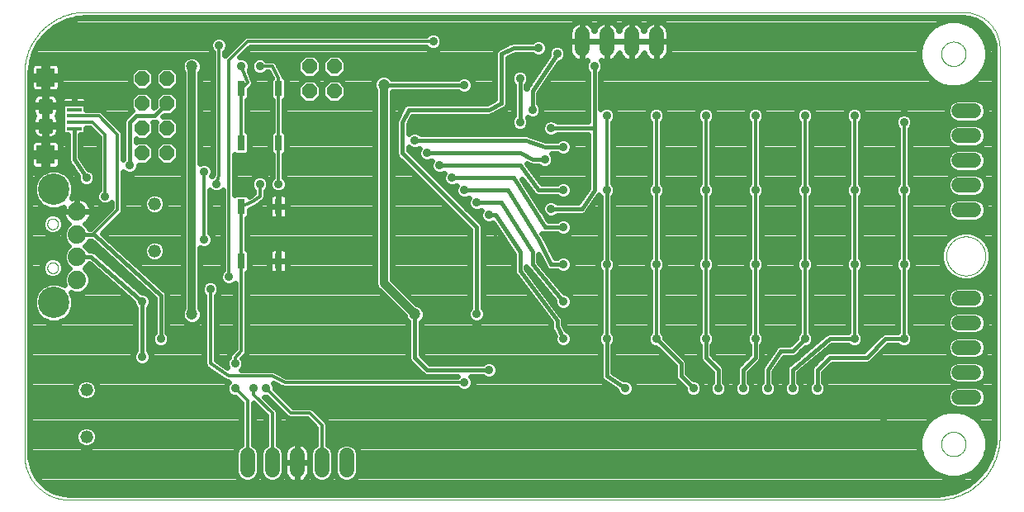
<source format=gbl>
G75*
%MOIN*%
%OFA0B0*%
%FSLAX25Y25*%
%IPPOS*%
%LPD*%
%AMOC8*
5,1,8,0,0,1.08239X$1,22.5*
%
%ADD10C,0.00000*%
%ADD11C,0.05200*%
%ADD12C,0.07400*%
%ADD13C,0.12661*%
%ADD14R,0.03000X0.06000*%
%ADD15C,0.06000*%
%ADD16OC8,0.06000*%
%ADD17R,0.05984X0.01496*%
%ADD18C,0.01800*%
%ADD19R,0.07480X0.07480*%
%ADD20C,0.02400*%
%ADD21C,0.03562*%
%ADD22C,0.04724*%
%ADD23C,0.01600*%
%ADD24C,0.03600*%
%ADD25C,0.03200*%
%ADD26C,0.01200*%
D10*
X0059668Y0031528D02*
X0059668Y0185867D01*
X0059675Y0186459D01*
X0059697Y0187050D01*
X0059732Y0187640D01*
X0059782Y0188230D01*
X0059847Y0188818D01*
X0059925Y0189405D01*
X0060017Y0189989D01*
X0060124Y0190571D01*
X0060245Y0191150D01*
X0060379Y0191726D01*
X0060528Y0192299D01*
X0060690Y0192868D01*
X0060866Y0193433D01*
X0061056Y0193993D01*
X0061259Y0194549D01*
X0061475Y0195099D01*
X0061705Y0195645D01*
X0061948Y0196184D01*
X0062204Y0196718D01*
X0062472Y0197245D01*
X0062754Y0197765D01*
X0063047Y0198279D01*
X0063353Y0198785D01*
X0063672Y0199284D01*
X0064002Y0199775D01*
X0064344Y0200258D01*
X0064697Y0200732D01*
X0065062Y0201198D01*
X0065438Y0201655D01*
X0065825Y0202102D01*
X0066223Y0202540D01*
X0066631Y0202969D01*
X0067049Y0203387D01*
X0067478Y0203795D01*
X0067916Y0204193D01*
X0068363Y0204580D01*
X0068820Y0204956D01*
X0069286Y0205321D01*
X0069760Y0205674D01*
X0070243Y0206016D01*
X0070734Y0206346D01*
X0071233Y0206665D01*
X0071739Y0206971D01*
X0072253Y0207264D01*
X0072773Y0207546D01*
X0073300Y0207814D01*
X0073834Y0208070D01*
X0074373Y0208313D01*
X0074919Y0208543D01*
X0075469Y0208759D01*
X0076025Y0208962D01*
X0076585Y0209152D01*
X0077150Y0209328D01*
X0077719Y0209490D01*
X0078292Y0209639D01*
X0078868Y0209773D01*
X0079447Y0209894D01*
X0080029Y0210001D01*
X0080613Y0210093D01*
X0081200Y0210171D01*
X0081788Y0210236D01*
X0082378Y0210286D01*
X0082968Y0210321D01*
X0083559Y0210343D01*
X0084151Y0210350D01*
X0438667Y0210350D01*
X0438667Y0210351D02*
X0439022Y0210347D01*
X0439377Y0210334D01*
X0439732Y0210312D01*
X0440086Y0210282D01*
X0440439Y0210244D01*
X0440791Y0210197D01*
X0441142Y0210141D01*
X0441492Y0210077D01*
X0441839Y0210005D01*
X0442185Y0209924D01*
X0442529Y0209835D01*
X0442871Y0209737D01*
X0443210Y0209631D01*
X0443547Y0209518D01*
X0443880Y0209396D01*
X0444211Y0209266D01*
X0444538Y0209128D01*
X0444862Y0208982D01*
X0445183Y0208828D01*
X0445499Y0208667D01*
X0445812Y0208498D01*
X0446120Y0208322D01*
X0446424Y0208138D01*
X0446724Y0207947D01*
X0447019Y0207749D01*
X0447309Y0207543D01*
X0447594Y0207331D01*
X0447873Y0207112D01*
X0448147Y0206886D01*
X0448416Y0206654D01*
X0448679Y0206415D01*
X0448937Y0206170D01*
X0449188Y0205919D01*
X0449433Y0205661D01*
X0449672Y0205398D01*
X0449904Y0205129D01*
X0450130Y0204855D01*
X0450349Y0204576D01*
X0450561Y0204291D01*
X0450767Y0204001D01*
X0450965Y0203706D01*
X0451156Y0203406D01*
X0451340Y0203102D01*
X0451516Y0202794D01*
X0451685Y0202481D01*
X0451846Y0202165D01*
X0452000Y0201844D01*
X0452146Y0201520D01*
X0452284Y0201193D01*
X0452414Y0200862D01*
X0452536Y0200529D01*
X0452649Y0200192D01*
X0452755Y0199853D01*
X0452853Y0199511D01*
X0452942Y0199167D01*
X0453023Y0198821D01*
X0453095Y0198474D01*
X0453159Y0198124D01*
X0453215Y0197773D01*
X0453262Y0197421D01*
X0453300Y0197068D01*
X0453330Y0196714D01*
X0453352Y0196359D01*
X0453365Y0196004D01*
X0453369Y0195649D01*
X0453369Y0039112D01*
X0429747Y0036000D02*
X0429749Y0036140D01*
X0429755Y0036280D01*
X0429765Y0036419D01*
X0429779Y0036558D01*
X0429797Y0036697D01*
X0429818Y0036835D01*
X0429844Y0036973D01*
X0429874Y0037110D01*
X0429907Y0037245D01*
X0429945Y0037380D01*
X0429986Y0037514D01*
X0430031Y0037647D01*
X0430079Y0037778D01*
X0430132Y0037907D01*
X0430188Y0038036D01*
X0430247Y0038162D01*
X0430311Y0038287D01*
X0430377Y0038410D01*
X0430448Y0038531D01*
X0430521Y0038650D01*
X0430598Y0038767D01*
X0430679Y0038881D01*
X0430762Y0038993D01*
X0430849Y0039103D01*
X0430939Y0039211D01*
X0431031Y0039315D01*
X0431127Y0039417D01*
X0431226Y0039517D01*
X0431327Y0039613D01*
X0431431Y0039707D01*
X0431538Y0039797D01*
X0431647Y0039884D01*
X0431759Y0039969D01*
X0431873Y0040050D01*
X0431989Y0040128D01*
X0432107Y0040202D01*
X0432228Y0040273D01*
X0432350Y0040341D01*
X0432475Y0040405D01*
X0432601Y0040466D01*
X0432728Y0040523D01*
X0432858Y0040576D01*
X0432989Y0040626D01*
X0433121Y0040671D01*
X0433254Y0040714D01*
X0433389Y0040752D01*
X0433524Y0040786D01*
X0433661Y0040817D01*
X0433798Y0040844D01*
X0433936Y0040866D01*
X0434075Y0040885D01*
X0434214Y0040900D01*
X0434353Y0040911D01*
X0434493Y0040918D01*
X0434633Y0040921D01*
X0434773Y0040920D01*
X0434913Y0040915D01*
X0435052Y0040906D01*
X0435192Y0040893D01*
X0435331Y0040876D01*
X0435469Y0040855D01*
X0435607Y0040831D01*
X0435744Y0040802D01*
X0435880Y0040770D01*
X0436015Y0040733D01*
X0436149Y0040693D01*
X0436282Y0040649D01*
X0436413Y0040601D01*
X0436543Y0040550D01*
X0436672Y0040495D01*
X0436799Y0040436D01*
X0436924Y0040373D01*
X0437047Y0040308D01*
X0437169Y0040238D01*
X0437288Y0040165D01*
X0437406Y0040089D01*
X0437521Y0040010D01*
X0437634Y0039927D01*
X0437744Y0039841D01*
X0437852Y0039752D01*
X0437957Y0039660D01*
X0438060Y0039565D01*
X0438160Y0039467D01*
X0438257Y0039367D01*
X0438351Y0039263D01*
X0438443Y0039157D01*
X0438531Y0039049D01*
X0438616Y0038938D01*
X0438698Y0038824D01*
X0438777Y0038708D01*
X0438852Y0038591D01*
X0438924Y0038471D01*
X0438992Y0038349D01*
X0439057Y0038225D01*
X0439119Y0038099D01*
X0439177Y0037972D01*
X0439231Y0037843D01*
X0439282Y0037712D01*
X0439328Y0037580D01*
X0439371Y0037447D01*
X0439411Y0037313D01*
X0439446Y0037178D01*
X0439478Y0037041D01*
X0439505Y0036904D01*
X0439529Y0036766D01*
X0439549Y0036628D01*
X0439565Y0036489D01*
X0439577Y0036349D01*
X0439585Y0036210D01*
X0439589Y0036070D01*
X0439589Y0035930D01*
X0439585Y0035790D01*
X0439577Y0035651D01*
X0439565Y0035511D01*
X0439549Y0035372D01*
X0439529Y0035234D01*
X0439505Y0035096D01*
X0439478Y0034959D01*
X0439446Y0034822D01*
X0439411Y0034687D01*
X0439371Y0034553D01*
X0439328Y0034420D01*
X0439282Y0034288D01*
X0439231Y0034157D01*
X0439177Y0034028D01*
X0439119Y0033901D01*
X0439057Y0033775D01*
X0438992Y0033651D01*
X0438924Y0033529D01*
X0438852Y0033409D01*
X0438777Y0033292D01*
X0438698Y0033176D01*
X0438616Y0033062D01*
X0438531Y0032951D01*
X0438443Y0032843D01*
X0438351Y0032737D01*
X0438257Y0032633D01*
X0438160Y0032533D01*
X0438060Y0032435D01*
X0437957Y0032340D01*
X0437852Y0032248D01*
X0437744Y0032159D01*
X0437634Y0032073D01*
X0437521Y0031990D01*
X0437406Y0031911D01*
X0437288Y0031835D01*
X0437169Y0031762D01*
X0437047Y0031692D01*
X0436924Y0031627D01*
X0436799Y0031564D01*
X0436672Y0031505D01*
X0436543Y0031450D01*
X0436413Y0031399D01*
X0436282Y0031351D01*
X0436149Y0031307D01*
X0436015Y0031267D01*
X0435880Y0031230D01*
X0435744Y0031198D01*
X0435607Y0031169D01*
X0435469Y0031145D01*
X0435331Y0031124D01*
X0435192Y0031107D01*
X0435052Y0031094D01*
X0434913Y0031085D01*
X0434773Y0031080D01*
X0434633Y0031079D01*
X0434493Y0031082D01*
X0434353Y0031089D01*
X0434214Y0031100D01*
X0434075Y0031115D01*
X0433936Y0031134D01*
X0433798Y0031156D01*
X0433661Y0031183D01*
X0433524Y0031214D01*
X0433389Y0031248D01*
X0433254Y0031286D01*
X0433121Y0031329D01*
X0432989Y0031374D01*
X0432858Y0031424D01*
X0432728Y0031477D01*
X0432601Y0031534D01*
X0432475Y0031595D01*
X0432350Y0031659D01*
X0432228Y0031727D01*
X0432107Y0031798D01*
X0431989Y0031872D01*
X0431873Y0031950D01*
X0431759Y0032031D01*
X0431647Y0032116D01*
X0431538Y0032203D01*
X0431431Y0032293D01*
X0431327Y0032387D01*
X0431226Y0032483D01*
X0431127Y0032583D01*
X0431031Y0032685D01*
X0430939Y0032789D01*
X0430849Y0032897D01*
X0430762Y0033007D01*
X0430679Y0033119D01*
X0430598Y0033233D01*
X0430521Y0033350D01*
X0430448Y0033469D01*
X0430377Y0033590D01*
X0430311Y0033713D01*
X0430247Y0033838D01*
X0430188Y0033964D01*
X0430132Y0034093D01*
X0430079Y0034222D01*
X0430031Y0034353D01*
X0429986Y0034486D01*
X0429945Y0034620D01*
X0429907Y0034755D01*
X0429874Y0034890D01*
X0429844Y0035027D01*
X0429818Y0035165D01*
X0429797Y0035303D01*
X0429779Y0035442D01*
X0429765Y0035581D01*
X0429755Y0035720D01*
X0429749Y0035860D01*
X0429747Y0036000D01*
X0427757Y0013500D02*
X0428376Y0013507D01*
X0428994Y0013530D01*
X0429612Y0013567D01*
X0430229Y0013620D01*
X0430844Y0013687D01*
X0431458Y0013769D01*
X0432069Y0013866D01*
X0432678Y0013977D01*
X0433284Y0014103D01*
X0433886Y0014244D01*
X0434485Y0014400D01*
X0435081Y0014569D01*
X0435672Y0014754D01*
X0436258Y0014952D01*
X0436839Y0015164D01*
X0437415Y0015391D01*
X0437986Y0015631D01*
X0438550Y0015885D01*
X0439108Y0016153D01*
X0439659Y0016434D01*
X0440204Y0016728D01*
X0440741Y0017035D01*
X0441271Y0017355D01*
X0441793Y0017688D01*
X0442306Y0018034D01*
X0442811Y0018391D01*
X0443308Y0018761D01*
X0443795Y0019143D01*
X0444273Y0019536D01*
X0444741Y0019941D01*
X0445199Y0020357D01*
X0445647Y0020784D01*
X0446085Y0021222D01*
X0446512Y0021670D01*
X0446928Y0022128D01*
X0447333Y0022596D01*
X0447726Y0023074D01*
X0448108Y0023561D01*
X0448478Y0024058D01*
X0448835Y0024563D01*
X0449181Y0025076D01*
X0449514Y0025598D01*
X0449834Y0026128D01*
X0450141Y0026665D01*
X0450435Y0027210D01*
X0450716Y0027761D01*
X0450984Y0028319D01*
X0451238Y0028883D01*
X0451478Y0029454D01*
X0451705Y0030030D01*
X0451917Y0030611D01*
X0452115Y0031197D01*
X0452300Y0031788D01*
X0452469Y0032384D01*
X0452625Y0032983D01*
X0452766Y0033585D01*
X0452892Y0034191D01*
X0453003Y0034800D01*
X0453100Y0035411D01*
X0453182Y0036025D01*
X0453249Y0036640D01*
X0453302Y0037257D01*
X0453339Y0037875D01*
X0453362Y0038493D01*
X0453369Y0039112D01*
X0427757Y0013500D02*
X0077695Y0013500D01*
X0077259Y0013505D01*
X0076824Y0013521D01*
X0076389Y0013547D01*
X0075955Y0013584D01*
X0075522Y0013631D01*
X0075090Y0013689D01*
X0074660Y0013757D01*
X0074231Y0013836D01*
X0073805Y0013925D01*
X0073381Y0014024D01*
X0072959Y0014133D01*
X0072540Y0014253D01*
X0072124Y0014382D01*
X0071711Y0014522D01*
X0071302Y0014672D01*
X0070897Y0014831D01*
X0070495Y0015000D01*
X0070098Y0015179D01*
X0069705Y0015367D01*
X0069317Y0015565D01*
X0068934Y0015772D01*
X0068556Y0015988D01*
X0068183Y0016214D01*
X0067815Y0016448D01*
X0067454Y0016691D01*
X0067098Y0016943D01*
X0066749Y0017203D01*
X0066406Y0017472D01*
X0066070Y0017749D01*
X0065740Y0018034D01*
X0065418Y0018327D01*
X0065102Y0018627D01*
X0064794Y0018935D01*
X0064494Y0019251D01*
X0064201Y0019573D01*
X0063916Y0019903D01*
X0063639Y0020239D01*
X0063370Y0020582D01*
X0063110Y0020931D01*
X0062858Y0021287D01*
X0062615Y0021648D01*
X0062381Y0022016D01*
X0062155Y0022389D01*
X0061939Y0022767D01*
X0061732Y0023150D01*
X0061534Y0023538D01*
X0061346Y0023931D01*
X0061167Y0024328D01*
X0060998Y0024730D01*
X0060839Y0025135D01*
X0060689Y0025544D01*
X0060549Y0025957D01*
X0060420Y0026373D01*
X0060300Y0026792D01*
X0060191Y0027214D01*
X0060092Y0027638D01*
X0060003Y0028064D01*
X0059924Y0028493D01*
X0059856Y0028923D01*
X0059798Y0029355D01*
X0059751Y0029788D01*
X0059714Y0030222D01*
X0059688Y0030657D01*
X0059672Y0031092D01*
X0059667Y0031528D01*
X0068920Y0107142D02*
X0068922Y0107235D01*
X0068928Y0107327D01*
X0068938Y0107419D01*
X0068952Y0107510D01*
X0068969Y0107601D01*
X0068991Y0107691D01*
X0069016Y0107780D01*
X0069045Y0107868D01*
X0069078Y0107954D01*
X0069115Y0108039D01*
X0069155Y0108123D01*
X0069199Y0108204D01*
X0069246Y0108284D01*
X0069296Y0108362D01*
X0069350Y0108437D01*
X0069407Y0108510D01*
X0069467Y0108580D01*
X0069530Y0108648D01*
X0069596Y0108713D01*
X0069664Y0108775D01*
X0069735Y0108835D01*
X0069809Y0108891D01*
X0069885Y0108944D01*
X0069963Y0108993D01*
X0070043Y0109040D01*
X0070125Y0109082D01*
X0070209Y0109122D01*
X0070294Y0109157D01*
X0070381Y0109189D01*
X0070469Y0109218D01*
X0070558Y0109242D01*
X0070648Y0109263D01*
X0070739Y0109279D01*
X0070831Y0109292D01*
X0070923Y0109301D01*
X0071016Y0109306D01*
X0071108Y0109307D01*
X0071201Y0109304D01*
X0071293Y0109297D01*
X0071385Y0109286D01*
X0071476Y0109271D01*
X0071567Y0109253D01*
X0071657Y0109230D01*
X0071745Y0109204D01*
X0071833Y0109174D01*
X0071919Y0109140D01*
X0072003Y0109103D01*
X0072086Y0109061D01*
X0072167Y0109017D01*
X0072247Y0108969D01*
X0072324Y0108918D01*
X0072398Y0108863D01*
X0072471Y0108805D01*
X0072541Y0108745D01*
X0072608Y0108681D01*
X0072672Y0108615D01*
X0072734Y0108545D01*
X0072792Y0108474D01*
X0072847Y0108400D01*
X0072899Y0108323D01*
X0072948Y0108244D01*
X0072994Y0108164D01*
X0073036Y0108081D01*
X0073074Y0107997D01*
X0073109Y0107911D01*
X0073140Y0107824D01*
X0073167Y0107736D01*
X0073190Y0107646D01*
X0073210Y0107556D01*
X0073226Y0107465D01*
X0073238Y0107373D01*
X0073246Y0107281D01*
X0073250Y0107188D01*
X0073250Y0107096D01*
X0073246Y0107003D01*
X0073238Y0106911D01*
X0073226Y0106819D01*
X0073210Y0106728D01*
X0073190Y0106638D01*
X0073167Y0106548D01*
X0073140Y0106460D01*
X0073109Y0106373D01*
X0073074Y0106287D01*
X0073036Y0106203D01*
X0072994Y0106120D01*
X0072948Y0106040D01*
X0072899Y0105961D01*
X0072847Y0105884D01*
X0072792Y0105810D01*
X0072734Y0105739D01*
X0072672Y0105669D01*
X0072608Y0105603D01*
X0072541Y0105539D01*
X0072471Y0105479D01*
X0072398Y0105421D01*
X0072324Y0105366D01*
X0072247Y0105315D01*
X0072168Y0105267D01*
X0072086Y0105223D01*
X0072003Y0105181D01*
X0071919Y0105144D01*
X0071833Y0105110D01*
X0071745Y0105080D01*
X0071657Y0105054D01*
X0071567Y0105031D01*
X0071476Y0105013D01*
X0071385Y0104998D01*
X0071293Y0104987D01*
X0071201Y0104980D01*
X0071108Y0104977D01*
X0071016Y0104978D01*
X0070923Y0104983D01*
X0070831Y0104992D01*
X0070739Y0105005D01*
X0070648Y0105021D01*
X0070558Y0105042D01*
X0070469Y0105066D01*
X0070381Y0105095D01*
X0070294Y0105127D01*
X0070209Y0105162D01*
X0070125Y0105202D01*
X0070043Y0105244D01*
X0069963Y0105291D01*
X0069885Y0105340D01*
X0069809Y0105393D01*
X0069735Y0105449D01*
X0069664Y0105509D01*
X0069596Y0105571D01*
X0069530Y0105636D01*
X0069467Y0105704D01*
X0069407Y0105774D01*
X0069350Y0105847D01*
X0069296Y0105922D01*
X0069246Y0106000D01*
X0069199Y0106080D01*
X0069155Y0106161D01*
X0069115Y0106245D01*
X0069078Y0106330D01*
X0069045Y0106416D01*
X0069016Y0106504D01*
X0068991Y0106593D01*
X0068969Y0106683D01*
X0068952Y0106774D01*
X0068938Y0106865D01*
X0068928Y0106957D01*
X0068922Y0107049D01*
X0068920Y0107142D01*
X0068920Y0124858D02*
X0068922Y0124951D01*
X0068928Y0125043D01*
X0068938Y0125135D01*
X0068952Y0125226D01*
X0068969Y0125317D01*
X0068991Y0125407D01*
X0069016Y0125496D01*
X0069045Y0125584D01*
X0069078Y0125670D01*
X0069115Y0125755D01*
X0069155Y0125839D01*
X0069199Y0125920D01*
X0069246Y0126000D01*
X0069296Y0126078D01*
X0069350Y0126153D01*
X0069407Y0126226D01*
X0069467Y0126296D01*
X0069530Y0126364D01*
X0069596Y0126429D01*
X0069664Y0126491D01*
X0069735Y0126551D01*
X0069809Y0126607D01*
X0069885Y0126660D01*
X0069963Y0126709D01*
X0070043Y0126756D01*
X0070125Y0126798D01*
X0070209Y0126838D01*
X0070294Y0126873D01*
X0070381Y0126905D01*
X0070469Y0126934D01*
X0070558Y0126958D01*
X0070648Y0126979D01*
X0070739Y0126995D01*
X0070831Y0127008D01*
X0070923Y0127017D01*
X0071016Y0127022D01*
X0071108Y0127023D01*
X0071201Y0127020D01*
X0071293Y0127013D01*
X0071385Y0127002D01*
X0071476Y0126987D01*
X0071567Y0126969D01*
X0071657Y0126946D01*
X0071745Y0126920D01*
X0071833Y0126890D01*
X0071919Y0126856D01*
X0072003Y0126819D01*
X0072086Y0126777D01*
X0072167Y0126733D01*
X0072247Y0126685D01*
X0072324Y0126634D01*
X0072398Y0126579D01*
X0072471Y0126521D01*
X0072541Y0126461D01*
X0072608Y0126397D01*
X0072672Y0126331D01*
X0072734Y0126261D01*
X0072792Y0126190D01*
X0072847Y0126116D01*
X0072899Y0126039D01*
X0072948Y0125960D01*
X0072994Y0125880D01*
X0073036Y0125797D01*
X0073074Y0125713D01*
X0073109Y0125627D01*
X0073140Y0125540D01*
X0073167Y0125452D01*
X0073190Y0125362D01*
X0073210Y0125272D01*
X0073226Y0125181D01*
X0073238Y0125089D01*
X0073246Y0124997D01*
X0073250Y0124904D01*
X0073250Y0124812D01*
X0073246Y0124719D01*
X0073238Y0124627D01*
X0073226Y0124535D01*
X0073210Y0124444D01*
X0073190Y0124354D01*
X0073167Y0124264D01*
X0073140Y0124176D01*
X0073109Y0124089D01*
X0073074Y0124003D01*
X0073036Y0123919D01*
X0072994Y0123836D01*
X0072948Y0123756D01*
X0072899Y0123677D01*
X0072847Y0123600D01*
X0072792Y0123526D01*
X0072734Y0123455D01*
X0072672Y0123385D01*
X0072608Y0123319D01*
X0072541Y0123255D01*
X0072471Y0123195D01*
X0072398Y0123137D01*
X0072324Y0123082D01*
X0072247Y0123031D01*
X0072168Y0122983D01*
X0072086Y0122939D01*
X0072003Y0122897D01*
X0071919Y0122860D01*
X0071833Y0122826D01*
X0071745Y0122796D01*
X0071657Y0122770D01*
X0071567Y0122747D01*
X0071476Y0122729D01*
X0071385Y0122714D01*
X0071293Y0122703D01*
X0071201Y0122696D01*
X0071108Y0122693D01*
X0071016Y0122694D01*
X0070923Y0122699D01*
X0070831Y0122708D01*
X0070739Y0122721D01*
X0070648Y0122737D01*
X0070558Y0122758D01*
X0070469Y0122782D01*
X0070381Y0122811D01*
X0070294Y0122843D01*
X0070209Y0122878D01*
X0070125Y0122918D01*
X0070043Y0122960D01*
X0069963Y0123007D01*
X0069885Y0123056D01*
X0069809Y0123109D01*
X0069735Y0123165D01*
X0069664Y0123225D01*
X0069596Y0123287D01*
X0069530Y0123352D01*
X0069467Y0123420D01*
X0069407Y0123490D01*
X0069350Y0123563D01*
X0069296Y0123638D01*
X0069246Y0123716D01*
X0069199Y0123796D01*
X0069155Y0123877D01*
X0069115Y0123961D01*
X0069078Y0124046D01*
X0069045Y0124132D01*
X0069016Y0124220D01*
X0068991Y0124309D01*
X0068969Y0124399D01*
X0068952Y0124490D01*
X0068938Y0124581D01*
X0068928Y0124673D01*
X0068922Y0124765D01*
X0068920Y0124858D01*
X0429747Y0193500D02*
X0429749Y0193640D01*
X0429755Y0193780D01*
X0429765Y0193919D01*
X0429779Y0194058D01*
X0429797Y0194197D01*
X0429818Y0194335D01*
X0429844Y0194473D01*
X0429874Y0194610D01*
X0429907Y0194745D01*
X0429945Y0194880D01*
X0429986Y0195014D01*
X0430031Y0195147D01*
X0430079Y0195278D01*
X0430132Y0195407D01*
X0430188Y0195536D01*
X0430247Y0195662D01*
X0430311Y0195787D01*
X0430377Y0195910D01*
X0430448Y0196031D01*
X0430521Y0196150D01*
X0430598Y0196267D01*
X0430679Y0196381D01*
X0430762Y0196493D01*
X0430849Y0196603D01*
X0430939Y0196711D01*
X0431031Y0196815D01*
X0431127Y0196917D01*
X0431226Y0197017D01*
X0431327Y0197113D01*
X0431431Y0197207D01*
X0431538Y0197297D01*
X0431647Y0197384D01*
X0431759Y0197469D01*
X0431873Y0197550D01*
X0431989Y0197628D01*
X0432107Y0197702D01*
X0432228Y0197773D01*
X0432350Y0197841D01*
X0432475Y0197905D01*
X0432601Y0197966D01*
X0432728Y0198023D01*
X0432858Y0198076D01*
X0432989Y0198126D01*
X0433121Y0198171D01*
X0433254Y0198214D01*
X0433389Y0198252D01*
X0433524Y0198286D01*
X0433661Y0198317D01*
X0433798Y0198344D01*
X0433936Y0198366D01*
X0434075Y0198385D01*
X0434214Y0198400D01*
X0434353Y0198411D01*
X0434493Y0198418D01*
X0434633Y0198421D01*
X0434773Y0198420D01*
X0434913Y0198415D01*
X0435052Y0198406D01*
X0435192Y0198393D01*
X0435331Y0198376D01*
X0435469Y0198355D01*
X0435607Y0198331D01*
X0435744Y0198302D01*
X0435880Y0198270D01*
X0436015Y0198233D01*
X0436149Y0198193D01*
X0436282Y0198149D01*
X0436413Y0198101D01*
X0436543Y0198050D01*
X0436672Y0197995D01*
X0436799Y0197936D01*
X0436924Y0197873D01*
X0437047Y0197808D01*
X0437169Y0197738D01*
X0437288Y0197665D01*
X0437406Y0197589D01*
X0437521Y0197510D01*
X0437634Y0197427D01*
X0437744Y0197341D01*
X0437852Y0197252D01*
X0437957Y0197160D01*
X0438060Y0197065D01*
X0438160Y0196967D01*
X0438257Y0196867D01*
X0438351Y0196763D01*
X0438443Y0196657D01*
X0438531Y0196549D01*
X0438616Y0196438D01*
X0438698Y0196324D01*
X0438777Y0196208D01*
X0438852Y0196091D01*
X0438924Y0195971D01*
X0438992Y0195849D01*
X0439057Y0195725D01*
X0439119Y0195599D01*
X0439177Y0195472D01*
X0439231Y0195343D01*
X0439282Y0195212D01*
X0439328Y0195080D01*
X0439371Y0194947D01*
X0439411Y0194813D01*
X0439446Y0194678D01*
X0439478Y0194541D01*
X0439505Y0194404D01*
X0439529Y0194266D01*
X0439549Y0194128D01*
X0439565Y0193989D01*
X0439577Y0193849D01*
X0439585Y0193710D01*
X0439589Y0193570D01*
X0439589Y0193430D01*
X0439585Y0193290D01*
X0439577Y0193151D01*
X0439565Y0193011D01*
X0439549Y0192872D01*
X0439529Y0192734D01*
X0439505Y0192596D01*
X0439478Y0192459D01*
X0439446Y0192322D01*
X0439411Y0192187D01*
X0439371Y0192053D01*
X0439328Y0191920D01*
X0439282Y0191788D01*
X0439231Y0191657D01*
X0439177Y0191528D01*
X0439119Y0191401D01*
X0439057Y0191275D01*
X0438992Y0191151D01*
X0438924Y0191029D01*
X0438852Y0190909D01*
X0438777Y0190792D01*
X0438698Y0190676D01*
X0438616Y0190562D01*
X0438531Y0190451D01*
X0438443Y0190343D01*
X0438351Y0190237D01*
X0438257Y0190133D01*
X0438160Y0190033D01*
X0438060Y0189935D01*
X0437957Y0189840D01*
X0437852Y0189748D01*
X0437744Y0189659D01*
X0437634Y0189573D01*
X0437521Y0189490D01*
X0437406Y0189411D01*
X0437288Y0189335D01*
X0437169Y0189262D01*
X0437047Y0189192D01*
X0436924Y0189127D01*
X0436799Y0189064D01*
X0436672Y0189005D01*
X0436543Y0188950D01*
X0436413Y0188899D01*
X0436282Y0188851D01*
X0436149Y0188807D01*
X0436015Y0188767D01*
X0435880Y0188730D01*
X0435744Y0188698D01*
X0435607Y0188669D01*
X0435469Y0188645D01*
X0435331Y0188624D01*
X0435192Y0188607D01*
X0435052Y0188594D01*
X0434913Y0188585D01*
X0434773Y0188580D01*
X0434633Y0188579D01*
X0434493Y0188582D01*
X0434353Y0188589D01*
X0434214Y0188600D01*
X0434075Y0188615D01*
X0433936Y0188634D01*
X0433798Y0188656D01*
X0433661Y0188683D01*
X0433524Y0188714D01*
X0433389Y0188748D01*
X0433254Y0188786D01*
X0433121Y0188829D01*
X0432989Y0188874D01*
X0432858Y0188924D01*
X0432728Y0188977D01*
X0432601Y0189034D01*
X0432475Y0189095D01*
X0432350Y0189159D01*
X0432228Y0189227D01*
X0432107Y0189298D01*
X0431989Y0189372D01*
X0431873Y0189450D01*
X0431759Y0189531D01*
X0431647Y0189616D01*
X0431538Y0189703D01*
X0431431Y0189793D01*
X0431327Y0189887D01*
X0431226Y0189983D01*
X0431127Y0190083D01*
X0431031Y0190185D01*
X0430939Y0190289D01*
X0430849Y0190397D01*
X0430762Y0190507D01*
X0430679Y0190619D01*
X0430598Y0190733D01*
X0430521Y0190850D01*
X0430448Y0190969D01*
X0430377Y0191090D01*
X0430311Y0191213D01*
X0430247Y0191338D01*
X0430188Y0191464D01*
X0430132Y0191593D01*
X0430079Y0191722D01*
X0430031Y0191853D01*
X0429986Y0191986D01*
X0429945Y0192120D01*
X0429907Y0192255D01*
X0429874Y0192390D01*
X0429844Y0192527D01*
X0429818Y0192665D01*
X0429797Y0192803D01*
X0429779Y0192942D01*
X0429765Y0193081D01*
X0429755Y0193220D01*
X0429749Y0193360D01*
X0429747Y0193500D01*
X0431794Y0111925D02*
X0431796Y0112118D01*
X0431803Y0112311D01*
X0431815Y0112504D01*
X0431832Y0112697D01*
X0431853Y0112889D01*
X0431879Y0113080D01*
X0431910Y0113271D01*
X0431945Y0113461D01*
X0431985Y0113650D01*
X0432030Y0113838D01*
X0432079Y0114025D01*
X0432133Y0114211D01*
X0432191Y0114395D01*
X0432254Y0114578D01*
X0432322Y0114759D01*
X0432393Y0114938D01*
X0432470Y0115116D01*
X0432550Y0115292D01*
X0432635Y0115465D01*
X0432724Y0115637D01*
X0432817Y0115806D01*
X0432914Y0115973D01*
X0433016Y0116138D01*
X0433121Y0116300D01*
X0433230Y0116459D01*
X0433344Y0116616D01*
X0433461Y0116769D01*
X0433581Y0116920D01*
X0433706Y0117068D01*
X0433834Y0117213D01*
X0433965Y0117354D01*
X0434100Y0117493D01*
X0434239Y0117628D01*
X0434380Y0117759D01*
X0434525Y0117887D01*
X0434673Y0118012D01*
X0434824Y0118132D01*
X0434977Y0118249D01*
X0435134Y0118363D01*
X0435293Y0118472D01*
X0435455Y0118577D01*
X0435620Y0118679D01*
X0435787Y0118776D01*
X0435956Y0118869D01*
X0436128Y0118958D01*
X0436301Y0119043D01*
X0436477Y0119123D01*
X0436655Y0119200D01*
X0436834Y0119271D01*
X0437015Y0119339D01*
X0437198Y0119402D01*
X0437382Y0119460D01*
X0437568Y0119514D01*
X0437755Y0119563D01*
X0437943Y0119608D01*
X0438132Y0119648D01*
X0438322Y0119683D01*
X0438513Y0119714D01*
X0438704Y0119740D01*
X0438896Y0119761D01*
X0439089Y0119778D01*
X0439282Y0119790D01*
X0439475Y0119797D01*
X0439668Y0119799D01*
X0439861Y0119797D01*
X0440054Y0119790D01*
X0440247Y0119778D01*
X0440440Y0119761D01*
X0440632Y0119740D01*
X0440823Y0119714D01*
X0441014Y0119683D01*
X0441204Y0119648D01*
X0441393Y0119608D01*
X0441581Y0119563D01*
X0441768Y0119514D01*
X0441954Y0119460D01*
X0442138Y0119402D01*
X0442321Y0119339D01*
X0442502Y0119271D01*
X0442681Y0119200D01*
X0442859Y0119123D01*
X0443035Y0119043D01*
X0443208Y0118958D01*
X0443380Y0118869D01*
X0443549Y0118776D01*
X0443716Y0118679D01*
X0443881Y0118577D01*
X0444043Y0118472D01*
X0444202Y0118363D01*
X0444359Y0118249D01*
X0444512Y0118132D01*
X0444663Y0118012D01*
X0444811Y0117887D01*
X0444956Y0117759D01*
X0445097Y0117628D01*
X0445236Y0117493D01*
X0445371Y0117354D01*
X0445502Y0117213D01*
X0445630Y0117068D01*
X0445755Y0116920D01*
X0445875Y0116769D01*
X0445992Y0116616D01*
X0446106Y0116459D01*
X0446215Y0116300D01*
X0446320Y0116138D01*
X0446422Y0115973D01*
X0446519Y0115806D01*
X0446612Y0115637D01*
X0446701Y0115465D01*
X0446786Y0115292D01*
X0446866Y0115116D01*
X0446943Y0114938D01*
X0447014Y0114759D01*
X0447082Y0114578D01*
X0447145Y0114395D01*
X0447203Y0114211D01*
X0447257Y0114025D01*
X0447306Y0113838D01*
X0447351Y0113650D01*
X0447391Y0113461D01*
X0447426Y0113271D01*
X0447457Y0113080D01*
X0447483Y0112889D01*
X0447504Y0112697D01*
X0447521Y0112504D01*
X0447533Y0112311D01*
X0447540Y0112118D01*
X0447542Y0111925D01*
X0447540Y0111732D01*
X0447533Y0111539D01*
X0447521Y0111346D01*
X0447504Y0111153D01*
X0447483Y0110961D01*
X0447457Y0110770D01*
X0447426Y0110579D01*
X0447391Y0110389D01*
X0447351Y0110200D01*
X0447306Y0110012D01*
X0447257Y0109825D01*
X0447203Y0109639D01*
X0447145Y0109455D01*
X0447082Y0109272D01*
X0447014Y0109091D01*
X0446943Y0108912D01*
X0446866Y0108734D01*
X0446786Y0108558D01*
X0446701Y0108385D01*
X0446612Y0108213D01*
X0446519Y0108044D01*
X0446422Y0107877D01*
X0446320Y0107712D01*
X0446215Y0107550D01*
X0446106Y0107391D01*
X0445992Y0107234D01*
X0445875Y0107081D01*
X0445755Y0106930D01*
X0445630Y0106782D01*
X0445502Y0106637D01*
X0445371Y0106496D01*
X0445236Y0106357D01*
X0445097Y0106222D01*
X0444956Y0106091D01*
X0444811Y0105963D01*
X0444663Y0105838D01*
X0444512Y0105718D01*
X0444359Y0105601D01*
X0444202Y0105487D01*
X0444043Y0105378D01*
X0443881Y0105273D01*
X0443716Y0105171D01*
X0443549Y0105074D01*
X0443380Y0104981D01*
X0443208Y0104892D01*
X0443035Y0104807D01*
X0442859Y0104727D01*
X0442681Y0104650D01*
X0442502Y0104579D01*
X0442321Y0104511D01*
X0442138Y0104448D01*
X0441954Y0104390D01*
X0441768Y0104336D01*
X0441581Y0104287D01*
X0441393Y0104242D01*
X0441204Y0104202D01*
X0441014Y0104167D01*
X0440823Y0104136D01*
X0440632Y0104110D01*
X0440440Y0104089D01*
X0440247Y0104072D01*
X0440054Y0104060D01*
X0439861Y0104053D01*
X0439668Y0104051D01*
X0439475Y0104053D01*
X0439282Y0104060D01*
X0439089Y0104072D01*
X0438896Y0104089D01*
X0438704Y0104110D01*
X0438513Y0104136D01*
X0438322Y0104167D01*
X0438132Y0104202D01*
X0437943Y0104242D01*
X0437755Y0104287D01*
X0437568Y0104336D01*
X0437382Y0104390D01*
X0437198Y0104448D01*
X0437015Y0104511D01*
X0436834Y0104579D01*
X0436655Y0104650D01*
X0436477Y0104727D01*
X0436301Y0104807D01*
X0436128Y0104892D01*
X0435956Y0104981D01*
X0435787Y0105074D01*
X0435620Y0105171D01*
X0435455Y0105273D01*
X0435293Y0105378D01*
X0435134Y0105487D01*
X0434977Y0105601D01*
X0434824Y0105718D01*
X0434673Y0105838D01*
X0434525Y0105963D01*
X0434380Y0106091D01*
X0434239Y0106222D01*
X0434100Y0106357D01*
X0433965Y0106496D01*
X0433834Y0106637D01*
X0433706Y0106782D01*
X0433581Y0106930D01*
X0433461Y0107081D01*
X0433344Y0107234D01*
X0433230Y0107391D01*
X0433121Y0107550D01*
X0433016Y0107712D01*
X0432914Y0107877D01*
X0432817Y0108044D01*
X0432724Y0108213D01*
X0432635Y0108385D01*
X0432550Y0108558D01*
X0432470Y0108734D01*
X0432393Y0108912D01*
X0432322Y0109091D01*
X0432254Y0109272D01*
X0432191Y0109455D01*
X0432133Y0109639D01*
X0432079Y0109825D01*
X0432030Y0110012D01*
X0431985Y0110200D01*
X0431945Y0110389D01*
X0431910Y0110579D01*
X0431879Y0110770D01*
X0431853Y0110961D01*
X0431832Y0111153D01*
X0431815Y0111346D01*
X0431803Y0111539D01*
X0431796Y0111732D01*
X0431794Y0111925D01*
D11*
X0112168Y0114000D03*
X0112168Y0133000D03*
X0084668Y0058000D03*
X0084668Y0039000D03*
D12*
X0080928Y0102220D03*
X0080928Y0111563D03*
X0080928Y0120437D03*
X0080928Y0129780D03*
D13*
X0071479Y0138835D03*
X0071479Y0093165D03*
D14*
X0147168Y0110000D03*
X0162168Y0110000D03*
X0162168Y0132000D03*
X0147168Y0132000D03*
X0147168Y0157500D03*
X0162168Y0157500D03*
X0162168Y0179500D03*
X0147168Y0179500D03*
D15*
X0284668Y0195500D02*
X0284668Y0201500D01*
X0294668Y0201500D02*
X0294668Y0195500D01*
X0304668Y0195500D02*
X0304668Y0201500D01*
X0314668Y0201500D02*
X0314668Y0195500D01*
X0436983Y0170508D02*
X0442983Y0170508D01*
X0442983Y0160508D02*
X0436983Y0160508D01*
X0436983Y0150508D02*
X0442983Y0150508D01*
X0442983Y0140508D02*
X0436983Y0140508D01*
X0436983Y0130508D02*
X0442983Y0130508D01*
X0442983Y0094917D02*
X0436983Y0094917D01*
X0436983Y0084917D02*
X0442983Y0084917D01*
X0442983Y0074917D02*
X0436983Y0074917D01*
X0436983Y0064917D02*
X0442983Y0064917D01*
X0442983Y0054917D02*
X0436983Y0054917D01*
X0189668Y0031500D02*
X0189668Y0025500D01*
X0179668Y0025500D02*
X0179668Y0031500D01*
X0169668Y0031500D02*
X0169668Y0025500D01*
X0159668Y0025500D02*
X0159668Y0031500D01*
X0149668Y0031500D02*
X0149668Y0025500D01*
D16*
X0117168Y0153500D03*
X0107168Y0153500D03*
X0107168Y0163500D03*
X0117168Y0163500D03*
X0117168Y0173500D03*
X0107168Y0173500D03*
X0107168Y0183500D03*
X0117168Y0183500D03*
X0174668Y0178500D03*
X0184668Y0178500D03*
X0184668Y0188500D03*
X0174668Y0188500D03*
D17*
X0079668Y0173618D03*
X0079668Y0171059D03*
X0079668Y0168500D03*
X0079668Y0165941D03*
X0079668Y0163382D03*
D18*
X0070268Y0162400D02*
X0070268Y0166600D01*
X0070268Y0162400D02*
X0066068Y0162400D01*
X0066068Y0166600D01*
X0070268Y0166600D01*
X0070268Y0164199D02*
X0066068Y0164199D01*
X0066068Y0165998D02*
X0070268Y0165998D01*
X0070268Y0170400D02*
X0070268Y0174600D01*
X0070268Y0170400D02*
X0066068Y0170400D01*
X0066068Y0174600D01*
X0070268Y0174600D01*
X0070268Y0172199D02*
X0066068Y0172199D01*
X0066068Y0173998D02*
X0070268Y0173998D01*
D19*
X0068168Y0184051D03*
X0068168Y0152949D03*
D20*
X0062003Y0029462D02*
X0063073Y0025471D01*
X0065138Y0021892D01*
X0068060Y0018971D01*
X0071638Y0016905D01*
X0075630Y0015835D01*
X0077695Y0015700D01*
X0427757Y0015700D01*
X0430378Y0015847D01*
X0435489Y0017014D01*
X0440212Y0019288D01*
X0444311Y0022557D01*
X0447580Y0026656D01*
X0449855Y0031379D01*
X0451021Y0036491D01*
X0451169Y0039112D01*
X0451169Y0195649D01*
X0451062Y0197281D01*
X0450217Y0200433D01*
X0448585Y0203259D01*
X0446277Y0205567D01*
X0443451Y0207199D01*
X0440299Y0208043D01*
X0438667Y0208150D01*
X0084151Y0208150D01*
X0081656Y0208010D01*
X0076791Y0206900D01*
X0072296Y0204735D01*
X0068394Y0201624D01*
X0065283Y0197722D01*
X0063118Y0193227D01*
X0062008Y0188362D01*
X0061868Y0185867D01*
X0061868Y0031528D01*
X0062003Y0029462D01*
X0061949Y0030290D02*
X0144868Y0030290D01*
X0144868Y0032455D02*
X0144868Y0024545D01*
X0145598Y0022781D01*
X0146949Y0021431D01*
X0148713Y0020700D01*
X0150622Y0020700D01*
X0152387Y0021431D01*
X0153737Y0022781D01*
X0154468Y0024545D01*
X0154468Y0032455D01*
X0153737Y0034219D01*
X0152387Y0035569D01*
X0152068Y0035701D01*
X0152068Y0052706D01*
X0157268Y0047506D01*
X0157268Y0035701D01*
X0156949Y0035569D01*
X0155598Y0034219D01*
X0154868Y0032455D01*
X0154868Y0024545D01*
X0155598Y0022781D01*
X0156949Y0021431D01*
X0158713Y0020700D01*
X0160622Y0020700D01*
X0162387Y0021431D01*
X0163737Y0022781D01*
X0164468Y0024545D01*
X0164468Y0032455D01*
X0163737Y0034219D01*
X0162387Y0035569D01*
X0162068Y0035701D01*
X0162068Y0048977D01*
X0161702Y0049859D01*
X0161027Y0050535D01*
X0156643Y0054919D01*
X0157355Y0054919D01*
X0165133Y0047141D01*
X0165808Y0046465D01*
X0166690Y0046100D01*
X0173674Y0046100D01*
X0177268Y0042506D01*
X0177268Y0035701D01*
X0176949Y0035569D01*
X0175598Y0034219D01*
X0174868Y0032455D01*
X0174868Y0024545D01*
X0175598Y0022781D01*
X0176949Y0021431D01*
X0178713Y0020700D01*
X0180622Y0020700D01*
X0182387Y0021431D01*
X0183737Y0022781D01*
X0184468Y0024545D01*
X0184468Y0032455D01*
X0183737Y0034219D01*
X0182387Y0035569D01*
X0182068Y0035701D01*
X0182068Y0043977D01*
X0181702Y0044859D01*
X0176027Y0050535D01*
X0175145Y0050900D01*
X0168162Y0050900D01*
X0160749Y0058313D01*
X0160749Y0059212D01*
X0160204Y0060529D01*
X0160163Y0060569D01*
X0163246Y0059028D01*
X0163308Y0058965D01*
X0163671Y0058815D01*
X0164021Y0058640D01*
X0164109Y0058634D01*
X0164190Y0058600D01*
X0164582Y0058600D01*
X0164974Y0058572D01*
X0165057Y0058600D01*
X0234477Y0058600D01*
X0235128Y0057948D01*
X0236452Y0057400D01*
X0237884Y0057400D01*
X0239207Y0057948D01*
X0240220Y0058961D01*
X0240768Y0060284D01*
X0240768Y0061716D01*
X0240220Y0063039D01*
X0239859Y0063400D01*
X0244677Y0063400D01*
X0245128Y0062948D01*
X0246452Y0062400D01*
X0247884Y0062400D01*
X0249207Y0062948D01*
X0250220Y0063961D01*
X0250768Y0065284D01*
X0250768Y0066716D01*
X0250220Y0068039D01*
X0249207Y0069052D01*
X0247884Y0069600D01*
X0246452Y0069600D01*
X0245128Y0069052D01*
X0244677Y0068600D01*
X0223245Y0068600D01*
X0219768Y0072077D01*
X0219768Y0085214D01*
X0220696Y0086142D01*
X0221330Y0087672D01*
X0221330Y0089328D01*
X0220696Y0090858D01*
X0219525Y0092029D01*
X0217996Y0092662D01*
X0217814Y0092662D01*
X0208068Y0102408D01*
X0208068Y0178400D01*
X0234677Y0178400D01*
X0235128Y0177948D01*
X0236452Y0177400D01*
X0237884Y0177400D01*
X0239207Y0177948D01*
X0240220Y0178961D01*
X0240768Y0180284D01*
X0240768Y0181716D01*
X0240220Y0183039D01*
X0239207Y0184052D01*
X0237884Y0184600D01*
X0236452Y0184600D01*
X0235128Y0184052D01*
X0234677Y0183600D01*
X0207954Y0183600D01*
X0207025Y0184529D01*
X0205496Y0185162D01*
X0203840Y0185162D01*
X0202310Y0184529D01*
X0201139Y0183358D01*
X0200506Y0181828D01*
X0200506Y0180172D01*
X0201139Y0178642D01*
X0201268Y0178514D01*
X0201268Y0100324D01*
X0201785Y0099074D01*
X0213006Y0087854D01*
X0149568Y0087854D01*
X0149568Y0090252D02*
X0210607Y0090252D01*
X0213006Y0087854D02*
X0213006Y0087672D01*
X0213639Y0086142D01*
X0214568Y0085214D01*
X0214568Y0070483D01*
X0214964Y0069527D01*
X0219964Y0064527D01*
X0220695Y0063796D01*
X0221651Y0063400D01*
X0234477Y0063400D01*
X0234477Y0063400D01*
X0165234Y0063400D01*
X0161089Y0065472D01*
X0161027Y0065535D01*
X0160665Y0065685D01*
X0160314Y0065860D01*
X0160226Y0065866D01*
X0160145Y0065900D01*
X0159753Y0065900D01*
X0159362Y0065928D01*
X0159278Y0065900D01*
X0147132Y0065900D01*
X0147704Y0066471D01*
X0148249Y0067788D01*
X0148249Y0069212D01*
X0147704Y0070529D01*
X0147647Y0070585D01*
X0148527Y0071465D01*
X0149202Y0072141D01*
X0149568Y0073023D01*
X0149568Y0105354D01*
X0150468Y0106254D01*
X0150468Y0113746D01*
X0149568Y0114646D01*
X0149568Y0127354D01*
X0150468Y0128254D01*
X0150468Y0130674D01*
X0151863Y0131197D01*
X0152174Y0131270D01*
X0152306Y0131364D01*
X0152457Y0131420D01*
X0152691Y0131639D01*
X0155840Y0133888D01*
X0156027Y0133965D01*
X0156224Y0134162D01*
X0156451Y0134325D01*
X0156559Y0134497D01*
X0156702Y0134641D01*
X0156809Y0134898D01*
X0156957Y0135135D01*
X0156990Y0135335D01*
X0157068Y0135523D01*
X0157068Y0135801D01*
X0157114Y0136076D01*
X0157068Y0136274D01*
X0157068Y0138336D01*
X0157704Y0138971D01*
X0158249Y0140288D01*
X0158249Y0141712D01*
X0157704Y0143029D01*
X0156696Y0144036D01*
X0155380Y0144581D01*
X0153955Y0144581D01*
X0152639Y0144036D01*
X0151632Y0143029D01*
X0151087Y0141712D01*
X0151087Y0140288D01*
X0151632Y0138971D01*
X0152268Y0138336D01*
X0152268Y0137235D01*
X0150349Y0135864D01*
X0149413Y0136800D01*
X0144922Y0136800D01*
X0144568Y0136446D01*
X0144568Y0153054D01*
X0144922Y0152700D01*
X0149413Y0152700D01*
X0150468Y0153754D01*
X0150468Y0161246D01*
X0149568Y0162146D01*
X0149568Y0174854D01*
X0150468Y0175754D01*
X0150468Y0179406D01*
X0151343Y0180281D01*
X0151667Y0180589D01*
X0151680Y0180618D01*
X0151702Y0180641D01*
X0151873Y0181053D01*
X0152055Y0181462D01*
X0152056Y0181493D01*
X0152068Y0181523D01*
X0152068Y0181969D01*
X0152079Y0182416D01*
X0152068Y0182446D01*
X0152068Y0182477D01*
X0151897Y0182890D01*
X0150367Y0186867D01*
X0150749Y0187788D01*
X0150749Y0189212D01*
X0150204Y0190529D01*
X0149196Y0191536D01*
X0147880Y0192081D01*
X0146643Y0192081D01*
X0150662Y0196100D01*
X0221977Y0196100D01*
X0222628Y0195448D01*
X0223952Y0194900D01*
X0225384Y0194900D01*
X0226707Y0195448D01*
X0227720Y0196461D01*
X0228268Y0197784D01*
X0228268Y0199216D01*
X0227720Y0200539D01*
X0226707Y0201552D01*
X0225384Y0202100D01*
X0223952Y0202100D01*
X0222628Y0201552D01*
X0221977Y0200900D01*
X0149190Y0200900D01*
X0148308Y0200535D01*
X0140808Y0193035D01*
X0140552Y0192778D01*
X0140552Y0194320D01*
X0141188Y0194956D01*
X0141733Y0196272D01*
X0141733Y0197697D01*
X0141188Y0199013D01*
X0140180Y0200020D01*
X0138864Y0200565D01*
X0137440Y0200565D01*
X0136123Y0200020D01*
X0135116Y0199013D01*
X0134571Y0197697D01*
X0134571Y0196272D01*
X0135116Y0194956D01*
X0135752Y0194320D01*
X0135752Y0144817D01*
X0135583Y0144220D01*
X0135249Y0144081D01*
X0135749Y0145288D01*
X0135749Y0146712D01*
X0135204Y0148029D01*
X0134196Y0149036D01*
X0132880Y0149581D01*
X0131455Y0149581D01*
X0130568Y0149213D01*
X0130568Y0186014D01*
X0130696Y0186142D01*
X0131330Y0187672D01*
X0131330Y0189328D01*
X0130696Y0190858D01*
X0129525Y0192029D01*
X0127996Y0192662D01*
X0126340Y0192662D01*
X0124810Y0192029D01*
X0123639Y0190858D01*
X0123006Y0189328D01*
X0123006Y0187672D01*
X0123639Y0186142D01*
X0123768Y0186014D01*
X0123768Y0090986D01*
X0123639Y0090858D01*
X0123006Y0089328D01*
X0123006Y0087672D01*
X0123639Y0086142D01*
X0124810Y0084971D01*
X0126340Y0084338D01*
X0127996Y0084338D01*
X0129525Y0084971D01*
X0130696Y0086142D01*
X0131330Y0087672D01*
X0131330Y0089328D01*
X0130696Y0090858D01*
X0130568Y0090986D01*
X0130568Y0115287D01*
X0131455Y0114919D01*
X0132880Y0114919D01*
X0134196Y0115464D01*
X0135204Y0116471D01*
X0135749Y0117788D01*
X0135749Y0119212D01*
X0135204Y0120529D01*
X0134568Y0121164D01*
X0134568Y0138536D01*
X0135139Y0137964D01*
X0136455Y0137419D01*
X0137880Y0137419D01*
X0139196Y0137964D01*
X0139768Y0138536D01*
X0139768Y0106191D01*
X0139116Y0105539D01*
X0138568Y0104216D01*
X0138568Y0102784D01*
X0139116Y0101461D01*
X0140128Y0100448D01*
X0141452Y0099900D01*
X0142884Y0099900D01*
X0144207Y0100448D01*
X0144768Y0101009D01*
X0144768Y0074494D01*
X0142633Y0072359D01*
X0142268Y0071477D01*
X0142268Y0071164D01*
X0141632Y0070529D01*
X0141087Y0069212D01*
X0141087Y0067788D01*
X0141477Y0066845D01*
X0137068Y0069784D01*
X0137068Y0095809D01*
X0137720Y0096461D01*
X0138268Y0097784D01*
X0138268Y0099216D01*
X0137720Y0100539D01*
X0136707Y0101552D01*
X0135384Y0102100D01*
X0133952Y0102100D01*
X0132628Y0101552D01*
X0131616Y0100539D01*
X0131068Y0099216D01*
X0131068Y0097784D01*
X0131616Y0096461D01*
X0132268Y0095809D01*
X0132268Y0068735D01*
X0132221Y0068497D01*
X0132268Y0068262D01*
X0132268Y0068023D01*
X0132360Y0067799D01*
X0132408Y0067561D01*
X0132541Y0067362D01*
X0132633Y0067141D01*
X0132804Y0066969D01*
X0132939Y0066768D01*
X0133139Y0066635D01*
X0133308Y0066465D01*
X0133532Y0066373D01*
X0140639Y0061635D01*
X0140808Y0061465D01*
X0141032Y0061373D01*
X0141234Y0061238D01*
X0141469Y0061192D01*
X0141690Y0061100D01*
X0141933Y0061100D01*
X0142159Y0061055D01*
X0141632Y0060529D01*
X0141087Y0059212D01*
X0141087Y0057788D01*
X0141632Y0056471D01*
X0142639Y0055464D01*
X0143955Y0054919D01*
X0144855Y0054919D01*
X0147268Y0052506D01*
X0147268Y0035701D01*
X0146949Y0035569D01*
X0145598Y0034219D01*
X0144868Y0032455D01*
X0144964Y0032688D02*
X0061868Y0032688D01*
X0061868Y0035087D02*
X0082618Y0035087D01*
X0082175Y0035270D02*
X0083792Y0034600D01*
X0085543Y0034600D01*
X0087160Y0035270D01*
X0088398Y0036508D01*
X0089068Y0038125D01*
X0089068Y0039875D01*
X0088398Y0041492D01*
X0087160Y0042730D01*
X0085543Y0043400D01*
X0083792Y0043400D01*
X0082175Y0042730D01*
X0080938Y0041492D01*
X0080268Y0039875D01*
X0080268Y0038125D01*
X0080938Y0036508D01*
X0082175Y0035270D01*
X0080533Y0037485D02*
X0061868Y0037485D01*
X0061868Y0039884D02*
X0080271Y0039884D01*
X0081727Y0042282D02*
X0061868Y0042282D01*
X0061868Y0044681D02*
X0147268Y0044681D01*
X0147268Y0047079D02*
X0061868Y0047079D01*
X0061868Y0049478D02*
X0147268Y0049478D01*
X0147268Y0051876D02*
X0061868Y0051876D01*
X0061868Y0054275D02*
X0082170Y0054275D01*
X0082175Y0054270D02*
X0083792Y0053600D01*
X0085543Y0053600D01*
X0087160Y0054270D01*
X0088398Y0055508D01*
X0089068Y0057125D01*
X0089068Y0058875D01*
X0088398Y0060492D01*
X0087160Y0061730D01*
X0085543Y0062400D01*
X0083792Y0062400D01*
X0082175Y0061730D01*
X0080938Y0060492D01*
X0080268Y0058875D01*
X0080268Y0057125D01*
X0080938Y0055508D01*
X0082175Y0054270D01*
X0080455Y0056673D02*
X0061868Y0056673D01*
X0061868Y0059072D02*
X0080349Y0059072D01*
X0081915Y0061470D02*
X0061868Y0061470D01*
X0061868Y0063869D02*
X0137288Y0063869D01*
X0140803Y0061470D02*
X0087420Y0061470D01*
X0088986Y0059072D02*
X0141087Y0059072D01*
X0141548Y0056673D02*
X0088881Y0056673D01*
X0087165Y0054275D02*
X0145499Y0054275D01*
X0152068Y0051876D02*
X0152897Y0051876D01*
X0152068Y0049478D02*
X0155296Y0049478D01*
X0159686Y0051876D02*
X0160397Y0051876D01*
X0161860Y0049478D02*
X0162796Y0049478D01*
X0167186Y0051876D02*
X0433236Y0051876D01*
X0432913Y0052198D02*
X0432183Y0053963D01*
X0432183Y0055872D01*
X0432913Y0057636D01*
X0434264Y0058987D01*
X0436028Y0059717D01*
X0443937Y0059717D01*
X0445702Y0058987D01*
X0447052Y0057636D01*
X0447783Y0055872D01*
X0447783Y0053963D01*
X0447052Y0052198D01*
X0445702Y0050848D01*
X0443937Y0050117D01*
X0436028Y0050117D01*
X0434264Y0050848D01*
X0432913Y0052198D01*
X0432183Y0054275D02*
X0164787Y0054275D01*
X0162389Y0056673D02*
X0299028Y0056673D01*
X0299116Y0056461D02*
X0300128Y0055448D01*
X0301452Y0054900D01*
X0302884Y0054900D01*
X0304207Y0055448D01*
X0305220Y0056461D01*
X0305768Y0057784D01*
X0305768Y0059216D01*
X0305220Y0060539D01*
X0304207Y0061552D01*
X0302884Y0062100D01*
X0301455Y0062100D01*
X0297268Y0064891D01*
X0297268Y0076009D01*
X0297720Y0076461D01*
X0298268Y0077784D01*
X0298268Y0079216D01*
X0297720Y0080539D01*
X0297068Y0081191D01*
X0297068Y0105809D01*
X0297720Y0106461D01*
X0298268Y0107784D01*
X0298268Y0109216D01*
X0297720Y0110539D01*
X0297268Y0110991D01*
X0297268Y0136009D01*
X0297720Y0136461D01*
X0298268Y0137784D01*
X0298268Y0139216D01*
X0297720Y0140539D01*
X0297068Y0141191D01*
X0297068Y0165809D01*
X0297720Y0166461D01*
X0298268Y0167784D01*
X0298268Y0169216D01*
X0297720Y0170539D01*
X0296707Y0171552D01*
X0295384Y0172100D01*
X0293952Y0172100D01*
X0292628Y0171552D01*
X0292268Y0171191D01*
X0292268Y0186009D01*
X0292720Y0186461D01*
X0293268Y0187784D01*
X0293268Y0189216D01*
X0292720Y0190539D01*
X0292481Y0190778D01*
X0292672Y0190681D01*
X0293450Y0190428D01*
X0294258Y0190300D01*
X0294668Y0190300D01*
X0295077Y0190300D01*
X0295885Y0190428D01*
X0296664Y0190681D01*
X0297393Y0191053D01*
X0298055Y0191534D01*
X0298634Y0192112D01*
X0299115Y0192775D01*
X0299487Y0193504D01*
X0299668Y0194061D01*
X0299849Y0193504D01*
X0300220Y0192775D01*
X0300701Y0192112D01*
X0301280Y0191534D01*
X0301942Y0191053D01*
X0302672Y0190681D01*
X0303450Y0190428D01*
X0304258Y0190300D01*
X0304668Y0190300D01*
X0305077Y0190300D01*
X0305885Y0190428D01*
X0306664Y0190681D01*
X0307393Y0191053D01*
X0308055Y0191534D01*
X0308634Y0192112D01*
X0309115Y0192775D01*
X0309487Y0193504D01*
X0309668Y0194061D01*
X0309849Y0193504D01*
X0310220Y0192775D01*
X0310701Y0192112D01*
X0311280Y0191534D01*
X0311942Y0191053D01*
X0312672Y0190681D01*
X0313450Y0190428D01*
X0314258Y0190300D01*
X0314668Y0190300D01*
X0315077Y0190300D01*
X0315885Y0190428D01*
X0316664Y0190681D01*
X0317393Y0191053D01*
X0318055Y0191534D01*
X0318634Y0192112D01*
X0319115Y0192775D01*
X0319487Y0193504D01*
X0319740Y0194282D01*
X0319868Y0195091D01*
X0319868Y0198500D01*
X0319868Y0201909D01*
X0319740Y0202718D01*
X0319487Y0203496D01*
X0319115Y0204225D01*
X0318634Y0204888D01*
X0318055Y0205466D01*
X0317393Y0205947D01*
X0316664Y0206319D01*
X0315885Y0206572D01*
X0315077Y0206700D01*
X0314668Y0206700D01*
X0314668Y0198500D01*
X0319868Y0198500D01*
X0314668Y0198500D01*
X0314668Y0198500D01*
X0314668Y0198500D01*
X0314668Y0190300D01*
X0314668Y0198500D01*
X0314668Y0198500D01*
X0314668Y0206700D01*
X0314258Y0206700D01*
X0313450Y0206572D01*
X0312672Y0206319D01*
X0311942Y0205947D01*
X0311280Y0205466D01*
X0310701Y0204888D01*
X0310220Y0204225D01*
X0309849Y0203496D01*
X0309668Y0202939D01*
X0309487Y0203496D01*
X0309115Y0204225D01*
X0308634Y0204888D01*
X0308055Y0205466D01*
X0307393Y0205947D01*
X0306664Y0206319D01*
X0305885Y0206572D01*
X0305077Y0206700D01*
X0304668Y0206700D01*
X0304668Y0198500D01*
X0309868Y0198500D01*
X0314668Y0198500D01*
X0304668Y0198500D01*
X0304668Y0198500D01*
X0304668Y0198500D01*
X0304668Y0190300D01*
X0304668Y0198500D01*
X0304668Y0198500D01*
X0304668Y0206700D01*
X0304258Y0206700D01*
X0303450Y0206572D01*
X0302672Y0206319D01*
X0301942Y0205947D01*
X0301280Y0205466D01*
X0300701Y0204888D01*
X0300220Y0204225D01*
X0299849Y0203496D01*
X0299668Y0202939D01*
X0299487Y0203496D01*
X0299115Y0204225D01*
X0298634Y0204888D01*
X0298055Y0205466D01*
X0297393Y0205947D01*
X0296664Y0206319D01*
X0295885Y0206572D01*
X0295077Y0206700D01*
X0294668Y0206700D01*
X0294668Y0198500D01*
X0299868Y0198500D01*
X0304668Y0198500D01*
X0294668Y0198500D01*
X0294668Y0198500D01*
X0294668Y0198500D01*
X0294668Y0190300D01*
X0294668Y0198500D01*
X0294668Y0198500D01*
X0294668Y0206700D01*
X0294258Y0206700D01*
X0293450Y0206572D01*
X0292672Y0206319D01*
X0291942Y0205947D01*
X0291280Y0205466D01*
X0290701Y0204888D01*
X0290220Y0204225D01*
X0289849Y0203496D01*
X0289668Y0202939D01*
X0289487Y0203496D01*
X0289115Y0204225D01*
X0288634Y0204888D01*
X0288055Y0205466D01*
X0287393Y0205947D01*
X0286664Y0206319D01*
X0285885Y0206572D01*
X0285077Y0206700D01*
X0284668Y0206700D01*
X0284668Y0198500D01*
X0289868Y0198500D01*
X0294668Y0198500D01*
X0284668Y0198500D01*
X0284668Y0198500D01*
X0284668Y0190300D01*
X0285077Y0190300D01*
X0285885Y0190428D01*
X0286664Y0190681D01*
X0286855Y0190778D01*
X0286616Y0190539D01*
X0286068Y0189216D01*
X0286068Y0187784D01*
X0286616Y0186461D01*
X0287068Y0186009D01*
X0287068Y0166100D01*
X0274659Y0166100D01*
X0274207Y0166552D01*
X0272884Y0167100D01*
X0271452Y0167100D01*
X0270128Y0166552D01*
X0269116Y0165539D01*
X0268568Y0164216D01*
X0268568Y0162784D01*
X0269116Y0161461D01*
X0270128Y0160448D01*
X0271452Y0159900D01*
X0272884Y0159900D01*
X0274207Y0160448D01*
X0274659Y0160900D01*
X0287068Y0160900D01*
X0287068Y0139287D01*
X0283276Y0133600D01*
X0274659Y0133600D01*
X0274207Y0134052D01*
X0272884Y0134600D01*
X0271452Y0134600D01*
X0270128Y0134052D01*
X0269116Y0133039D01*
X0268568Y0131716D01*
X0268568Y0130284D01*
X0268713Y0129933D01*
X0260564Y0142972D01*
X0264891Y0137202D01*
X0264964Y0137027D01*
X0265199Y0136792D01*
X0265398Y0136526D01*
X0265561Y0136430D01*
X0265695Y0136296D01*
X0266002Y0136169D01*
X0266288Y0135999D01*
X0266476Y0135972D01*
X0266651Y0135900D01*
X0266983Y0135900D01*
X0267312Y0135853D01*
X0267495Y0135900D01*
X0274677Y0135900D01*
X0275128Y0135448D01*
X0276452Y0134900D01*
X0277884Y0134900D01*
X0279207Y0135448D01*
X0280220Y0136461D01*
X0280768Y0137784D01*
X0280768Y0139216D01*
X0280220Y0140539D01*
X0279207Y0141552D01*
X0277884Y0142100D01*
X0276452Y0142100D01*
X0275128Y0141552D01*
X0274677Y0141100D01*
X0268468Y0141100D01*
X0262356Y0149249D01*
X0263128Y0148863D01*
X0263195Y0148796D01*
X0263588Y0148633D01*
X0263968Y0148443D01*
X0264063Y0148436D01*
X0264151Y0148400D01*
X0264575Y0148400D01*
X0264999Y0148370D01*
X0265090Y0148400D01*
X0267177Y0148400D01*
X0267628Y0147948D01*
X0268952Y0147400D01*
X0270384Y0147400D01*
X0271707Y0147948D01*
X0272720Y0148961D01*
X0273268Y0150284D01*
X0273268Y0151716D01*
X0272720Y0153039D01*
X0272359Y0153400D01*
X0274677Y0153400D01*
X0275128Y0152948D01*
X0276452Y0152400D01*
X0277884Y0152400D01*
X0279207Y0152948D01*
X0280220Y0153961D01*
X0280768Y0155284D01*
X0280768Y0156716D01*
X0280220Y0158039D01*
X0279207Y0159052D01*
X0277884Y0159600D01*
X0276452Y0159600D01*
X0275128Y0159052D01*
X0274677Y0158600D01*
X0270090Y0158600D01*
X0263077Y0160937D01*
X0262685Y0161100D01*
X0262590Y0161100D01*
X0262499Y0161130D01*
X0262075Y0161100D01*
X0219659Y0161100D01*
X0219207Y0161552D01*
X0217884Y0162100D01*
X0216452Y0162100D01*
X0215128Y0161552D01*
X0214768Y0161191D01*
X0214768Y0165386D01*
X0216275Y0168400D01*
X0246746Y0168400D01*
X0246836Y0168370D01*
X0247260Y0168400D01*
X0247685Y0168400D01*
X0247773Y0168436D01*
X0247868Y0168443D01*
X0248248Y0168633D01*
X0248640Y0168796D01*
X0248708Y0168863D01*
X0253248Y0171133D01*
X0253640Y0171296D01*
X0253708Y0171363D01*
X0253793Y0171406D01*
X0254071Y0171727D01*
X0254372Y0172027D01*
X0254408Y0172115D01*
X0254471Y0172187D01*
X0254605Y0172590D01*
X0254768Y0172983D01*
X0254768Y0173078D01*
X0254798Y0173168D01*
X0254768Y0173592D01*
X0254768Y0191893D01*
X0257781Y0193400D01*
X0264677Y0193400D01*
X0265128Y0192948D01*
X0266452Y0192400D01*
X0267884Y0192400D01*
X0269207Y0192948D01*
X0270220Y0193961D01*
X0270768Y0195284D01*
X0270768Y0196716D01*
X0270220Y0198039D01*
X0269207Y0199052D01*
X0267884Y0199600D01*
X0266452Y0199600D01*
X0265128Y0199052D01*
X0264677Y0198600D01*
X0257590Y0198600D01*
X0257499Y0198630D01*
X0257075Y0198600D01*
X0256651Y0198600D01*
X0256563Y0198564D01*
X0256468Y0198557D01*
X0256087Y0198367D01*
X0255695Y0198204D01*
X0255628Y0198137D01*
X0251087Y0195867D01*
X0250695Y0195704D01*
X0250628Y0195637D01*
X0250542Y0195594D01*
X0250264Y0195273D01*
X0249964Y0194973D01*
X0249927Y0194885D01*
X0249865Y0194813D01*
X0249730Y0194410D01*
X0249568Y0194017D01*
X0249568Y0193922D01*
X0249538Y0193832D01*
X0249568Y0193408D01*
X0249568Y0175107D01*
X0246554Y0173600D01*
X0214760Y0173600D01*
X0214336Y0173630D01*
X0214246Y0173600D01*
X0214151Y0173600D01*
X0213758Y0173437D01*
X0213355Y0173303D01*
X0213283Y0173241D01*
X0213195Y0173204D01*
X0212895Y0172904D01*
X0212573Y0172625D01*
X0212531Y0172540D01*
X0212464Y0172473D01*
X0212301Y0172080D01*
X0210031Y0167540D01*
X0209964Y0167473D01*
X0209801Y0167080D01*
X0209611Y0166700D01*
X0209604Y0166605D01*
X0209568Y0166517D01*
X0209568Y0166092D01*
X0209538Y0165668D01*
X0209568Y0165578D01*
X0209568Y0152983D01*
X0209964Y0152027D01*
X0239568Y0122423D01*
X0239568Y0090991D01*
X0239116Y0090539D01*
X0238568Y0089216D01*
X0238568Y0087784D01*
X0239116Y0086461D01*
X0240128Y0085448D01*
X0241452Y0084900D01*
X0242884Y0084900D01*
X0244207Y0085448D01*
X0245220Y0086461D01*
X0245768Y0087784D01*
X0245768Y0089216D01*
X0245220Y0090539D01*
X0244768Y0090991D01*
X0244768Y0124017D01*
X0244372Y0124973D01*
X0214768Y0154577D01*
X0214768Y0155809D01*
X0215128Y0155448D01*
X0216452Y0154900D01*
X0217884Y0154900D01*
X0219051Y0155384D01*
X0218568Y0154216D01*
X0218568Y0152784D01*
X0219116Y0151461D01*
X0220128Y0150448D01*
X0221452Y0149900D01*
X0222884Y0149900D01*
X0224051Y0150384D01*
X0223568Y0149216D01*
X0223568Y0147784D01*
X0224116Y0146461D01*
X0225128Y0145448D01*
X0226452Y0144900D01*
X0227884Y0144900D01*
X0229051Y0145384D01*
X0228568Y0144216D01*
X0228568Y0142784D01*
X0229116Y0141461D01*
X0230128Y0140448D01*
X0231452Y0139900D01*
X0232884Y0139900D01*
X0234051Y0140384D01*
X0233568Y0139216D01*
X0233568Y0137784D01*
X0234116Y0136461D01*
X0235128Y0135448D01*
X0236452Y0134900D01*
X0237884Y0134900D01*
X0239051Y0135384D01*
X0238568Y0134216D01*
X0238568Y0132784D01*
X0239116Y0131461D01*
X0240128Y0130448D01*
X0241452Y0129900D01*
X0242884Y0129900D01*
X0244051Y0130384D01*
X0243568Y0129216D01*
X0243568Y0127784D01*
X0244116Y0126461D01*
X0245128Y0125448D01*
X0246452Y0124900D01*
X0247884Y0124900D01*
X0248714Y0125244D01*
X0257068Y0112713D01*
X0257068Y0106185D01*
X0257021Y0105856D01*
X0257068Y0105672D01*
X0257068Y0105483D01*
X0257195Y0105176D01*
X0257277Y0104854D01*
X0257391Y0104702D01*
X0257464Y0104527D01*
X0257699Y0104292D01*
X0272068Y0085133D01*
X0272068Y0083922D01*
X0272038Y0083832D01*
X0272068Y0083408D01*
X0272068Y0082983D01*
X0272104Y0082895D01*
X0272111Y0082800D01*
X0272301Y0082420D01*
X0272464Y0082027D01*
X0272531Y0081960D01*
X0273720Y0079583D01*
X0273568Y0079216D01*
X0273568Y0077784D01*
X0274116Y0076461D01*
X0275128Y0075448D01*
X0276452Y0074900D01*
X0277884Y0074900D01*
X0279207Y0075448D01*
X0280220Y0076461D01*
X0280768Y0077784D01*
X0280768Y0079216D01*
X0280220Y0080539D01*
X0279207Y0081552D01*
X0278377Y0081896D01*
X0277268Y0084114D01*
X0277268Y0085815D01*
X0277315Y0086144D01*
X0277268Y0086328D01*
X0277268Y0086517D01*
X0277141Y0086824D01*
X0277058Y0087146D01*
X0276944Y0087298D01*
X0276872Y0087473D01*
X0276637Y0087708D01*
X0262268Y0106867D01*
X0262268Y0107462D01*
X0262339Y0107233D01*
X0262417Y0107139D01*
X0262464Y0107027D01*
X0262746Y0106745D01*
X0273568Y0093759D01*
X0273568Y0092784D01*
X0274116Y0091461D01*
X0275128Y0090448D01*
X0276452Y0089900D01*
X0277884Y0089900D01*
X0279207Y0090448D01*
X0280220Y0091461D01*
X0280768Y0092784D01*
X0280768Y0094216D01*
X0280220Y0095539D01*
X0279207Y0096552D01*
X0277884Y0097100D01*
X0277552Y0097100D01*
X0267268Y0109441D01*
X0267268Y0112486D01*
X0269801Y0107420D01*
X0269964Y0107027D01*
X0270031Y0106960D01*
X0270073Y0106875D01*
X0270395Y0106596D01*
X0270695Y0106296D01*
X0270783Y0106259D01*
X0270855Y0106197D01*
X0271258Y0106063D01*
X0271651Y0105900D01*
X0271746Y0105900D01*
X0271836Y0105870D01*
X0272260Y0105900D01*
X0274677Y0105900D01*
X0275128Y0105448D01*
X0276452Y0104900D01*
X0277884Y0104900D01*
X0279207Y0105448D01*
X0280220Y0106461D01*
X0280768Y0107784D01*
X0280768Y0109216D01*
X0280220Y0110539D01*
X0279207Y0111552D01*
X0277884Y0112100D01*
X0276452Y0112100D01*
X0275128Y0111552D01*
X0274677Y0111100D01*
X0273775Y0111100D01*
X0269668Y0119314D01*
X0269647Y0119439D01*
X0269438Y0119773D01*
X0269262Y0120125D01*
X0269166Y0120209D01*
X0268626Y0121072D01*
X0268872Y0121015D01*
X0269151Y0120900D01*
X0269372Y0120900D01*
X0269587Y0120850D01*
X0269884Y0120900D01*
X0274677Y0120900D01*
X0275128Y0120448D01*
X0276452Y0119900D01*
X0277884Y0119900D01*
X0279207Y0120448D01*
X0280220Y0121461D01*
X0280768Y0122784D01*
X0280768Y0124216D01*
X0280220Y0125539D01*
X0279207Y0126552D01*
X0277884Y0127100D01*
X0276452Y0127100D01*
X0275128Y0126552D01*
X0274677Y0126100D01*
X0271109Y0126100D01*
X0269662Y0128414D01*
X0270128Y0127948D01*
X0271452Y0127400D01*
X0272884Y0127400D01*
X0274207Y0127948D01*
X0274659Y0128400D01*
X0284413Y0128400D01*
X0284670Y0128349D01*
X0284925Y0128400D01*
X0285185Y0128400D01*
X0285427Y0128500D01*
X0285685Y0128552D01*
X0285901Y0128696D01*
X0286140Y0128796D01*
X0286326Y0128981D01*
X0286544Y0129127D01*
X0286688Y0129344D01*
X0286872Y0129527D01*
X0286972Y0129770D01*
X0291546Y0136630D01*
X0291616Y0136461D01*
X0292068Y0136009D01*
X0292068Y0110991D01*
X0291616Y0110539D01*
X0291068Y0109216D01*
X0291068Y0107784D01*
X0291616Y0106461D01*
X0292268Y0105809D01*
X0292268Y0081191D01*
X0291616Y0080539D01*
X0291068Y0079216D01*
X0291068Y0077784D01*
X0291616Y0076461D01*
X0292068Y0076009D01*
X0292068Y0063755D01*
X0292017Y0063497D01*
X0292068Y0063243D01*
X0292068Y0062983D01*
X0292168Y0062740D01*
X0292220Y0062483D01*
X0292364Y0062267D01*
X0292464Y0062027D01*
X0292649Y0061842D01*
X0292795Y0061624D01*
X0293011Y0061479D01*
X0293195Y0061296D01*
X0293437Y0061195D01*
X0298573Y0057772D01*
X0299116Y0056461D01*
X0296623Y0059072D02*
X0240266Y0059072D01*
X0240768Y0061470D02*
X0293021Y0061470D01*
X0292068Y0063869D02*
X0250128Y0063869D01*
X0250768Y0066267D02*
X0292068Y0066267D01*
X0292068Y0068666D02*
X0249593Y0068666D01*
X0244742Y0068666D02*
X0223179Y0068666D01*
X0220780Y0071064D02*
X0292068Y0071064D01*
X0292068Y0073463D02*
X0219768Y0073463D01*
X0219768Y0075861D02*
X0274715Y0075861D01*
X0273568Y0078260D02*
X0219768Y0078260D01*
X0219768Y0080658D02*
X0273182Y0080658D01*
X0272068Y0083057D02*
X0219768Y0083057D01*
X0214568Y0083057D02*
X0149568Y0083057D01*
X0149568Y0080658D02*
X0214568Y0080658D01*
X0214568Y0078260D02*
X0149568Y0078260D01*
X0149568Y0075861D02*
X0214568Y0075861D01*
X0214568Y0073463D02*
X0149568Y0073463D01*
X0148126Y0071064D02*
X0214568Y0071064D01*
X0215825Y0068666D02*
X0148249Y0068666D01*
X0147499Y0066267D02*
X0218224Y0066267D01*
X0220622Y0063869D02*
X0164297Y0063869D01*
X0163158Y0059072D02*
X0160749Y0059072D01*
X0157999Y0054275D02*
X0157287Y0054275D01*
X0157268Y0047079D02*
X0152068Y0047079D01*
X0152068Y0044681D02*
X0157268Y0044681D01*
X0157268Y0042282D02*
X0152068Y0042282D01*
X0152068Y0039884D02*
X0157268Y0039884D01*
X0157268Y0037485D02*
X0152068Y0037485D01*
X0152869Y0035087D02*
X0156466Y0035087D01*
X0154964Y0032688D02*
X0154371Y0032688D01*
X0154468Y0030290D02*
X0154868Y0030290D01*
X0154868Y0027891D02*
X0154468Y0027891D01*
X0154468Y0025493D02*
X0154868Y0025493D01*
X0155469Y0023094D02*
X0153867Y0023094D01*
X0145469Y0023094D02*
X0064445Y0023094D01*
X0063067Y0025493D02*
X0144868Y0025493D01*
X0144868Y0027891D02*
X0062424Y0027891D01*
X0066335Y0020696D02*
X0167643Y0020696D01*
X0167672Y0020681D02*
X0168450Y0020428D01*
X0169258Y0020300D01*
X0169668Y0020300D01*
X0170077Y0020300D01*
X0170885Y0020428D01*
X0171664Y0020681D01*
X0172393Y0021053D01*
X0173055Y0021534D01*
X0173634Y0022112D01*
X0174115Y0022775D01*
X0174487Y0023504D01*
X0174740Y0024282D01*
X0174868Y0025091D01*
X0174868Y0028500D01*
X0169668Y0028500D01*
X0174868Y0028500D01*
X0174868Y0031909D01*
X0174740Y0032718D01*
X0174487Y0033496D01*
X0174115Y0034225D01*
X0173634Y0034888D01*
X0173055Y0035466D01*
X0172393Y0035947D01*
X0171664Y0036319D01*
X0170885Y0036572D01*
X0170077Y0036700D01*
X0169668Y0036700D01*
X0169668Y0028500D01*
X0169668Y0028500D01*
X0169668Y0028500D01*
X0169668Y0020300D01*
X0169668Y0028500D01*
X0169668Y0028500D01*
X0169668Y0036700D01*
X0169258Y0036700D01*
X0168450Y0036572D01*
X0167672Y0036319D01*
X0166942Y0035947D01*
X0166280Y0035466D01*
X0165701Y0034888D01*
X0165220Y0034225D01*
X0164849Y0033496D01*
X0164596Y0032718D01*
X0164468Y0031909D01*
X0164468Y0028500D01*
X0164468Y0025091D01*
X0164596Y0024282D01*
X0164849Y0023504D01*
X0165220Y0022775D01*
X0165701Y0022112D01*
X0166280Y0021534D01*
X0166942Y0021053D01*
X0167672Y0020681D01*
X0169668Y0020696D02*
X0169668Y0020696D01*
X0171692Y0020696D02*
X0441977Y0020696D01*
X0439956Y0023234D02*
X0443080Y0025037D01*
X0445630Y0027588D01*
X0447434Y0030712D01*
X0448368Y0034196D01*
X0448368Y0037804D01*
X0447434Y0041288D01*
X0445630Y0044412D01*
X0443080Y0046963D01*
X0439956Y0048766D01*
X0436471Y0049700D01*
X0432864Y0049700D01*
X0429380Y0048766D01*
X0426256Y0046963D01*
X0423705Y0044412D01*
X0421901Y0041288D01*
X0420968Y0037804D01*
X0420968Y0034196D01*
X0421901Y0030712D01*
X0423705Y0027588D01*
X0426256Y0025037D01*
X0429380Y0023234D01*
X0432864Y0022300D01*
X0436471Y0022300D01*
X0439956Y0023234D01*
X0439435Y0023094D02*
X0444739Y0023094D01*
X0443535Y0025493D02*
X0446652Y0025493D01*
X0445805Y0027891D02*
X0448175Y0027891D01*
X0447190Y0030290D02*
X0449330Y0030290D01*
X0450153Y0032688D02*
X0447964Y0032688D01*
X0448368Y0035087D02*
X0450701Y0035087D01*
X0451077Y0037485D02*
X0448368Y0037485D01*
X0447810Y0039884D02*
X0451169Y0039884D01*
X0451169Y0042282D02*
X0446860Y0042282D01*
X0445362Y0044681D02*
X0451169Y0044681D01*
X0451169Y0047079D02*
X0442878Y0047079D01*
X0437301Y0049478D02*
X0451169Y0049478D01*
X0451169Y0051876D02*
X0446730Y0051876D01*
X0447783Y0054275D02*
X0451169Y0054275D01*
X0451169Y0056673D02*
X0447451Y0056673D01*
X0445496Y0059072D02*
X0451169Y0059072D01*
X0451169Y0061470D02*
X0446324Y0061470D01*
X0445702Y0060848D02*
X0447052Y0062198D01*
X0447783Y0063963D01*
X0447783Y0065872D01*
X0447052Y0067636D01*
X0445702Y0068987D01*
X0443937Y0069717D01*
X0436028Y0069717D01*
X0434264Y0068987D01*
X0432913Y0067636D01*
X0432183Y0065872D01*
X0432183Y0063963D01*
X0432913Y0062198D01*
X0434264Y0060848D01*
X0436028Y0060117D01*
X0443937Y0060117D01*
X0445702Y0060848D01*
X0447744Y0063869D02*
X0451169Y0063869D01*
X0451169Y0066267D02*
X0447619Y0066267D01*
X0446022Y0068666D02*
X0451169Y0068666D01*
X0451169Y0071064D02*
X0445918Y0071064D01*
X0445702Y0070848D02*
X0447052Y0072198D01*
X0447783Y0073963D01*
X0447783Y0075872D01*
X0447052Y0077636D01*
X0445702Y0078987D01*
X0443937Y0079717D01*
X0436028Y0079717D01*
X0434264Y0078987D01*
X0432913Y0077636D01*
X0432183Y0075872D01*
X0432183Y0073963D01*
X0432913Y0072198D01*
X0434264Y0070848D01*
X0436028Y0070117D01*
X0443937Y0070117D01*
X0445702Y0070848D01*
X0447576Y0073463D02*
X0451169Y0073463D01*
X0451169Y0075861D02*
X0447783Y0075861D01*
X0446428Y0078260D02*
X0451169Y0078260D01*
X0451169Y0080658D02*
X0445244Y0080658D01*
X0445702Y0080848D02*
X0443937Y0080117D01*
X0436028Y0080117D01*
X0434264Y0080848D01*
X0432913Y0082198D01*
X0432183Y0083963D01*
X0432183Y0085872D01*
X0432913Y0087636D01*
X0434264Y0088987D01*
X0436028Y0089717D01*
X0443937Y0089717D01*
X0445702Y0088987D01*
X0447052Y0087636D01*
X0447783Y0085872D01*
X0447783Y0083963D01*
X0447052Y0082198D01*
X0445702Y0080848D01*
X0447408Y0083057D02*
X0451169Y0083057D01*
X0451169Y0085455D02*
X0447783Y0085455D01*
X0446834Y0087854D02*
X0451169Y0087854D01*
X0451169Y0090252D02*
X0444263Y0090252D01*
X0443937Y0090117D02*
X0445702Y0090848D01*
X0447052Y0092198D01*
X0447783Y0093963D01*
X0447783Y0095872D01*
X0447052Y0097636D01*
X0445702Y0098987D01*
X0443937Y0099717D01*
X0436028Y0099717D01*
X0434264Y0098987D01*
X0432913Y0097636D01*
X0432183Y0095872D01*
X0432183Y0093963D01*
X0432913Y0092198D01*
X0434264Y0090848D01*
X0436028Y0090117D01*
X0443937Y0090117D01*
X0447239Y0092651D02*
X0451169Y0092651D01*
X0451169Y0095049D02*
X0447783Y0095049D01*
X0447130Y0097448D02*
X0451169Y0097448D01*
X0451169Y0099846D02*
X0417068Y0099846D01*
X0417068Y0097448D02*
X0432835Y0097448D01*
X0432183Y0095049D02*
X0417068Y0095049D01*
X0417068Y0092651D02*
X0432726Y0092651D01*
X0435702Y0090252D02*
X0417068Y0090252D01*
X0417068Y0087854D02*
X0433131Y0087854D01*
X0432183Y0085455D02*
X0417068Y0085455D01*
X0412268Y0085455D02*
X0397068Y0085455D01*
X0397068Y0087854D02*
X0412268Y0087854D01*
X0412268Y0090252D02*
X0397068Y0090252D01*
X0397068Y0092651D02*
X0412268Y0092651D01*
X0412268Y0095049D02*
X0397068Y0095049D01*
X0397068Y0097448D02*
X0412268Y0097448D01*
X0412268Y0099846D02*
X0397068Y0099846D01*
X0397068Y0102245D02*
X0412268Y0102245D01*
X0412268Y0104643D02*
X0397068Y0104643D01*
X0397068Y0105809D02*
X0397720Y0106461D01*
X0398268Y0107784D01*
X0398268Y0109216D01*
X0397720Y0110539D01*
X0397068Y0111191D01*
X0397068Y0135809D01*
X0397720Y0136461D01*
X0398268Y0137784D01*
X0398268Y0139216D01*
X0397720Y0140539D01*
X0397068Y0141191D01*
X0397068Y0165809D01*
X0397720Y0166461D01*
X0398268Y0167784D01*
X0398268Y0169216D01*
X0397720Y0170539D01*
X0396707Y0171552D01*
X0395384Y0172100D01*
X0393952Y0172100D01*
X0392628Y0171552D01*
X0391616Y0170539D01*
X0391068Y0169216D01*
X0391068Y0167784D01*
X0391616Y0166461D01*
X0392268Y0165809D01*
X0392268Y0141191D01*
X0391616Y0140539D01*
X0391068Y0139216D01*
X0391068Y0137784D01*
X0391616Y0136461D01*
X0392268Y0135809D01*
X0392268Y0111191D01*
X0391616Y0110539D01*
X0391068Y0109216D01*
X0391068Y0107784D01*
X0391616Y0106461D01*
X0392268Y0105809D01*
X0392268Y0081191D01*
X0392177Y0081100D01*
X0384786Y0081100D01*
X0384388Y0081136D01*
X0384272Y0081100D01*
X0384151Y0081100D01*
X0383782Y0080947D01*
X0383401Y0080828D01*
X0383307Y0080751D01*
X0383195Y0080704D01*
X0382913Y0080422D01*
X0368307Y0068251D01*
X0368195Y0068204D01*
X0367913Y0067922D01*
X0367606Y0067666D01*
X0367549Y0067559D01*
X0367464Y0067473D01*
X0367311Y0067104D01*
X0367125Y0066750D01*
X0367114Y0066629D01*
X0367068Y0066517D01*
X0367068Y0066118D01*
X0367032Y0065720D01*
X0367068Y0065604D01*
X0367068Y0060991D01*
X0366616Y0060539D01*
X0366068Y0059216D01*
X0366068Y0057784D01*
X0366616Y0056461D01*
X0367628Y0055448D01*
X0368952Y0054900D01*
X0370384Y0054900D01*
X0371707Y0055448D01*
X0372720Y0056461D01*
X0373268Y0057784D01*
X0373268Y0059216D01*
X0372720Y0060539D01*
X0372268Y0060991D01*
X0372268Y0064782D01*
X0385609Y0075900D01*
X0392177Y0075900D01*
X0392628Y0075448D01*
X0393952Y0074900D01*
X0395384Y0074900D01*
X0396707Y0075448D01*
X0397720Y0076461D01*
X0398268Y0077784D01*
X0398268Y0079216D01*
X0397720Y0080539D01*
X0397068Y0081191D01*
X0397068Y0105809D01*
X0397960Y0107042D02*
X0411375Y0107042D01*
X0411616Y0106461D02*
X0412268Y0105809D01*
X0412268Y0081191D01*
X0412177Y0081100D01*
X0406651Y0081100D01*
X0405695Y0080704D01*
X0404964Y0079973D01*
X0398591Y0073600D01*
X0384151Y0073600D01*
X0383195Y0073204D01*
X0382464Y0072473D01*
X0377464Y0067473D01*
X0377068Y0066517D01*
X0377068Y0060991D01*
X0376616Y0060539D01*
X0376068Y0059216D01*
X0376068Y0057784D01*
X0376616Y0056461D01*
X0377628Y0055448D01*
X0378952Y0054900D01*
X0380384Y0054900D01*
X0381707Y0055448D01*
X0382720Y0056461D01*
X0383268Y0057784D01*
X0383268Y0059216D01*
X0382720Y0060539D01*
X0382268Y0060991D01*
X0382268Y0064923D01*
X0385745Y0068400D01*
X0400185Y0068400D01*
X0401140Y0068796D01*
X0408245Y0075900D01*
X0412177Y0075900D01*
X0412628Y0075448D01*
X0413952Y0074900D01*
X0415384Y0074900D01*
X0416707Y0075448D01*
X0417720Y0076461D01*
X0418268Y0077784D01*
X0418268Y0079216D01*
X0417720Y0080539D01*
X0417068Y0081191D01*
X0417068Y0105809D01*
X0417720Y0106461D01*
X0418268Y0107784D01*
X0418268Y0109216D01*
X0417720Y0110539D01*
X0417068Y0111191D01*
X0417068Y0135809D01*
X0417720Y0136461D01*
X0418268Y0137784D01*
X0418268Y0139216D01*
X0417720Y0140539D01*
X0417068Y0141191D01*
X0417068Y0163309D01*
X0417720Y0163961D01*
X0418268Y0165284D01*
X0418268Y0166716D01*
X0417720Y0168039D01*
X0416707Y0169052D01*
X0415384Y0169600D01*
X0413952Y0169600D01*
X0412628Y0169052D01*
X0411616Y0168039D01*
X0411068Y0166716D01*
X0411068Y0165284D01*
X0411616Y0163961D01*
X0412268Y0163309D01*
X0412268Y0141191D01*
X0411616Y0140539D01*
X0411068Y0139216D01*
X0411068Y0137784D01*
X0411616Y0136461D01*
X0412268Y0135809D01*
X0412268Y0111191D01*
X0411616Y0110539D01*
X0411068Y0109216D01*
X0411068Y0107784D01*
X0411616Y0106461D01*
X0411161Y0109440D02*
X0398175Y0109440D01*
X0397068Y0111839D02*
X0412268Y0111839D01*
X0412268Y0114237D02*
X0397068Y0114237D01*
X0397068Y0116636D02*
X0412268Y0116636D01*
X0417068Y0116636D02*
X0430755Y0116636D01*
X0430280Y0115814D02*
X0429594Y0113251D01*
X0429594Y0110599D01*
X0430280Y0108037D01*
X0431606Y0105740D01*
X0433482Y0103864D01*
X0435779Y0102538D01*
X0438341Y0101851D01*
X0440994Y0101851D01*
X0443556Y0102538D01*
X0445853Y0103864D01*
X0447729Y0105740D01*
X0449055Y0108037D01*
X0449742Y0110599D01*
X0449742Y0113251D01*
X0449055Y0115814D01*
X0447729Y0118111D01*
X0445853Y0119986D01*
X0443556Y0121313D01*
X0440994Y0121999D01*
X0438341Y0121999D01*
X0435779Y0121313D01*
X0433482Y0119986D01*
X0431606Y0118111D01*
X0430280Y0115814D01*
X0429858Y0114237D02*
X0417068Y0114237D01*
X0417068Y0111839D02*
X0429594Y0111839D01*
X0429904Y0109440D02*
X0418175Y0109440D01*
X0417960Y0107042D02*
X0430855Y0107042D01*
X0432703Y0104643D02*
X0417068Y0104643D01*
X0417068Y0102245D02*
X0436872Y0102245D01*
X0442463Y0102245D02*
X0451169Y0102245D01*
X0451169Y0104643D02*
X0446633Y0104643D01*
X0448481Y0107042D02*
X0451169Y0107042D01*
X0451169Y0109440D02*
X0449431Y0109440D01*
X0449742Y0111839D02*
X0451169Y0111839D01*
X0451169Y0114237D02*
X0449478Y0114237D01*
X0448580Y0116636D02*
X0451169Y0116636D01*
X0451169Y0119034D02*
X0446805Y0119034D01*
X0443107Y0121433D02*
X0451169Y0121433D01*
X0451169Y0123832D02*
X0417068Y0123832D01*
X0417068Y0126230D02*
X0434767Y0126230D01*
X0434264Y0126439D02*
X0436028Y0125708D01*
X0443937Y0125708D01*
X0445702Y0126439D01*
X0447052Y0127789D01*
X0447783Y0129553D01*
X0447783Y0131463D01*
X0447052Y0133227D01*
X0445702Y0134577D01*
X0443937Y0135308D01*
X0436028Y0135308D01*
X0434264Y0134577D01*
X0432913Y0133227D01*
X0432183Y0131463D01*
X0432183Y0129553D01*
X0432913Y0127789D01*
X0434264Y0126439D01*
X0432566Y0128629D02*
X0417068Y0128629D01*
X0417068Y0131027D02*
X0432183Y0131027D01*
X0433112Y0133426D02*
X0417068Y0133426D01*
X0417083Y0135824D02*
X0435747Y0135824D01*
X0436028Y0135708D02*
X0443937Y0135708D01*
X0445702Y0136439D01*
X0447052Y0137789D01*
X0447783Y0139553D01*
X0447783Y0141463D01*
X0447052Y0143227D01*
X0445702Y0144577D01*
X0443937Y0145308D01*
X0436028Y0145308D01*
X0434264Y0144577D01*
X0432913Y0143227D01*
X0432183Y0141463D01*
X0432183Y0139553D01*
X0432913Y0137789D01*
X0434264Y0136439D01*
X0436028Y0135708D01*
X0432734Y0138223D02*
X0418268Y0138223D01*
X0417638Y0140621D02*
X0432183Y0140621D01*
X0432828Y0143020D02*
X0417068Y0143020D01*
X0417068Y0145418D02*
X0451169Y0145418D01*
X0451169Y0143020D02*
X0447138Y0143020D01*
X0447783Y0140621D02*
X0451169Y0140621D01*
X0451169Y0138223D02*
X0447232Y0138223D01*
X0444218Y0135824D02*
X0451169Y0135824D01*
X0451169Y0133426D02*
X0446853Y0133426D01*
X0447783Y0131027D02*
X0451169Y0131027D01*
X0451169Y0128629D02*
X0447400Y0128629D01*
X0445198Y0126230D02*
X0451169Y0126230D01*
X0436228Y0121433D02*
X0417068Y0121433D01*
X0417068Y0119034D02*
X0432530Y0119034D01*
X0412268Y0119034D02*
X0397068Y0119034D01*
X0397068Y0121433D02*
X0412268Y0121433D01*
X0412268Y0123832D02*
X0397068Y0123832D01*
X0397068Y0126230D02*
X0412268Y0126230D01*
X0412268Y0128629D02*
X0397068Y0128629D01*
X0397068Y0131027D02*
X0412268Y0131027D01*
X0412268Y0133426D02*
X0397068Y0133426D01*
X0397083Y0135824D02*
X0412252Y0135824D01*
X0411068Y0138223D02*
X0398268Y0138223D01*
X0397638Y0140621D02*
X0411698Y0140621D01*
X0412268Y0143020D02*
X0397068Y0143020D01*
X0397068Y0145418D02*
X0412268Y0145418D01*
X0412268Y0147817D02*
X0397068Y0147817D01*
X0397068Y0150215D02*
X0412268Y0150215D01*
X0412268Y0152614D02*
X0397068Y0152614D01*
X0392268Y0152614D02*
X0377068Y0152614D01*
X0377068Y0150215D02*
X0392268Y0150215D01*
X0392268Y0147817D02*
X0377068Y0147817D01*
X0377068Y0145418D02*
X0392268Y0145418D01*
X0392268Y0143020D02*
X0377068Y0143020D01*
X0377068Y0141191D02*
X0377068Y0165809D01*
X0377720Y0166461D01*
X0378268Y0167784D01*
X0378268Y0169216D01*
X0377720Y0170539D01*
X0376707Y0171552D01*
X0375384Y0172100D01*
X0373952Y0172100D01*
X0372628Y0171552D01*
X0371616Y0170539D01*
X0371068Y0169216D01*
X0371068Y0167784D01*
X0371616Y0166461D01*
X0372268Y0165809D01*
X0372268Y0141191D01*
X0371616Y0140539D01*
X0371068Y0139216D01*
X0371068Y0137784D01*
X0371616Y0136461D01*
X0372268Y0135809D01*
X0372268Y0111191D01*
X0371616Y0110539D01*
X0371068Y0109216D01*
X0371068Y0107784D01*
X0371616Y0106461D01*
X0372268Y0105809D01*
X0372268Y0081191D01*
X0371616Y0080539D01*
X0371068Y0079216D01*
X0371068Y0078577D01*
X0368591Y0076100D01*
X0364922Y0076100D01*
X0364665Y0076151D01*
X0364410Y0076100D01*
X0364151Y0076100D01*
X0363908Y0076000D01*
X0363651Y0075948D01*
X0363435Y0075804D01*
X0363195Y0075704D01*
X0363009Y0075519D01*
X0362791Y0075373D01*
X0362647Y0075156D01*
X0362464Y0074973D01*
X0362363Y0074730D01*
X0357647Y0067656D01*
X0357464Y0067473D01*
X0357363Y0067230D01*
X0357218Y0067012D01*
X0357167Y0066757D01*
X0357068Y0066517D01*
X0357068Y0066255D01*
X0357017Y0065997D01*
X0357068Y0065743D01*
X0357068Y0060991D01*
X0356616Y0060539D01*
X0356068Y0059216D01*
X0356068Y0057784D01*
X0356616Y0056461D01*
X0357628Y0055448D01*
X0358952Y0054900D01*
X0360384Y0054900D01*
X0361707Y0055448D01*
X0362720Y0056461D01*
X0363268Y0057784D01*
X0363268Y0059216D01*
X0362720Y0060539D01*
X0362268Y0060991D01*
X0362268Y0065213D01*
X0366059Y0070900D01*
X0370185Y0070900D01*
X0371140Y0071296D01*
X0374745Y0074900D01*
X0375384Y0074900D01*
X0376707Y0075448D01*
X0377720Y0076461D01*
X0378268Y0077784D01*
X0378268Y0079216D01*
X0377720Y0080539D01*
X0377068Y0081191D01*
X0377068Y0105809D01*
X0377720Y0106461D01*
X0378268Y0107784D01*
X0378268Y0109216D01*
X0377720Y0110539D01*
X0377068Y0111191D01*
X0377068Y0135809D01*
X0377720Y0136461D01*
X0378268Y0137784D01*
X0378268Y0139216D01*
X0377720Y0140539D01*
X0377068Y0141191D01*
X0377638Y0140621D02*
X0391698Y0140621D01*
X0391068Y0138223D02*
X0378268Y0138223D01*
X0377083Y0135824D02*
X0392252Y0135824D01*
X0392268Y0133426D02*
X0377068Y0133426D01*
X0377068Y0131027D02*
X0392268Y0131027D01*
X0392268Y0128629D02*
X0377068Y0128629D01*
X0377068Y0126230D02*
X0392268Y0126230D01*
X0392268Y0123832D02*
X0377068Y0123832D01*
X0377068Y0121433D02*
X0392268Y0121433D01*
X0392268Y0119034D02*
X0377068Y0119034D01*
X0372268Y0119034D02*
X0357068Y0119034D01*
X0357068Y0121433D02*
X0372268Y0121433D01*
X0372268Y0123832D02*
X0357068Y0123832D01*
X0357068Y0126230D02*
X0372268Y0126230D01*
X0372268Y0128629D02*
X0357068Y0128629D01*
X0357068Y0131027D02*
X0372268Y0131027D01*
X0372268Y0133426D02*
X0357068Y0133426D01*
X0357068Y0135809D02*
X0357720Y0136461D01*
X0358268Y0137784D01*
X0358268Y0139216D01*
X0357720Y0140539D01*
X0357068Y0141191D01*
X0357068Y0165809D01*
X0357720Y0166461D01*
X0358268Y0167784D01*
X0358268Y0169216D01*
X0357720Y0170539D01*
X0356707Y0171552D01*
X0355384Y0172100D01*
X0353952Y0172100D01*
X0352628Y0171552D01*
X0351616Y0170539D01*
X0351068Y0169216D01*
X0351068Y0167784D01*
X0351616Y0166461D01*
X0352268Y0165809D01*
X0352268Y0141191D01*
X0351616Y0140539D01*
X0351068Y0139216D01*
X0351068Y0137784D01*
X0351616Y0136461D01*
X0352268Y0135809D01*
X0352268Y0111191D01*
X0351616Y0110539D01*
X0351068Y0109216D01*
X0351068Y0107784D01*
X0351616Y0106461D01*
X0352268Y0105809D01*
X0352268Y0081191D01*
X0351616Y0080539D01*
X0351068Y0079216D01*
X0351068Y0077784D01*
X0351616Y0076461D01*
X0352068Y0076009D01*
X0352068Y0072077D01*
X0347464Y0067473D01*
X0347068Y0066517D01*
X0347068Y0060991D01*
X0346616Y0060539D01*
X0346068Y0059216D01*
X0346068Y0057784D01*
X0346616Y0056461D01*
X0347628Y0055448D01*
X0348952Y0054900D01*
X0350384Y0054900D01*
X0351707Y0055448D01*
X0352720Y0056461D01*
X0353268Y0057784D01*
X0353268Y0059216D01*
X0352720Y0060539D01*
X0352268Y0060991D01*
X0352268Y0064923D01*
X0356140Y0068796D01*
X0356872Y0069527D01*
X0357268Y0070483D01*
X0357268Y0076009D01*
X0357720Y0076461D01*
X0358268Y0077784D01*
X0358268Y0079216D01*
X0357720Y0080539D01*
X0357068Y0081191D01*
X0357068Y0105809D01*
X0357720Y0106461D01*
X0358268Y0107784D01*
X0358268Y0109216D01*
X0357720Y0110539D01*
X0357068Y0111191D01*
X0357068Y0135809D01*
X0357083Y0135824D02*
X0372252Y0135824D01*
X0371068Y0138223D02*
X0358268Y0138223D01*
X0357638Y0140621D02*
X0371698Y0140621D01*
X0372268Y0143020D02*
X0357068Y0143020D01*
X0357068Y0145418D02*
X0372268Y0145418D01*
X0372268Y0147817D02*
X0357068Y0147817D01*
X0357068Y0150215D02*
X0372268Y0150215D01*
X0372268Y0152614D02*
X0357068Y0152614D01*
X0352268Y0152614D02*
X0337068Y0152614D01*
X0337068Y0150215D02*
X0352268Y0150215D01*
X0352268Y0147817D02*
X0337068Y0147817D01*
X0337068Y0145418D02*
X0352268Y0145418D01*
X0352268Y0143020D02*
X0337068Y0143020D01*
X0337068Y0141191D02*
X0337068Y0165809D01*
X0337720Y0166461D01*
X0338268Y0167784D01*
X0338268Y0169216D01*
X0337720Y0170539D01*
X0336707Y0171552D01*
X0335384Y0172100D01*
X0333952Y0172100D01*
X0332628Y0171552D01*
X0331616Y0170539D01*
X0331068Y0169216D01*
X0331068Y0167784D01*
X0331616Y0166461D01*
X0332268Y0165809D01*
X0332268Y0141191D01*
X0331616Y0140539D01*
X0331068Y0139216D01*
X0331068Y0137784D01*
X0331616Y0136461D01*
X0332268Y0135809D01*
X0332268Y0111191D01*
X0331616Y0110539D01*
X0331068Y0109216D01*
X0331068Y0107784D01*
X0331616Y0106461D01*
X0332268Y0105809D01*
X0332268Y0081191D01*
X0331616Y0080539D01*
X0331068Y0079216D01*
X0331068Y0077784D01*
X0331616Y0076461D01*
X0332068Y0076009D01*
X0332068Y0070483D01*
X0332464Y0069527D01*
X0333195Y0068796D01*
X0337068Y0064923D01*
X0337068Y0060991D01*
X0336616Y0060539D01*
X0336068Y0059216D01*
X0336068Y0057784D01*
X0336616Y0056461D01*
X0337628Y0055448D01*
X0338952Y0054900D01*
X0340384Y0054900D01*
X0341707Y0055448D01*
X0342720Y0056461D01*
X0343268Y0057784D01*
X0343268Y0059216D01*
X0342720Y0060539D01*
X0342268Y0060991D01*
X0342268Y0066517D01*
X0341872Y0067473D01*
X0337268Y0072077D01*
X0337268Y0076009D01*
X0337720Y0076461D01*
X0338268Y0077784D01*
X0338268Y0079216D01*
X0337720Y0080539D01*
X0337068Y0081191D01*
X0337068Y0105809D01*
X0337720Y0106461D01*
X0338268Y0107784D01*
X0338268Y0109216D01*
X0337720Y0110539D01*
X0337068Y0111191D01*
X0337068Y0135809D01*
X0337720Y0136461D01*
X0338268Y0137784D01*
X0338268Y0139216D01*
X0337720Y0140539D01*
X0337068Y0141191D01*
X0337638Y0140621D02*
X0351698Y0140621D01*
X0351068Y0138223D02*
X0338268Y0138223D01*
X0337083Y0135824D02*
X0352252Y0135824D01*
X0352268Y0133426D02*
X0337068Y0133426D01*
X0337068Y0131027D02*
X0352268Y0131027D01*
X0352268Y0128629D02*
X0337068Y0128629D01*
X0337068Y0126230D02*
X0352268Y0126230D01*
X0352268Y0123832D02*
X0337068Y0123832D01*
X0337068Y0121433D02*
X0352268Y0121433D01*
X0352268Y0119034D02*
X0337068Y0119034D01*
X0332268Y0119034D02*
X0317068Y0119034D01*
X0317068Y0121433D02*
X0332268Y0121433D01*
X0332268Y0123832D02*
X0317068Y0123832D01*
X0317068Y0126230D02*
X0332268Y0126230D01*
X0332268Y0128629D02*
X0317068Y0128629D01*
X0317068Y0131027D02*
X0332268Y0131027D01*
X0332268Y0133426D02*
X0317068Y0133426D01*
X0317068Y0135809D02*
X0317720Y0136461D01*
X0318268Y0137784D01*
X0318268Y0139216D01*
X0317720Y0140539D01*
X0317068Y0141191D01*
X0317068Y0165809D01*
X0317720Y0166461D01*
X0318268Y0167784D01*
X0318268Y0169216D01*
X0317720Y0170539D01*
X0316707Y0171552D01*
X0315384Y0172100D01*
X0313952Y0172100D01*
X0312628Y0171552D01*
X0311616Y0170539D01*
X0311068Y0169216D01*
X0311068Y0167784D01*
X0311616Y0166461D01*
X0312268Y0165809D01*
X0312268Y0141191D01*
X0311616Y0140539D01*
X0311068Y0139216D01*
X0311068Y0137784D01*
X0311616Y0136461D01*
X0312268Y0135809D01*
X0312268Y0111191D01*
X0311616Y0110539D01*
X0311068Y0109216D01*
X0311068Y0107784D01*
X0311616Y0106461D01*
X0312268Y0105809D01*
X0312268Y0081191D01*
X0311616Y0080539D01*
X0311068Y0079216D01*
X0311068Y0077784D01*
X0311616Y0076461D01*
X0312628Y0075448D01*
X0313952Y0074900D01*
X0314591Y0074900D01*
X0322068Y0067423D01*
X0322068Y0062983D01*
X0322464Y0062027D01*
X0323195Y0061296D01*
X0326068Y0058423D01*
X0326068Y0057784D01*
X0326616Y0056461D01*
X0327628Y0055448D01*
X0328952Y0054900D01*
X0330384Y0054900D01*
X0331707Y0055448D01*
X0332720Y0056461D01*
X0333268Y0057784D01*
X0333268Y0059216D01*
X0332720Y0060539D01*
X0331707Y0061552D01*
X0330384Y0062100D01*
X0329745Y0062100D01*
X0327268Y0064577D01*
X0327268Y0069017D01*
X0326872Y0069973D01*
X0318268Y0078577D01*
X0318268Y0079216D01*
X0317720Y0080539D01*
X0317068Y0081191D01*
X0317068Y0105809D01*
X0317720Y0106461D01*
X0318268Y0107784D01*
X0318268Y0109216D01*
X0317720Y0110539D01*
X0317068Y0111191D01*
X0317068Y0135809D01*
X0317083Y0135824D02*
X0332252Y0135824D01*
X0331068Y0138223D02*
X0318268Y0138223D01*
X0317638Y0140621D02*
X0331698Y0140621D01*
X0332268Y0143020D02*
X0317068Y0143020D01*
X0317068Y0145418D02*
X0332268Y0145418D01*
X0332268Y0147817D02*
X0317068Y0147817D01*
X0317068Y0150215D02*
X0332268Y0150215D01*
X0332268Y0152614D02*
X0317068Y0152614D01*
X0312268Y0152614D02*
X0297068Y0152614D01*
X0297068Y0150215D02*
X0312268Y0150215D01*
X0312268Y0147817D02*
X0297068Y0147817D01*
X0297068Y0145418D02*
X0312268Y0145418D01*
X0312268Y0143020D02*
X0297068Y0143020D01*
X0297638Y0140621D02*
X0311698Y0140621D01*
X0311068Y0138223D02*
X0298268Y0138223D01*
X0297268Y0135824D02*
X0312252Y0135824D01*
X0312268Y0133426D02*
X0297268Y0133426D01*
X0297268Y0131027D02*
X0312268Y0131027D01*
X0312268Y0128629D02*
X0297268Y0128629D01*
X0297268Y0126230D02*
X0312268Y0126230D01*
X0312268Y0123832D02*
X0297268Y0123832D01*
X0297268Y0121433D02*
X0312268Y0121433D01*
X0312268Y0119034D02*
X0297268Y0119034D01*
X0292068Y0119034D02*
X0269807Y0119034D01*
X0271007Y0116636D02*
X0292068Y0116636D01*
X0292068Y0114237D02*
X0272206Y0114237D01*
X0273405Y0111839D02*
X0275821Y0111839D01*
X0278514Y0111839D02*
X0292068Y0111839D01*
X0291161Y0109440D02*
X0280675Y0109440D01*
X0280460Y0107042D02*
X0291375Y0107042D01*
X0292268Y0104643D02*
X0271266Y0104643D01*
X0269957Y0107042D02*
X0269267Y0107042D01*
X0268791Y0109440D02*
X0267268Y0109440D01*
X0267268Y0111839D02*
X0267591Y0111839D01*
X0262457Y0107042D02*
X0262268Y0107042D01*
X0263935Y0104643D02*
X0264497Y0104643D01*
X0265734Y0102245D02*
X0266496Y0102245D01*
X0267533Y0099846D02*
X0268495Y0099846D01*
X0269332Y0097448D02*
X0270493Y0097448D01*
X0271131Y0095049D02*
X0272492Y0095049D01*
X0272930Y0092651D02*
X0273623Y0092651D01*
X0274728Y0090252D02*
X0275601Y0090252D01*
X0276527Y0087854D02*
X0292268Y0087854D01*
X0292268Y0090252D02*
X0278734Y0090252D01*
X0280713Y0092651D02*
X0292268Y0092651D01*
X0292268Y0095049D02*
X0280423Y0095049D01*
X0277262Y0097448D02*
X0292268Y0097448D01*
X0292268Y0099846D02*
X0275263Y0099846D01*
X0273265Y0102245D02*
X0292268Y0102245D01*
X0297068Y0102245D02*
X0312268Y0102245D01*
X0312268Y0104643D02*
X0297068Y0104643D01*
X0297960Y0107042D02*
X0311375Y0107042D01*
X0311161Y0109440D02*
X0298175Y0109440D01*
X0297268Y0111839D02*
X0312268Y0111839D01*
X0312268Y0114237D02*
X0297268Y0114237D01*
X0297268Y0116636D02*
X0312268Y0116636D01*
X0317068Y0116636D02*
X0332268Y0116636D01*
X0332268Y0114237D02*
X0317068Y0114237D01*
X0317068Y0111839D02*
X0332268Y0111839D01*
X0331161Y0109440D02*
X0318175Y0109440D01*
X0317960Y0107042D02*
X0331375Y0107042D01*
X0332268Y0104643D02*
X0317068Y0104643D01*
X0317068Y0102245D02*
X0332268Y0102245D01*
X0332268Y0099846D02*
X0317068Y0099846D01*
X0317068Y0097448D02*
X0332268Y0097448D01*
X0332268Y0095049D02*
X0317068Y0095049D01*
X0317068Y0092651D02*
X0332268Y0092651D01*
X0332268Y0090252D02*
X0317068Y0090252D01*
X0317068Y0087854D02*
X0332268Y0087854D01*
X0332268Y0085455D02*
X0317068Y0085455D01*
X0312268Y0085455D02*
X0297068Y0085455D01*
X0297068Y0087854D02*
X0312268Y0087854D01*
X0312268Y0090252D02*
X0297068Y0090252D01*
X0297068Y0092651D02*
X0312268Y0092651D01*
X0312268Y0095049D02*
X0297068Y0095049D01*
X0297068Y0097448D02*
X0312268Y0097448D01*
X0312268Y0099846D02*
X0297068Y0099846D01*
X0292268Y0085455D02*
X0277268Y0085455D01*
X0271826Y0085455D02*
X0244214Y0085455D01*
X0245768Y0087854D02*
X0270027Y0087854D01*
X0268228Y0090252D02*
X0245338Y0090252D01*
X0244768Y0092651D02*
X0266430Y0092651D01*
X0264631Y0095049D02*
X0244768Y0095049D01*
X0244768Y0097448D02*
X0262832Y0097448D01*
X0261033Y0099846D02*
X0244768Y0099846D01*
X0244768Y0102245D02*
X0259234Y0102245D01*
X0257415Y0104643D02*
X0244768Y0104643D01*
X0244768Y0107042D02*
X0257068Y0107042D01*
X0257068Y0109440D02*
X0244768Y0109440D01*
X0244768Y0111839D02*
X0257068Y0111839D01*
X0256051Y0114237D02*
X0244768Y0114237D01*
X0244768Y0116636D02*
X0254452Y0116636D01*
X0252853Y0119034D02*
X0244768Y0119034D01*
X0244768Y0121433D02*
X0251254Y0121433D01*
X0249655Y0123832D02*
X0244768Y0123832D01*
X0244347Y0126230D02*
X0243115Y0126230D01*
X0243568Y0128629D02*
X0240716Y0128629D01*
X0239549Y0131027D02*
X0238318Y0131027D01*
X0238568Y0133426D02*
X0235919Y0133426D01*
X0234752Y0135824D02*
X0233521Y0135824D01*
X0233568Y0138223D02*
X0231122Y0138223D01*
X0229955Y0140621D02*
X0228724Y0140621D01*
X0228568Y0143020D02*
X0226325Y0143020D01*
X0225201Y0145418D02*
X0223927Y0145418D01*
X0223568Y0147817D02*
X0221528Y0147817D01*
X0220691Y0150215D02*
X0219130Y0150215D01*
X0218638Y0152614D02*
X0216731Y0152614D01*
X0211776Y0150215D02*
X0208068Y0150215D01*
X0208068Y0147817D02*
X0214174Y0147817D01*
X0216573Y0145418D02*
X0208068Y0145418D01*
X0208068Y0143020D02*
X0218971Y0143020D01*
X0221370Y0140621D02*
X0208068Y0140621D01*
X0208068Y0138223D02*
X0223768Y0138223D01*
X0226167Y0135824D02*
X0208068Y0135824D01*
X0208068Y0133426D02*
X0228565Y0133426D01*
X0230964Y0131027D02*
X0208068Y0131027D01*
X0208068Y0128629D02*
X0233362Y0128629D01*
X0235761Y0126230D02*
X0208068Y0126230D01*
X0208068Y0123832D02*
X0238159Y0123832D01*
X0239568Y0121433D02*
X0208068Y0121433D01*
X0208068Y0119034D02*
X0239568Y0119034D01*
X0239568Y0116636D02*
X0208068Y0116636D01*
X0208068Y0114237D02*
X0239568Y0114237D01*
X0239568Y0111839D02*
X0208068Y0111839D01*
X0208068Y0109440D02*
X0239568Y0109440D01*
X0239568Y0107042D02*
X0208068Y0107042D01*
X0208068Y0104643D02*
X0239568Y0104643D01*
X0239568Y0102245D02*
X0208231Y0102245D01*
X0210630Y0099846D02*
X0239568Y0099846D01*
X0239568Y0097448D02*
X0213028Y0097448D01*
X0215427Y0095049D02*
X0239568Y0095049D01*
X0239568Y0092651D02*
X0218023Y0092651D01*
X0220947Y0090252D02*
X0238997Y0090252D01*
X0238568Y0087854D02*
X0221330Y0087854D01*
X0220009Y0085455D02*
X0240121Y0085455D01*
X0214326Y0085455D02*
X0149568Y0085455D01*
X0144768Y0085455D02*
X0137068Y0085455D01*
X0137068Y0087854D02*
X0144768Y0087854D01*
X0144768Y0090252D02*
X0137068Y0090252D01*
X0137068Y0092651D02*
X0144768Y0092651D01*
X0144768Y0095049D02*
X0137068Y0095049D01*
X0138129Y0097448D02*
X0144768Y0097448D01*
X0144768Y0099846D02*
X0138007Y0099846D01*
X0138791Y0102245D02*
X0130568Y0102245D01*
X0130568Y0104643D02*
X0138745Y0104643D01*
X0139768Y0107042D02*
X0130568Y0107042D01*
X0130568Y0109440D02*
X0139768Y0109440D01*
X0139768Y0111839D02*
X0130568Y0111839D01*
X0130568Y0114237D02*
X0139768Y0114237D01*
X0139768Y0116636D02*
X0135272Y0116636D01*
X0135749Y0119034D02*
X0139768Y0119034D01*
X0139768Y0121433D02*
X0134568Y0121433D01*
X0134568Y0123832D02*
X0139768Y0123832D01*
X0139768Y0126230D02*
X0134568Y0126230D01*
X0134568Y0128629D02*
X0139768Y0128629D01*
X0139768Y0131027D02*
X0134568Y0131027D01*
X0134568Y0133426D02*
X0139768Y0133426D01*
X0139768Y0135824D02*
X0134568Y0135824D01*
X0134568Y0138223D02*
X0134881Y0138223D01*
X0139455Y0138223D02*
X0139768Y0138223D01*
X0144568Y0138223D02*
X0152268Y0138223D01*
X0151087Y0140621D02*
X0144568Y0140621D01*
X0144568Y0143020D02*
X0151628Y0143020D01*
X0157707Y0143020D02*
X0159128Y0143020D01*
X0159132Y0143029D02*
X0158587Y0141712D01*
X0158587Y0140288D01*
X0159132Y0138971D01*
X0160139Y0137964D01*
X0161455Y0137419D01*
X0162880Y0137419D01*
X0164196Y0137964D01*
X0165204Y0138971D01*
X0165749Y0140288D01*
X0165749Y0141712D01*
X0165204Y0143029D01*
X0164568Y0143664D01*
X0164568Y0152854D01*
X0165468Y0153754D01*
X0165468Y0161246D01*
X0164568Y0162146D01*
X0164568Y0174854D01*
X0165468Y0175754D01*
X0165468Y0183246D01*
X0164489Y0184225D01*
X0164352Y0184497D01*
X0164202Y0184859D01*
X0164140Y0184922D01*
X0161852Y0189497D01*
X0161702Y0189859D01*
X0161640Y0189922D01*
X0161601Y0190000D01*
X0161305Y0190257D01*
X0161027Y0190535D01*
X0160946Y0190568D01*
X0160880Y0190626D01*
X0160507Y0190750D01*
X0160145Y0190900D01*
X0160057Y0190900D01*
X0159974Y0190928D01*
X0159582Y0190900D01*
X0157332Y0190900D01*
X0156696Y0191536D01*
X0155380Y0192081D01*
X0153955Y0192081D01*
X0152639Y0191536D01*
X0151632Y0190529D01*
X0151087Y0189212D01*
X0151087Y0187788D01*
X0151632Y0186471D01*
X0152639Y0185464D01*
X0153955Y0184919D01*
X0155380Y0184919D01*
X0156696Y0185464D01*
X0157332Y0186100D01*
X0158184Y0186100D01*
X0159364Y0183742D01*
X0158868Y0183246D01*
X0158868Y0175754D01*
X0159768Y0174854D01*
X0159768Y0162146D01*
X0158868Y0161246D01*
X0158868Y0153754D01*
X0159768Y0152854D01*
X0159768Y0143664D01*
X0159132Y0143029D01*
X0158587Y0140621D02*
X0158249Y0140621D01*
X0157068Y0138223D02*
X0159881Y0138223D01*
X0160378Y0137200D02*
X0159819Y0137050D01*
X0159317Y0136760D01*
X0158907Y0136351D01*
X0158618Y0135849D01*
X0158468Y0135290D01*
X0158468Y0132000D01*
X0158468Y0128710D01*
X0158618Y0128151D01*
X0158907Y0127649D01*
X0159317Y0127240D01*
X0159819Y0126950D01*
X0160378Y0126800D01*
X0162168Y0126800D01*
X0163957Y0126800D01*
X0164517Y0126950D01*
X0165019Y0127240D01*
X0165428Y0127649D01*
X0165718Y0128151D01*
X0165868Y0128710D01*
X0165868Y0132000D01*
X0165868Y0135290D01*
X0165718Y0135849D01*
X0165428Y0136351D01*
X0165019Y0136760D01*
X0164517Y0137050D01*
X0163957Y0137200D01*
X0162168Y0137200D01*
X0162168Y0132000D01*
X0165868Y0132000D01*
X0162168Y0132000D01*
X0162168Y0132000D01*
X0162168Y0126800D01*
X0162168Y0132000D01*
X0162168Y0132000D01*
X0162168Y0132000D01*
X0162168Y0137200D01*
X0160378Y0137200D01*
X0158611Y0135824D02*
X0157071Y0135824D01*
X0158468Y0133426D02*
X0155193Y0133426D01*
X0158468Y0132000D02*
X0162168Y0132000D01*
X0158468Y0132000D01*
X0158468Y0131027D02*
X0151408Y0131027D01*
X0150468Y0128629D02*
X0158490Y0128629D01*
X0162168Y0128629D02*
X0162168Y0128629D01*
X0162168Y0131027D02*
X0162168Y0131027D01*
X0162168Y0132000D02*
X0162168Y0132000D01*
X0162168Y0133426D02*
X0162168Y0133426D01*
X0162168Y0135824D02*
X0162168Y0135824D01*
X0164455Y0138223D02*
X0201268Y0138223D01*
X0201268Y0140621D02*
X0165749Y0140621D01*
X0165207Y0143020D02*
X0201268Y0143020D01*
X0201268Y0145418D02*
X0164568Y0145418D01*
X0164568Y0147817D02*
X0201268Y0147817D01*
X0201268Y0150215D02*
X0164568Y0150215D01*
X0164568Y0152614D02*
X0201268Y0152614D01*
X0208068Y0152614D02*
X0209721Y0152614D01*
X0209568Y0155012D02*
X0208068Y0155012D01*
X0208068Y0157411D02*
X0209568Y0157411D01*
X0209568Y0159809D02*
X0208068Y0159809D01*
X0208068Y0162208D02*
X0209568Y0162208D01*
X0209568Y0164606D02*
X0208068Y0164606D01*
X0208068Y0167005D02*
X0209763Y0167005D01*
X0210962Y0169403D02*
X0208068Y0169403D01*
X0208068Y0171802D02*
X0212162Y0171802D01*
X0208068Y0174200D02*
X0247754Y0174200D01*
X0249568Y0176599D02*
X0208068Y0176599D01*
X0201268Y0176599D02*
X0189468Y0176599D01*
X0189468Y0176512D02*
X0186656Y0173700D01*
X0182679Y0173700D01*
X0179868Y0176512D01*
X0179868Y0180488D01*
X0182679Y0183300D01*
X0186656Y0183300D01*
X0189468Y0180488D01*
X0189468Y0176512D01*
X0189468Y0178997D02*
X0200992Y0178997D01*
X0200506Y0181396D02*
X0188560Y0181396D01*
X0186656Y0183700D02*
X0182679Y0183700D01*
X0179868Y0186512D01*
X0179868Y0190488D01*
X0182679Y0193300D01*
X0186656Y0193300D01*
X0189468Y0190488D01*
X0189468Y0186512D01*
X0186656Y0183700D01*
X0186750Y0183794D02*
X0201576Y0183794D01*
X0207760Y0183794D02*
X0234871Y0183794D01*
X0239465Y0183794D02*
X0249568Y0183794D01*
X0249568Y0181396D02*
X0240768Y0181396D01*
X0240235Y0178997D02*
X0249568Y0178997D01*
X0254768Y0178997D02*
X0257068Y0178997D01*
X0257068Y0181009D02*
X0257068Y0168491D01*
X0256616Y0168039D01*
X0256068Y0166716D01*
X0256068Y0165284D01*
X0256616Y0163961D01*
X0257628Y0162948D01*
X0258952Y0162400D01*
X0260384Y0162400D01*
X0261707Y0162948D01*
X0262720Y0163961D01*
X0263268Y0165284D01*
X0263268Y0166716D01*
X0262784Y0167884D01*
X0263952Y0167400D01*
X0265384Y0167400D01*
X0266707Y0167948D01*
X0267720Y0168961D01*
X0268268Y0170284D01*
X0268268Y0171716D01*
X0267720Y0173039D01*
X0267268Y0173491D01*
X0267268Y0177713D01*
X0275396Y0189905D01*
X0276707Y0190448D01*
X0277720Y0191461D01*
X0278268Y0192784D01*
X0278268Y0194216D01*
X0277720Y0195539D01*
X0276707Y0196552D01*
X0275384Y0197100D01*
X0273952Y0197100D01*
X0272628Y0196552D01*
X0271616Y0195539D01*
X0271068Y0194216D01*
X0271068Y0192787D01*
X0262647Y0180156D01*
X0262464Y0179973D01*
X0262363Y0179730D01*
X0262268Y0179587D01*
X0262268Y0181009D01*
X0262720Y0181461D01*
X0263268Y0182784D01*
X0263268Y0184216D01*
X0262720Y0185539D01*
X0261707Y0186552D01*
X0260384Y0187100D01*
X0258952Y0187100D01*
X0257628Y0186552D01*
X0256616Y0185539D01*
X0256068Y0184216D01*
X0256068Y0182784D01*
X0256616Y0181461D01*
X0257068Y0181009D01*
X0256681Y0181396D02*
X0254768Y0181396D01*
X0254768Y0183794D02*
X0256068Y0183794D01*
X0257269Y0186193D02*
X0254768Y0186193D01*
X0249568Y0186193D02*
X0189149Y0186193D01*
X0182585Y0183794D02*
X0176750Y0183794D01*
X0176656Y0183700D02*
X0179468Y0186512D01*
X0179468Y0190488D01*
X0176656Y0193300D01*
X0172679Y0193300D01*
X0169868Y0190488D01*
X0169868Y0186512D01*
X0172679Y0183700D01*
X0176656Y0183700D01*
X0176656Y0183300D02*
X0172679Y0183300D01*
X0169868Y0180488D01*
X0169868Y0176512D01*
X0172679Y0173700D01*
X0176656Y0173700D01*
X0179468Y0176512D01*
X0179468Y0180488D01*
X0176656Y0183300D01*
X0178560Y0181396D02*
X0180775Y0181396D01*
X0179868Y0178997D02*
X0179468Y0178997D01*
X0179468Y0176599D02*
X0179868Y0176599D01*
X0182179Y0174200D02*
X0177156Y0174200D01*
X0172179Y0174200D02*
X0164568Y0174200D01*
X0164568Y0171802D02*
X0201268Y0171802D01*
X0201268Y0174200D02*
X0187156Y0174200D01*
X0201268Y0169403D02*
X0164568Y0169403D01*
X0164568Y0167005D02*
X0201268Y0167005D01*
X0201268Y0164606D02*
X0164568Y0164606D01*
X0164568Y0162208D02*
X0201268Y0162208D01*
X0201268Y0159809D02*
X0165468Y0159809D01*
X0165468Y0157411D02*
X0201268Y0157411D01*
X0201268Y0155012D02*
X0165468Y0155012D01*
X0158868Y0155012D02*
X0150468Y0155012D01*
X0150468Y0157411D02*
X0158868Y0157411D01*
X0158868Y0159809D02*
X0150468Y0159809D01*
X0149568Y0162208D02*
X0159768Y0162208D01*
X0159768Y0164606D02*
X0149568Y0164606D01*
X0149568Y0167005D02*
X0159768Y0167005D01*
X0159768Y0169403D02*
X0149568Y0169403D01*
X0149568Y0171802D02*
X0159768Y0171802D01*
X0159768Y0174200D02*
X0149568Y0174200D01*
X0150468Y0176599D02*
X0158868Y0176599D01*
X0158868Y0178997D02*
X0150468Y0178997D01*
X0152026Y0181396D02*
X0158868Y0181396D01*
X0159337Y0183794D02*
X0151549Y0183794D01*
X0151910Y0186193D02*
X0150626Y0186193D01*
X0150749Y0188591D02*
X0151087Y0188591D01*
X0152093Y0190990D02*
X0149742Y0190990D01*
X0147950Y0193388D02*
X0249568Y0193388D01*
X0249568Y0190990D02*
X0188966Y0190990D01*
X0189468Y0188591D02*
X0249568Y0188591D01*
X0254768Y0188591D02*
X0268270Y0188591D01*
X0269869Y0190990D02*
X0254768Y0190990D01*
X0257758Y0193388D02*
X0264688Y0193388D01*
X0269647Y0193388D02*
X0271068Y0193388D01*
X0270768Y0195787D02*
X0271863Y0195787D01*
X0270073Y0198185D02*
X0279468Y0198185D01*
X0279468Y0198500D02*
X0279468Y0195091D01*
X0279596Y0194282D01*
X0279849Y0193504D01*
X0280220Y0192775D01*
X0280701Y0192112D01*
X0281280Y0191534D01*
X0281942Y0191053D01*
X0282672Y0190681D01*
X0283450Y0190428D01*
X0284258Y0190300D01*
X0284668Y0190300D01*
X0284668Y0198500D01*
X0284668Y0198500D01*
X0284668Y0198500D01*
X0284668Y0206700D01*
X0284258Y0206700D01*
X0283450Y0206572D01*
X0282672Y0206319D01*
X0281942Y0205947D01*
X0281280Y0205466D01*
X0280701Y0204888D01*
X0280220Y0204225D01*
X0279849Y0203496D01*
X0279596Y0202718D01*
X0279468Y0201909D01*
X0279468Y0198500D01*
X0284668Y0198500D01*
X0284668Y0198500D01*
X0279468Y0198500D01*
X0279468Y0200584D02*
X0227675Y0200584D01*
X0228268Y0198185D02*
X0255676Y0198185D01*
X0250895Y0195787D02*
X0227046Y0195787D01*
X0222290Y0195787D02*
X0150349Y0195787D01*
X0145959Y0198185D02*
X0141531Y0198185D01*
X0141532Y0195787D02*
X0143560Y0195787D01*
X0141162Y0193388D02*
X0140552Y0193388D01*
X0135752Y0193388D02*
X0063196Y0193388D01*
X0062608Y0190990D02*
X0123771Y0190990D01*
X0123006Y0188591D02*
X0073971Y0188591D01*
X0073958Y0188641D02*
X0073668Y0189142D01*
X0073259Y0189552D01*
X0072757Y0189841D01*
X0072198Y0189991D01*
X0068838Y0189991D01*
X0068838Y0184721D01*
X0074108Y0184721D01*
X0074108Y0188081D01*
X0073958Y0188641D01*
X0068838Y0188591D02*
X0067498Y0188591D01*
X0067498Y0189991D02*
X0064138Y0189991D01*
X0063578Y0189841D01*
X0063077Y0189552D01*
X0062667Y0189142D01*
X0062377Y0188641D01*
X0062228Y0188081D01*
X0062228Y0184721D01*
X0067498Y0184721D01*
X0067498Y0189991D01*
X0062364Y0188591D02*
X0062060Y0188591D01*
X0062228Y0186193D02*
X0061886Y0186193D01*
X0061868Y0183794D02*
X0067498Y0183794D01*
X0067498Y0183381D02*
X0062228Y0183381D01*
X0062228Y0180021D01*
X0062377Y0179462D01*
X0062667Y0178960D01*
X0063077Y0178551D01*
X0063578Y0178261D01*
X0064138Y0178111D01*
X0067498Y0178111D01*
X0067498Y0183381D01*
X0068838Y0183381D01*
X0068838Y0184721D01*
X0067498Y0184721D01*
X0067498Y0183381D01*
X0068838Y0183381D02*
X0068838Y0178111D01*
X0072198Y0178111D01*
X0072757Y0178261D01*
X0073259Y0178551D01*
X0073668Y0178960D01*
X0073958Y0179462D01*
X0074108Y0180021D01*
X0074108Y0183381D01*
X0068838Y0183381D01*
X0068838Y0183794D02*
X0102368Y0183794D01*
X0102368Y0185488D02*
X0102368Y0181512D01*
X0105179Y0178700D01*
X0109156Y0178700D01*
X0111968Y0181512D01*
X0111968Y0185488D01*
X0109156Y0188300D01*
X0105179Y0188300D01*
X0102368Y0185488D01*
X0103072Y0186193D02*
X0074108Y0186193D01*
X0068838Y0186193D02*
X0067498Y0186193D01*
X0067498Y0181396D02*
X0068838Y0181396D01*
X0068838Y0178997D02*
X0067498Y0178997D01*
X0067868Y0177700D02*
X0065762Y0177700D01*
X0065163Y0177581D01*
X0064599Y0177347D01*
X0064092Y0177008D01*
X0063660Y0176576D01*
X0063321Y0176068D01*
X0063087Y0175504D01*
X0062968Y0174905D01*
X0062968Y0172800D01*
X0067868Y0172800D01*
X0067868Y0177700D01*
X0068468Y0177700D02*
X0068468Y0172800D01*
X0073368Y0172800D01*
X0073368Y0174905D01*
X0073249Y0175504D01*
X0073015Y0176068D01*
X0072676Y0176576D01*
X0072244Y0177008D01*
X0071736Y0177347D01*
X0071172Y0177581D01*
X0070573Y0177700D01*
X0068468Y0177700D01*
X0068468Y0176599D02*
X0067868Y0176599D01*
X0067868Y0174200D02*
X0068468Y0174200D01*
X0068468Y0172800D02*
X0067868Y0172800D01*
X0067868Y0172200D01*
X0068468Y0172200D01*
X0068468Y0172800D01*
X0068468Y0172200D02*
X0073368Y0172200D01*
X0073368Y0170095D01*
X0073249Y0169496D01*
X0073015Y0168932D01*
X0072727Y0168500D01*
X0073015Y0168068D01*
X0073249Y0167504D01*
X0073368Y0166905D01*
X0073368Y0164800D01*
X0068468Y0164800D01*
X0068468Y0164200D01*
X0073368Y0164200D01*
X0073368Y0162095D01*
X0073249Y0161496D01*
X0073015Y0160932D01*
X0072676Y0160424D01*
X0072244Y0159992D01*
X0071736Y0159653D01*
X0071172Y0159419D01*
X0070573Y0159300D01*
X0068468Y0159300D01*
X0068468Y0164200D01*
X0067868Y0164200D01*
X0067868Y0159300D01*
X0065762Y0159300D01*
X0065163Y0159419D01*
X0064599Y0159653D01*
X0064092Y0159992D01*
X0063660Y0160424D01*
X0063321Y0160932D01*
X0063087Y0161496D01*
X0062968Y0162095D01*
X0062968Y0164200D01*
X0067868Y0164200D01*
X0067868Y0164800D01*
X0067868Y0172200D01*
X0062968Y0172200D01*
X0062968Y0170095D01*
X0063087Y0169496D01*
X0063321Y0168932D01*
X0063609Y0168500D01*
X0063321Y0168068D01*
X0063087Y0167504D01*
X0062968Y0166905D01*
X0062968Y0164800D01*
X0067868Y0164800D01*
X0068468Y0164800D01*
X0068468Y0167300D01*
X0068468Y0172200D01*
X0068468Y0171802D02*
X0067868Y0171802D01*
X0067868Y0169403D02*
X0068468Y0169403D01*
X0068468Y0167005D02*
X0067868Y0167005D01*
X0067868Y0164606D02*
X0061868Y0164606D01*
X0061868Y0162208D02*
X0062968Y0162208D01*
X0061868Y0159809D02*
X0064365Y0159809D01*
X0064138Y0158889D02*
X0063578Y0158739D01*
X0063077Y0158449D01*
X0062667Y0158040D01*
X0062377Y0157538D01*
X0062228Y0156979D01*
X0062228Y0153619D01*
X0067498Y0153619D01*
X0067498Y0158889D01*
X0064138Y0158889D01*
X0062343Y0157411D02*
X0061868Y0157411D01*
X0061868Y0155012D02*
X0062228Y0155012D01*
X0067498Y0155012D02*
X0068838Y0155012D01*
X0068838Y0153619D02*
X0067498Y0153619D01*
X0067498Y0152279D01*
X0068838Y0152279D01*
X0068838Y0153619D01*
X0074108Y0153619D01*
X0074108Y0156979D01*
X0073958Y0157538D01*
X0073668Y0158040D01*
X0073259Y0158449D01*
X0072757Y0158739D01*
X0072198Y0158889D01*
X0068838Y0158889D01*
X0068838Y0153619D01*
X0068838Y0152614D02*
X0077068Y0152614D01*
X0077068Y0151257D02*
X0077017Y0151003D01*
X0077068Y0150745D01*
X0077068Y0150483D01*
X0077167Y0150243D01*
X0077218Y0149988D01*
X0077363Y0149770D01*
X0077464Y0149527D01*
X0077647Y0149344D01*
X0081087Y0144184D01*
X0081087Y0142788D01*
X0081632Y0141471D01*
X0082639Y0140464D01*
X0083955Y0139919D01*
X0085380Y0139919D01*
X0086696Y0140464D01*
X0087704Y0141471D01*
X0088249Y0142788D01*
X0088249Y0144212D01*
X0087704Y0145529D01*
X0086696Y0146536D01*
X0085415Y0147067D01*
X0082268Y0151787D01*
X0082268Y0160834D01*
X0083405Y0160834D01*
X0084460Y0161888D01*
X0084460Y0163541D01*
X0086233Y0163541D01*
X0089768Y0160006D01*
X0089768Y0138664D01*
X0089132Y0138029D01*
X0088587Y0136712D01*
X0088587Y0135288D01*
X0089132Y0133971D01*
X0090139Y0132964D01*
X0091455Y0132419D01*
X0092880Y0132419D01*
X0094196Y0132964D01*
X0094768Y0133536D01*
X0094768Y0131431D01*
X0086374Y0123037D01*
X0085804Y0123037D01*
X0085590Y0123552D01*
X0084245Y0124897D01*
X0084771Y0125279D01*
X0085428Y0125936D01*
X0085974Y0126687D01*
X0086395Y0127515D01*
X0086682Y0128398D01*
X0086828Y0129315D01*
X0086828Y0129779D01*
X0080928Y0129779D01*
X0080928Y0129780D01*
X0080927Y0129780D01*
X0080927Y0129779D01*
X0075028Y0129779D01*
X0075028Y0129315D01*
X0075173Y0128398D01*
X0075460Y0127515D01*
X0075881Y0126687D01*
X0076427Y0125936D01*
X0077084Y0125279D01*
X0077610Y0124897D01*
X0076265Y0123552D01*
X0075428Y0121531D01*
X0075428Y0119343D01*
X0076265Y0117322D01*
X0077586Y0116000D01*
X0076265Y0114678D01*
X0075428Y0112657D01*
X0075428Y0110469D01*
X0076265Y0108447D01*
X0077812Y0106900D01*
X0077833Y0106892D01*
X0077812Y0106883D01*
X0076265Y0105336D01*
X0075428Y0103314D01*
X0075428Y0101126D01*
X0075826Y0100165D01*
X0073096Y0101296D01*
X0069861Y0101296D01*
X0066873Y0100058D01*
X0064586Y0097771D01*
X0063348Y0094783D01*
X0063348Y0091548D01*
X0064586Y0088560D01*
X0066873Y0086272D01*
X0069861Y0085035D01*
X0073096Y0085035D01*
X0076084Y0086272D01*
X0078372Y0088560D01*
X0079609Y0091548D01*
X0079609Y0094783D01*
X0078594Y0097234D01*
X0079834Y0096720D01*
X0082022Y0096720D01*
X0084043Y0097558D01*
X0085590Y0099105D01*
X0086428Y0101126D01*
X0086428Y0103314D01*
X0085590Y0105336D01*
X0084043Y0106883D01*
X0084022Y0106892D01*
X0084043Y0106900D01*
X0085590Y0108447D01*
X0085756Y0108848D01*
X0103587Y0093185D01*
X0103587Y0092788D01*
X0104132Y0091471D01*
X0104568Y0091036D01*
X0104568Y0073767D01*
X0104116Y0073315D01*
X0103568Y0071992D01*
X0103568Y0070559D01*
X0104116Y0069236D01*
X0105128Y0068224D01*
X0106452Y0067676D01*
X0107884Y0067676D01*
X0109207Y0068224D01*
X0110220Y0069236D01*
X0110768Y0070559D01*
X0110768Y0071992D01*
X0110220Y0073315D01*
X0109768Y0073767D01*
X0109768Y0091036D01*
X0110204Y0091471D01*
X0110749Y0092788D01*
X0110749Y0094212D01*
X0110204Y0095529D01*
X0109196Y0096536D01*
X0107880Y0097081D01*
X0107031Y0097081D01*
X0088384Y0113461D01*
X0088077Y0113767D01*
X0087997Y0113800D01*
X0087932Y0113858D01*
X0087522Y0113997D01*
X0087122Y0114163D01*
X0087035Y0114163D01*
X0086953Y0114191D01*
X0086521Y0114163D01*
X0085804Y0114163D01*
X0085590Y0114678D01*
X0084269Y0116000D01*
X0085590Y0117322D01*
X0085804Y0117837D01*
X0086727Y0117837D01*
X0112068Y0094848D01*
X0112068Y0080991D01*
X0111616Y0080539D01*
X0111068Y0079216D01*
X0111068Y0077784D01*
X0111616Y0076461D01*
X0112628Y0075448D01*
X0113952Y0074900D01*
X0115384Y0074900D01*
X0116707Y0075448D01*
X0117720Y0076461D01*
X0118268Y0077784D01*
X0118268Y0079216D01*
X0117720Y0080539D01*
X0117268Y0080991D01*
X0117268Y0095548D01*
X0117290Y0095610D01*
X0117268Y0096063D01*
X0117268Y0096517D01*
X0117243Y0096578D01*
X0117239Y0096643D01*
X0117046Y0097053D01*
X0116872Y0097473D01*
X0116826Y0097519D01*
X0116798Y0097578D01*
X0116462Y0097883D01*
X0116140Y0098204D01*
X0116080Y0098229D01*
X0091056Y0120931D01*
X0099202Y0129078D01*
X0099568Y0129960D01*
X0099568Y0146036D01*
X0100139Y0145464D01*
X0101455Y0144919D01*
X0102880Y0144919D01*
X0104196Y0145464D01*
X0105204Y0146471D01*
X0105749Y0147788D01*
X0105749Y0148700D01*
X0109156Y0148700D01*
X0111968Y0151512D01*
X0111968Y0155488D01*
X0109156Y0158300D01*
X0105179Y0158300D01*
X0104768Y0157888D01*
X0104768Y0159112D01*
X0105179Y0158700D01*
X0109156Y0158700D01*
X0111968Y0161512D01*
X0111968Y0165488D01*
X0111556Y0165900D01*
X0112685Y0165900D01*
X0112846Y0165967D01*
X0112368Y0165488D01*
X0112368Y0161512D01*
X0115179Y0158700D01*
X0119156Y0158700D01*
X0121968Y0161512D01*
X0121968Y0165488D01*
X0119156Y0168300D01*
X0115645Y0168300D01*
X0116045Y0168700D01*
X0119156Y0168700D01*
X0121968Y0171512D01*
X0121968Y0175488D01*
X0119156Y0178300D01*
X0115179Y0178300D01*
X0112368Y0175488D01*
X0112368Y0172377D01*
X0111968Y0171977D01*
X0111968Y0175488D01*
X0109156Y0178300D01*
X0105179Y0178300D01*
X0102368Y0175488D01*
X0102368Y0171512D01*
X0103185Y0170694D01*
X0102464Y0169973D01*
X0099964Y0167473D01*
X0099568Y0166517D01*
X0099568Y0150964D01*
X0099568Y0161477D01*
X0099202Y0162359D01*
X0098527Y0163035D01*
X0091027Y0170535D01*
X0090145Y0170900D01*
X0084460Y0170900D01*
X0084460Y0171588D01*
X0084710Y0172021D01*
X0084860Y0172580D01*
X0084860Y0173618D01*
X0079668Y0173618D01*
X0079668Y0173618D01*
X0084860Y0173618D01*
X0084860Y0174656D01*
X0084710Y0175215D01*
X0084420Y0175717D01*
X0084011Y0176127D01*
X0083509Y0176416D01*
X0082949Y0176566D01*
X0079668Y0176566D01*
X0079668Y0173618D01*
X0079668Y0173618D01*
X0074476Y0173618D01*
X0074476Y0172580D01*
X0074626Y0172021D01*
X0074876Y0171588D01*
X0074876Y0161888D01*
X0075930Y0160834D01*
X0077068Y0160834D01*
X0077068Y0151257D01*
X0077173Y0150215D02*
X0074108Y0150215D01*
X0074108Y0148919D02*
X0074108Y0152279D01*
X0068838Y0152279D01*
X0068838Y0147009D01*
X0072198Y0147009D01*
X0072757Y0147159D01*
X0073259Y0147448D01*
X0073668Y0147858D01*
X0073958Y0148359D01*
X0074108Y0148919D01*
X0073627Y0147817D02*
X0078665Y0147817D01*
X0080264Y0145418D02*
X0076394Y0145418D01*
X0076084Y0145728D02*
X0073096Y0146965D01*
X0069861Y0146965D01*
X0066873Y0145728D01*
X0064586Y0143440D01*
X0063348Y0140452D01*
X0063348Y0137217D01*
X0064586Y0134229D01*
X0066873Y0131942D01*
X0069861Y0130704D01*
X0073096Y0130704D01*
X0075324Y0131627D01*
X0075173Y0131161D01*
X0075028Y0130244D01*
X0075028Y0129780D01*
X0080927Y0129780D01*
X0080927Y0135680D01*
X0080463Y0135680D01*
X0079546Y0135534D01*
X0078814Y0135296D01*
X0079609Y0137217D01*
X0079609Y0140452D01*
X0078372Y0143440D01*
X0076084Y0145728D01*
X0078546Y0143020D02*
X0081087Y0143020D01*
X0082482Y0140621D02*
X0079539Y0140621D01*
X0079609Y0138223D02*
X0089326Y0138223D01*
X0089768Y0140621D02*
X0086853Y0140621D01*
X0088249Y0143020D02*
X0089768Y0143020D01*
X0089768Y0145418D02*
X0087749Y0145418D01*
X0089768Y0147817D02*
X0084915Y0147817D01*
X0083316Y0150215D02*
X0089768Y0150215D01*
X0089768Y0152614D02*
X0082268Y0152614D01*
X0082268Y0155012D02*
X0089768Y0155012D01*
X0089768Y0157411D02*
X0082268Y0157411D01*
X0082268Y0159809D02*
X0089768Y0159809D01*
X0087566Y0162208D02*
X0084460Y0162208D01*
X0077068Y0159809D02*
X0071970Y0159809D01*
X0073368Y0162208D02*
X0074876Y0162208D01*
X0074876Y0164606D02*
X0068468Y0164606D01*
X0068468Y0162208D02*
X0067868Y0162208D01*
X0067868Y0159809D02*
X0068468Y0159809D01*
X0068838Y0157411D02*
X0067498Y0157411D01*
X0073992Y0157411D02*
X0077068Y0157411D01*
X0077068Y0155012D02*
X0074108Y0155012D01*
X0067498Y0152614D02*
X0061868Y0152614D01*
X0062228Y0152279D02*
X0062228Y0148919D01*
X0062377Y0148359D01*
X0062667Y0147858D01*
X0063077Y0147448D01*
X0063578Y0147159D01*
X0064138Y0147009D01*
X0067498Y0147009D01*
X0067498Y0152279D01*
X0062228Y0152279D01*
X0062228Y0150215D02*
X0061868Y0150215D01*
X0061868Y0147817D02*
X0062708Y0147817D01*
X0061868Y0145418D02*
X0066564Y0145418D01*
X0067498Y0147817D02*
X0068838Y0147817D01*
X0068838Y0150215D02*
X0067498Y0150215D01*
X0064412Y0143020D02*
X0061868Y0143020D01*
X0061868Y0140621D02*
X0063418Y0140621D01*
X0063348Y0138223D02*
X0061868Y0138223D01*
X0061868Y0135824D02*
X0063925Y0135824D01*
X0065389Y0133426D02*
X0061868Y0133426D01*
X0061868Y0131027D02*
X0069081Y0131027D01*
X0070217Y0129224D02*
X0068612Y0128559D01*
X0067384Y0127331D01*
X0066720Y0125727D01*
X0066720Y0123990D01*
X0067384Y0122385D01*
X0068612Y0121157D01*
X0070217Y0120493D01*
X0071953Y0120493D01*
X0073558Y0121157D01*
X0074786Y0122385D01*
X0075450Y0123990D01*
X0075450Y0125727D01*
X0074786Y0127331D01*
X0073558Y0128559D01*
X0071953Y0129224D01*
X0070217Y0129224D01*
X0068780Y0128629D02*
X0061868Y0128629D01*
X0061868Y0126230D02*
X0066928Y0126230D01*
X0066785Y0123832D02*
X0061868Y0123832D01*
X0061868Y0121433D02*
X0068337Y0121433D01*
X0073833Y0121433D02*
X0075428Y0121433D01*
X0075385Y0123832D02*
X0076544Y0123832D01*
X0076214Y0126230D02*
X0075242Y0126230D01*
X0075136Y0128629D02*
X0073390Y0128629D01*
X0073876Y0131027D02*
X0075152Y0131027D01*
X0080927Y0131027D02*
X0080928Y0131027D01*
X0080928Y0129780D02*
X0080928Y0135680D01*
X0081392Y0135680D01*
X0082309Y0135534D01*
X0083192Y0135247D01*
X0084020Y0134826D01*
X0084771Y0134280D01*
X0085428Y0133623D01*
X0085974Y0132872D01*
X0086395Y0132044D01*
X0086682Y0131161D01*
X0086828Y0130244D01*
X0086828Y0129780D01*
X0080928Y0129780D01*
X0085641Y0126230D02*
X0089567Y0126230D01*
X0091965Y0128629D02*
X0086719Y0128629D01*
X0086704Y0131027D02*
X0094364Y0131027D01*
X0094658Y0133426D02*
X0094768Y0133426D01*
X0099568Y0133426D02*
X0107768Y0133426D01*
X0107768Y0133875D02*
X0107768Y0132125D01*
X0108438Y0130508D01*
X0109675Y0129270D01*
X0111292Y0128600D01*
X0113043Y0128600D01*
X0114660Y0129270D01*
X0115898Y0130508D01*
X0116568Y0132125D01*
X0116568Y0133875D01*
X0115898Y0135492D01*
X0114660Y0136730D01*
X0113043Y0137400D01*
X0111292Y0137400D01*
X0109675Y0136730D01*
X0108438Y0135492D01*
X0107768Y0133875D01*
X0108769Y0135824D02*
X0099568Y0135824D01*
X0099568Y0138223D02*
X0123768Y0138223D01*
X0123768Y0140621D02*
X0099568Y0140621D01*
X0099568Y0143020D02*
X0123768Y0143020D01*
X0123768Y0145418D02*
X0104085Y0145418D01*
X0105749Y0147817D02*
X0123768Y0147817D01*
X0123768Y0150215D02*
X0120671Y0150215D01*
X0121968Y0151512D02*
X0119156Y0148700D01*
X0115179Y0148700D01*
X0112368Y0151512D01*
X0112368Y0155488D01*
X0115179Y0158300D01*
X0119156Y0158300D01*
X0121968Y0155488D01*
X0121968Y0151512D01*
X0121968Y0152614D02*
X0123768Y0152614D01*
X0123768Y0155012D02*
X0121968Y0155012D01*
X0123768Y0157411D02*
X0120045Y0157411D01*
X0120265Y0159809D02*
X0123768Y0159809D01*
X0123768Y0162208D02*
X0121968Y0162208D01*
X0121968Y0164606D02*
X0123768Y0164606D01*
X0123768Y0167005D02*
X0120451Y0167005D01*
X0119859Y0169403D02*
X0123768Y0169403D01*
X0123768Y0171802D02*
X0121968Y0171802D01*
X0121968Y0174200D02*
X0123768Y0174200D01*
X0123768Y0176599D02*
X0120857Y0176599D01*
X0119156Y0178700D02*
X0115179Y0178700D01*
X0112368Y0181512D01*
X0112368Y0185488D01*
X0115179Y0188300D01*
X0119156Y0188300D01*
X0121968Y0185488D01*
X0121968Y0181512D01*
X0119156Y0178700D01*
X0119453Y0178997D02*
X0123768Y0178997D01*
X0123768Y0181396D02*
X0121852Y0181396D01*
X0121968Y0183794D02*
X0123768Y0183794D01*
X0123618Y0186193D02*
X0121263Y0186193D01*
X0113072Y0186193D02*
X0111263Y0186193D01*
X0111968Y0183794D02*
X0112368Y0183794D01*
X0112484Y0181396D02*
X0111852Y0181396D01*
X0109453Y0178997D02*
X0114882Y0178997D01*
X0113478Y0176599D02*
X0110857Y0176599D01*
X0111968Y0174200D02*
X0112368Y0174200D01*
X0104882Y0178997D02*
X0073690Y0178997D01*
X0074108Y0181396D02*
X0102484Y0181396D01*
X0103478Y0176599D02*
X0072653Y0176599D01*
X0074626Y0175215D02*
X0074476Y0174656D01*
X0074476Y0173618D01*
X0079668Y0173618D01*
X0079668Y0173618D01*
X0079668Y0176566D01*
X0076386Y0176566D01*
X0075826Y0176416D01*
X0075325Y0176127D01*
X0074915Y0175717D01*
X0074626Y0175215D01*
X0074476Y0174200D02*
X0073368Y0174200D01*
X0073368Y0171802D02*
X0074752Y0171802D01*
X0074876Y0169403D02*
X0073210Y0169403D01*
X0073348Y0167005D02*
X0074876Y0167005D01*
X0084583Y0171802D02*
X0102368Y0171802D01*
X0102368Y0174200D02*
X0084860Y0174200D01*
X0079668Y0174200D02*
X0079668Y0174200D01*
X0092159Y0169403D02*
X0101894Y0169403D01*
X0099770Y0167005D02*
X0094557Y0167005D01*
X0096956Y0164606D02*
X0099568Y0164606D01*
X0099568Y0162208D02*
X0099265Y0162208D01*
X0099568Y0159809D02*
X0099568Y0159809D01*
X0099568Y0157411D02*
X0099568Y0157411D01*
X0099568Y0155012D02*
X0099568Y0155012D01*
X0099568Y0152614D02*
X0099568Y0152614D01*
X0099568Y0150964D02*
X0099568Y0150964D01*
X0110671Y0150215D02*
X0113664Y0150215D01*
X0112368Y0152614D02*
X0111968Y0152614D01*
X0111968Y0155012D02*
X0112368Y0155012D01*
X0114290Y0157411D02*
X0110045Y0157411D01*
X0110265Y0159809D02*
X0114070Y0159809D01*
X0112368Y0162208D02*
X0111968Y0162208D01*
X0111968Y0164606D02*
X0112368Y0164606D01*
X0130568Y0164606D02*
X0135752Y0164606D01*
X0135752Y0162208D02*
X0130568Y0162208D01*
X0130568Y0159809D02*
X0135752Y0159809D01*
X0135752Y0157411D02*
X0130568Y0157411D01*
X0130568Y0155012D02*
X0135752Y0155012D01*
X0135752Y0152614D02*
X0130568Y0152614D01*
X0130568Y0150215D02*
X0135752Y0150215D01*
X0135752Y0147817D02*
X0135291Y0147817D01*
X0135749Y0145418D02*
X0135752Y0145418D01*
X0144568Y0145418D02*
X0159768Y0145418D01*
X0159768Y0147817D02*
X0144568Y0147817D01*
X0144568Y0150215D02*
X0159768Y0150215D01*
X0159768Y0152614D02*
X0144568Y0152614D01*
X0135752Y0167005D02*
X0130568Y0167005D01*
X0130568Y0169403D02*
X0135752Y0169403D01*
X0135752Y0171802D02*
X0130568Y0171802D01*
X0130568Y0174200D02*
X0135752Y0174200D01*
X0135752Y0176599D02*
X0130568Y0176599D01*
X0130568Y0178997D02*
X0135752Y0178997D01*
X0135752Y0181396D02*
X0130568Y0181396D01*
X0130568Y0183794D02*
X0135752Y0183794D01*
X0135752Y0186193D02*
X0130717Y0186193D01*
X0131330Y0188591D02*
X0135752Y0188591D01*
X0135752Y0190990D02*
X0130564Y0190990D01*
X0134772Y0195787D02*
X0064351Y0195787D01*
X0065652Y0198185D02*
X0134773Y0198185D01*
X0148427Y0200584D02*
X0067565Y0200584D01*
X0070098Y0202982D02*
X0279682Y0202982D01*
X0281195Y0205381D02*
X0073637Y0205381D01*
X0080645Y0207779D02*
X0441284Y0207779D01*
X0439956Y0206266D02*
X0436471Y0207200D01*
X0432864Y0207200D01*
X0429380Y0206266D01*
X0426256Y0204463D01*
X0423705Y0201912D01*
X0421901Y0198788D01*
X0420968Y0195304D01*
X0420968Y0191696D01*
X0421901Y0188212D01*
X0423705Y0185088D01*
X0426256Y0182537D01*
X0429380Y0180734D01*
X0432864Y0179800D01*
X0436471Y0179800D01*
X0439956Y0180734D01*
X0443080Y0182537D01*
X0445630Y0185088D01*
X0447434Y0188212D01*
X0448368Y0191696D01*
X0448368Y0195304D01*
X0447434Y0198788D01*
X0445630Y0201912D01*
X0443080Y0204463D01*
X0439956Y0206266D01*
X0441489Y0205381D02*
X0446463Y0205381D01*
X0444560Y0202982D02*
X0448745Y0202982D01*
X0450130Y0200584D02*
X0446397Y0200584D01*
X0447596Y0198185D02*
X0450819Y0198185D01*
X0451159Y0195787D02*
X0448238Y0195787D01*
X0448368Y0193388D02*
X0451169Y0193388D01*
X0451169Y0190990D02*
X0448178Y0190990D01*
X0447536Y0188591D02*
X0451169Y0188591D01*
X0451169Y0186193D02*
X0446268Y0186193D01*
X0444337Y0183794D02*
X0451169Y0183794D01*
X0451169Y0181396D02*
X0441103Y0181396D01*
X0443937Y0175308D02*
X0436028Y0175308D01*
X0434264Y0174577D01*
X0432913Y0173227D01*
X0432183Y0171463D01*
X0432183Y0169553D01*
X0432913Y0167789D01*
X0434264Y0166439D01*
X0436028Y0165708D01*
X0443937Y0165708D01*
X0445702Y0166439D01*
X0447052Y0167789D01*
X0447783Y0169553D01*
X0447783Y0171463D01*
X0447052Y0173227D01*
X0445702Y0174577D01*
X0443937Y0175308D01*
X0446078Y0174200D02*
X0451169Y0174200D01*
X0451169Y0171802D02*
X0447642Y0171802D01*
X0447721Y0169403D02*
X0451169Y0169403D01*
X0451169Y0167005D02*
X0446268Y0167005D01*
X0445631Y0164606D02*
X0451169Y0164606D01*
X0451169Y0162208D02*
X0447474Y0162208D01*
X0447783Y0161463D02*
X0447052Y0163227D01*
X0445702Y0164577D01*
X0443937Y0165308D01*
X0436028Y0165308D01*
X0434264Y0164577D01*
X0432913Y0163227D01*
X0432183Y0161463D01*
X0432183Y0159553D01*
X0432913Y0157789D01*
X0434264Y0156439D01*
X0436028Y0155708D01*
X0443937Y0155708D01*
X0445702Y0156439D01*
X0447052Y0157789D01*
X0447783Y0159553D01*
X0447783Y0161463D01*
X0447783Y0159809D02*
X0451169Y0159809D01*
X0451169Y0157411D02*
X0446674Y0157411D01*
X0445702Y0154577D02*
X0443937Y0155308D01*
X0436028Y0155308D01*
X0434264Y0154577D01*
X0432913Y0153227D01*
X0432183Y0151463D01*
X0432183Y0149553D01*
X0432913Y0147789D01*
X0434264Y0146439D01*
X0436028Y0145708D01*
X0443937Y0145708D01*
X0445702Y0146439D01*
X0447052Y0147789D01*
X0447783Y0149553D01*
X0447783Y0151463D01*
X0447052Y0153227D01*
X0445702Y0154577D01*
X0444651Y0155012D02*
X0451169Y0155012D01*
X0451169Y0152614D02*
X0447306Y0152614D01*
X0447783Y0150215D02*
X0451169Y0150215D01*
X0451169Y0147817D02*
X0447063Y0147817D01*
X0435314Y0155012D02*
X0417068Y0155012D01*
X0417068Y0157411D02*
X0433292Y0157411D01*
X0432183Y0159809D02*
X0417068Y0159809D01*
X0417068Y0162208D02*
X0432491Y0162208D01*
X0434334Y0164606D02*
X0417987Y0164606D01*
X0418148Y0167005D02*
X0433698Y0167005D01*
X0432245Y0169403D02*
X0415859Y0169403D01*
X0413477Y0169403D02*
X0398190Y0169403D01*
X0397945Y0167005D02*
X0411187Y0167005D01*
X0411348Y0164606D02*
X0397068Y0164606D01*
X0397068Y0162208D02*
X0412268Y0162208D01*
X0412268Y0159809D02*
X0397068Y0159809D01*
X0397068Y0157411D02*
X0412268Y0157411D01*
X0412268Y0155012D02*
X0397068Y0155012D01*
X0392268Y0155012D02*
X0377068Y0155012D01*
X0377068Y0157411D02*
X0392268Y0157411D01*
X0392268Y0159809D02*
X0377068Y0159809D01*
X0377068Y0162208D02*
X0392268Y0162208D01*
X0392268Y0164606D02*
X0377068Y0164606D01*
X0377945Y0167005D02*
X0391390Y0167005D01*
X0391145Y0169403D02*
X0378190Y0169403D01*
X0376104Y0171802D02*
X0393232Y0171802D01*
X0396104Y0171802D02*
X0432323Y0171802D01*
X0433887Y0174200D02*
X0292268Y0174200D01*
X0292268Y0171802D02*
X0293232Y0171802D01*
X0296104Y0171802D02*
X0313232Y0171802D01*
X0316104Y0171802D02*
X0333232Y0171802D01*
X0336104Y0171802D02*
X0353232Y0171802D01*
X0356104Y0171802D02*
X0373232Y0171802D01*
X0371145Y0169403D02*
X0358190Y0169403D01*
X0357945Y0167005D02*
X0371390Y0167005D01*
X0372268Y0164606D02*
X0357068Y0164606D01*
X0357068Y0162208D02*
X0372268Y0162208D01*
X0372268Y0159809D02*
X0357068Y0159809D01*
X0357068Y0157411D02*
X0372268Y0157411D01*
X0372268Y0155012D02*
X0357068Y0155012D01*
X0352268Y0155012D02*
X0337068Y0155012D01*
X0337068Y0157411D02*
X0352268Y0157411D01*
X0352268Y0159809D02*
X0337068Y0159809D01*
X0337068Y0162208D02*
X0352268Y0162208D01*
X0352268Y0164606D02*
X0337068Y0164606D01*
X0337945Y0167005D02*
X0351390Y0167005D01*
X0351145Y0169403D02*
X0338190Y0169403D01*
X0331145Y0169403D02*
X0318190Y0169403D01*
X0317945Y0167005D02*
X0331390Y0167005D01*
X0332268Y0164606D02*
X0317068Y0164606D01*
X0317068Y0162208D02*
X0332268Y0162208D01*
X0332268Y0159809D02*
X0317068Y0159809D01*
X0317068Y0157411D02*
X0332268Y0157411D01*
X0332268Y0155012D02*
X0317068Y0155012D01*
X0312268Y0155012D02*
X0297068Y0155012D01*
X0297068Y0157411D02*
X0312268Y0157411D01*
X0312268Y0159809D02*
X0297068Y0159809D01*
X0297068Y0162208D02*
X0312268Y0162208D01*
X0312268Y0164606D02*
X0297068Y0164606D01*
X0297945Y0167005D02*
X0311390Y0167005D01*
X0311145Y0169403D02*
X0298190Y0169403D01*
X0292268Y0176599D02*
X0451169Y0176599D01*
X0451169Y0178997D02*
X0292268Y0178997D01*
X0292268Y0181396D02*
X0428233Y0181396D01*
X0424999Y0183794D02*
X0292268Y0183794D01*
X0292452Y0186193D02*
X0423067Y0186193D01*
X0421800Y0188591D02*
X0293268Y0188591D01*
X0294668Y0190990D02*
X0294668Y0190990D01*
X0294668Y0193388D02*
X0294668Y0193388D01*
X0294668Y0195787D02*
X0294668Y0195787D01*
X0294668Y0198185D02*
X0294668Y0198185D01*
X0294668Y0198500D02*
X0294668Y0198500D01*
X0294668Y0200584D02*
X0294668Y0200584D01*
X0294668Y0202982D02*
X0294668Y0202982D01*
X0294668Y0205381D02*
X0294668Y0205381D01*
X0298141Y0205381D02*
X0301195Y0205381D01*
X0299682Y0202982D02*
X0299654Y0202982D01*
X0304668Y0202982D02*
X0304668Y0202982D01*
X0304668Y0200584D02*
X0304668Y0200584D01*
X0304668Y0198500D02*
X0304668Y0198500D01*
X0304668Y0198185D02*
X0304668Y0198185D01*
X0304668Y0195787D02*
X0304668Y0195787D01*
X0304668Y0193388D02*
X0304668Y0193388D01*
X0304668Y0190990D02*
X0304668Y0190990D01*
X0307270Y0190990D02*
X0312065Y0190990D01*
X0314668Y0190990D02*
X0314668Y0190990D01*
X0314668Y0193388D02*
X0314668Y0193388D01*
X0314668Y0195787D02*
X0314668Y0195787D01*
X0314668Y0198185D02*
X0314668Y0198185D01*
X0314668Y0198500D02*
X0314668Y0198500D01*
X0314668Y0200584D02*
X0314668Y0200584D01*
X0314668Y0202982D02*
X0314668Y0202982D01*
X0314668Y0205381D02*
X0314668Y0205381D01*
X0318141Y0205381D02*
X0427846Y0205381D01*
X0424775Y0202982D02*
X0319654Y0202982D01*
X0319868Y0200584D02*
X0422938Y0200584D01*
X0421740Y0198185D02*
X0319868Y0198185D01*
X0319868Y0195787D02*
X0421097Y0195787D01*
X0420968Y0193388D02*
X0319428Y0193388D01*
X0317270Y0190990D02*
X0421157Y0190990D01*
X0417068Y0152614D02*
X0432659Y0152614D01*
X0432183Y0150215D02*
X0417068Y0150215D01*
X0417068Y0147817D02*
X0432902Y0147817D01*
X0392268Y0116636D02*
X0377068Y0116636D01*
X0377068Y0114237D02*
X0392268Y0114237D01*
X0392268Y0111839D02*
X0377068Y0111839D01*
X0378175Y0109440D02*
X0391161Y0109440D01*
X0391375Y0107042D02*
X0377960Y0107042D01*
X0377068Y0104643D02*
X0392268Y0104643D01*
X0392268Y0102245D02*
X0377068Y0102245D01*
X0377068Y0099846D02*
X0392268Y0099846D01*
X0392268Y0097448D02*
X0377068Y0097448D01*
X0377068Y0095049D02*
X0392268Y0095049D01*
X0392268Y0092651D02*
X0377068Y0092651D01*
X0377068Y0090252D02*
X0392268Y0090252D01*
X0392268Y0087854D02*
X0377068Y0087854D01*
X0377068Y0085455D02*
X0392268Y0085455D01*
X0392268Y0083057D02*
X0377068Y0083057D01*
X0377601Y0080658D02*
X0383149Y0080658D01*
X0380318Y0078260D02*
X0378268Y0078260D01*
X0377440Y0075861D02*
X0377120Y0075861D01*
X0374562Y0073463D02*
X0373307Y0073463D01*
X0371684Y0071064D02*
X0370581Y0071064D01*
X0368805Y0068666D02*
X0364570Y0068666D01*
X0362971Y0066267D02*
X0367068Y0066267D01*
X0367068Y0063869D02*
X0362268Y0063869D01*
X0362268Y0061470D02*
X0367068Y0061470D01*
X0366068Y0059072D02*
X0363268Y0059072D01*
X0362808Y0056673D02*
X0366528Y0056673D01*
X0372808Y0056673D02*
X0376528Y0056673D01*
X0376068Y0059072D02*
X0373268Y0059072D01*
X0372268Y0061470D02*
X0377068Y0061470D01*
X0377068Y0063869D02*
X0372268Y0063869D01*
X0374050Y0066267D02*
X0377068Y0066267D01*
X0376928Y0068666D02*
X0378657Y0068666D01*
X0379806Y0071064D02*
X0381055Y0071064D01*
X0382684Y0073463D02*
X0383819Y0073463D01*
X0385563Y0075861D02*
X0392215Y0075861D01*
X0397120Y0075861D02*
X0400852Y0075861D01*
X0403251Y0078260D02*
X0398268Y0078260D01*
X0397601Y0080658D02*
X0405649Y0080658D01*
X0412268Y0083057D02*
X0397068Y0083057D01*
X0408206Y0075861D02*
X0412215Y0075861D01*
X0417120Y0075861D02*
X0432183Y0075861D01*
X0432390Y0073463D02*
X0405807Y0073463D01*
X0403409Y0071064D02*
X0434048Y0071064D01*
X0433943Y0068666D02*
X0400826Y0068666D01*
X0383612Y0066267D02*
X0432346Y0066267D01*
X0432222Y0063869D02*
X0382268Y0063869D01*
X0382268Y0061470D02*
X0433642Y0061470D01*
X0434469Y0059072D02*
X0383268Y0059072D01*
X0382808Y0056673D02*
X0432515Y0056673D01*
X0432034Y0049478D02*
X0177084Y0049478D01*
X0179483Y0047079D02*
X0426457Y0047079D01*
X0423974Y0044681D02*
X0181776Y0044681D01*
X0182068Y0042282D02*
X0422475Y0042282D01*
X0421525Y0039884D02*
X0182068Y0039884D01*
X0182068Y0037485D02*
X0420968Y0037485D01*
X0420968Y0035087D02*
X0192869Y0035087D01*
X0192387Y0035569D02*
X0190622Y0036300D01*
X0188713Y0036300D01*
X0186949Y0035569D01*
X0185598Y0034219D01*
X0184868Y0032455D01*
X0184868Y0024545D01*
X0185598Y0022781D01*
X0186949Y0021431D01*
X0188713Y0020700D01*
X0190622Y0020700D01*
X0192387Y0021431D01*
X0193737Y0022781D01*
X0194468Y0024545D01*
X0194468Y0032455D01*
X0193737Y0034219D01*
X0192387Y0035569D01*
X0194371Y0032688D02*
X0421372Y0032688D01*
X0422145Y0030290D02*
X0194468Y0030290D01*
X0194468Y0027891D02*
X0423530Y0027891D01*
X0425800Y0025493D02*
X0194468Y0025493D01*
X0193867Y0023094D02*
X0429901Y0023094D01*
X0438154Y0018297D02*
X0069227Y0018297D01*
X0075394Y0015899D02*
X0430603Y0015899D01*
X0356528Y0056673D02*
X0352808Y0056673D01*
X0353268Y0059072D02*
X0356068Y0059072D01*
X0357068Y0061470D02*
X0352268Y0061470D01*
X0352268Y0063869D02*
X0357068Y0063869D01*
X0357068Y0066267D02*
X0353612Y0066267D01*
X0356010Y0068666D02*
X0358320Y0068666D01*
X0357268Y0071064D02*
X0359919Y0071064D01*
X0361518Y0073463D02*
X0357268Y0073463D01*
X0357268Y0075861D02*
X0363521Y0075861D01*
X0358268Y0078260D02*
X0370751Y0078260D01*
X0371735Y0080658D02*
X0357601Y0080658D01*
X0357068Y0083057D02*
X0372268Y0083057D01*
X0372268Y0085455D02*
X0357068Y0085455D01*
X0357068Y0087854D02*
X0372268Y0087854D01*
X0372268Y0090252D02*
X0357068Y0090252D01*
X0357068Y0092651D02*
X0372268Y0092651D01*
X0372268Y0095049D02*
X0357068Y0095049D01*
X0357068Y0097448D02*
X0372268Y0097448D01*
X0372268Y0099846D02*
X0357068Y0099846D01*
X0357068Y0102245D02*
X0372268Y0102245D01*
X0372268Y0104643D02*
X0357068Y0104643D01*
X0357960Y0107042D02*
X0371375Y0107042D01*
X0371161Y0109440D02*
X0358175Y0109440D01*
X0357068Y0111839D02*
X0372268Y0111839D01*
X0372268Y0114237D02*
X0357068Y0114237D01*
X0357068Y0116636D02*
X0372268Y0116636D01*
X0352268Y0116636D02*
X0337068Y0116636D01*
X0337068Y0114237D02*
X0352268Y0114237D01*
X0352268Y0111839D02*
X0337068Y0111839D01*
X0338175Y0109440D02*
X0351161Y0109440D01*
X0351375Y0107042D02*
X0337960Y0107042D01*
X0337068Y0104643D02*
X0352268Y0104643D01*
X0352268Y0102245D02*
X0337068Y0102245D01*
X0337068Y0099846D02*
X0352268Y0099846D01*
X0352268Y0097448D02*
X0337068Y0097448D01*
X0337068Y0095049D02*
X0352268Y0095049D01*
X0352268Y0092651D02*
X0337068Y0092651D01*
X0337068Y0090252D02*
X0352268Y0090252D01*
X0352268Y0087854D02*
X0337068Y0087854D01*
X0337068Y0085455D02*
X0352268Y0085455D01*
X0352268Y0083057D02*
X0337068Y0083057D01*
X0337601Y0080658D02*
X0351735Y0080658D01*
X0351068Y0078260D02*
X0338268Y0078260D01*
X0337268Y0075861D02*
X0352068Y0075861D01*
X0352068Y0073463D02*
X0337268Y0073463D01*
X0338280Y0071064D02*
X0351055Y0071064D01*
X0348657Y0068666D02*
X0340679Y0068666D01*
X0342268Y0066267D02*
X0347068Y0066267D01*
X0347068Y0063869D02*
X0342268Y0063869D01*
X0342268Y0061470D02*
X0347068Y0061470D01*
X0346068Y0059072D02*
X0343268Y0059072D01*
X0342808Y0056673D02*
X0346528Y0056673D01*
X0336528Y0056673D02*
X0332808Y0056673D01*
X0333268Y0059072D02*
X0336068Y0059072D01*
X0337068Y0061470D02*
X0331789Y0061470D01*
X0327976Y0063869D02*
X0337068Y0063869D01*
X0335724Y0066267D02*
X0327268Y0066267D01*
X0327268Y0068666D02*
X0333325Y0068666D01*
X0332068Y0071064D02*
X0325780Y0071064D01*
X0323382Y0073463D02*
X0332068Y0073463D01*
X0332068Y0075861D02*
X0320983Y0075861D01*
X0318585Y0078260D02*
X0331068Y0078260D01*
X0331735Y0080658D02*
X0317601Y0080658D01*
X0317068Y0083057D02*
X0332268Y0083057D01*
X0316028Y0073463D02*
X0297268Y0073463D01*
X0297268Y0075861D02*
X0312215Y0075861D01*
X0311068Y0078260D02*
X0298268Y0078260D01*
X0297601Y0080658D02*
X0311735Y0080658D01*
X0312268Y0083057D02*
X0297068Y0083057D01*
X0292268Y0083057D02*
X0277796Y0083057D01*
X0280101Y0080658D02*
X0291735Y0080658D01*
X0291068Y0078260D02*
X0280768Y0078260D01*
X0279620Y0075861D02*
X0292068Y0075861D01*
X0297268Y0071064D02*
X0318426Y0071064D01*
X0320825Y0068666D02*
X0297268Y0068666D01*
X0297268Y0066267D02*
X0322068Y0066267D01*
X0322068Y0063869D02*
X0298802Y0063869D01*
X0304289Y0061470D02*
X0323021Y0061470D01*
X0325419Y0059072D02*
X0305768Y0059072D01*
X0305308Y0056673D02*
X0326528Y0056673D01*
X0417601Y0080658D02*
X0434722Y0080658D01*
X0433537Y0078260D02*
X0418268Y0078260D01*
X0417068Y0083057D02*
X0432558Y0083057D01*
X0292068Y0121433D02*
X0280192Y0121433D01*
X0280768Y0123832D02*
X0292068Y0123832D01*
X0292068Y0126230D02*
X0279529Y0126230D01*
X0274807Y0126230D02*
X0271027Y0126230D01*
X0268568Y0131027D02*
X0268029Y0131027D01*
X0269502Y0133426D02*
X0266530Y0133426D01*
X0265031Y0135824D02*
X0274752Y0135824D01*
X0279583Y0135824D02*
X0284759Y0135824D01*
X0286358Y0138223D02*
X0280768Y0138223D01*
X0280138Y0140621D02*
X0287068Y0140621D01*
X0287068Y0143020D02*
X0267028Y0143020D01*
X0265229Y0145418D02*
X0287068Y0145418D01*
X0287068Y0147817D02*
X0271390Y0147817D01*
X0273239Y0150215D02*
X0287068Y0150215D01*
X0287068Y0152614D02*
X0278400Y0152614D01*
X0275936Y0152614D02*
X0272896Y0152614D01*
X0267946Y0147817D02*
X0263430Y0147817D01*
X0262327Y0140621D02*
X0262033Y0140621D01*
X0263532Y0138223D02*
X0264126Y0138223D01*
X0285799Y0128629D02*
X0292068Y0128629D01*
X0292068Y0131027D02*
X0287811Y0131027D01*
X0289410Y0133426D02*
X0292068Y0133426D01*
X0292068Y0135824D02*
X0291009Y0135824D01*
X0287068Y0155012D02*
X0280655Y0155012D01*
X0280480Y0157411D02*
X0287068Y0157411D01*
X0287068Y0159809D02*
X0266462Y0159809D01*
X0268806Y0162208D02*
X0214768Y0162208D01*
X0214768Y0164606D02*
X0256348Y0164606D01*
X0256187Y0167005D02*
X0215577Y0167005D01*
X0216181Y0155012D02*
X0214768Y0155012D01*
X0218155Y0155012D02*
X0218897Y0155012D01*
X0223645Y0150215D02*
X0223982Y0150215D01*
X0201268Y0135824D02*
X0165725Y0135824D01*
X0165868Y0133426D02*
X0201268Y0133426D01*
X0201268Y0131027D02*
X0165868Y0131027D01*
X0165846Y0128629D02*
X0201268Y0128629D01*
X0201268Y0126230D02*
X0149568Y0126230D01*
X0149568Y0123832D02*
X0201268Y0123832D01*
X0201268Y0121433D02*
X0149568Y0121433D01*
X0149568Y0119034D02*
X0201268Y0119034D01*
X0201268Y0116636D02*
X0149568Y0116636D01*
X0149976Y0114237D02*
X0158842Y0114237D01*
X0158907Y0114351D02*
X0158618Y0113849D01*
X0158468Y0113290D01*
X0158468Y0110000D01*
X0158468Y0106710D01*
X0158618Y0106151D01*
X0158907Y0105649D01*
X0159317Y0105240D01*
X0159819Y0104950D01*
X0160378Y0104800D01*
X0162168Y0104800D01*
X0163957Y0104800D01*
X0164517Y0104950D01*
X0165019Y0105240D01*
X0165428Y0105649D01*
X0165718Y0106151D01*
X0165868Y0106710D01*
X0165868Y0110000D01*
X0165868Y0113290D01*
X0165718Y0113849D01*
X0165428Y0114351D01*
X0165019Y0114760D01*
X0164517Y0115050D01*
X0163957Y0115200D01*
X0162168Y0115200D01*
X0162168Y0110000D01*
X0165868Y0110000D01*
X0162168Y0110000D01*
X0162168Y0110000D01*
X0162168Y0104800D01*
X0162168Y0110000D01*
X0162168Y0110000D01*
X0162168Y0110000D01*
X0162168Y0115200D01*
X0160378Y0115200D01*
X0159819Y0115050D01*
X0159317Y0114760D01*
X0158907Y0114351D01*
X0158468Y0111839D02*
X0150468Y0111839D01*
X0150468Y0109440D02*
X0158468Y0109440D01*
X0158468Y0110000D02*
X0162168Y0110000D01*
X0162168Y0110000D01*
X0158468Y0110000D01*
X0158468Y0107042D02*
X0150468Y0107042D01*
X0149568Y0104643D02*
X0201268Y0104643D01*
X0201268Y0102245D02*
X0149568Y0102245D01*
X0149568Y0099846D02*
X0201465Y0099846D01*
X0203411Y0097448D02*
X0149568Y0097448D01*
X0149568Y0095049D02*
X0205810Y0095049D01*
X0208209Y0092651D02*
X0149568Y0092651D01*
X0132268Y0092651D02*
X0130568Y0092651D01*
X0130568Y0095049D02*
X0132268Y0095049D01*
X0131207Y0097448D02*
X0130568Y0097448D01*
X0130568Y0099846D02*
X0131329Y0099846D01*
X0123768Y0099846D02*
X0114297Y0099846D01*
X0116882Y0097448D02*
X0123768Y0097448D01*
X0123768Y0095049D02*
X0117268Y0095049D01*
X0117268Y0092651D02*
X0123768Y0092651D01*
X0123388Y0090252D02*
X0117268Y0090252D01*
X0117268Y0087854D02*
X0123006Y0087854D01*
X0124326Y0085455D02*
X0117268Y0085455D01*
X0112068Y0085455D02*
X0109768Y0085455D01*
X0109768Y0087854D02*
X0112068Y0087854D01*
X0112068Y0090252D02*
X0109768Y0090252D01*
X0110692Y0092651D02*
X0112068Y0092651D01*
X0111846Y0095049D02*
X0110402Y0095049D01*
X0109202Y0097448D02*
X0106613Y0097448D01*
X0106558Y0099846D02*
X0103883Y0099846D01*
X0103914Y0102245D02*
X0101152Y0102245D01*
X0101270Y0104643D02*
X0098422Y0104643D01*
X0098627Y0107042D02*
X0095691Y0107042D01*
X0095983Y0109440D02*
X0092961Y0109440D01*
X0093339Y0111839D02*
X0090230Y0111839D01*
X0090695Y0114237D02*
X0085773Y0114237D01*
X0084905Y0116636D02*
X0088051Y0116636D01*
X0093146Y0119034D02*
X0123768Y0119034D01*
X0123768Y0121433D02*
X0091558Y0121433D01*
X0093956Y0123832D02*
X0123768Y0123832D01*
X0123768Y0126230D02*
X0096355Y0126230D01*
X0098753Y0128629D02*
X0111224Y0128629D01*
X0113112Y0128629D02*
X0123768Y0128629D01*
X0123768Y0131027D02*
X0116113Y0131027D01*
X0116568Y0133426D02*
X0123768Y0133426D01*
X0123768Y0135824D02*
X0115566Y0135824D01*
X0108222Y0131027D02*
X0099568Y0131027D01*
X0089678Y0133426D02*
X0085571Y0133426D01*
X0088587Y0135824D02*
X0079032Y0135824D01*
X0080927Y0133426D02*
X0080928Y0133426D01*
X0085311Y0123832D02*
X0087168Y0123832D01*
X0075555Y0119034D02*
X0061868Y0119034D01*
X0061868Y0116636D02*
X0076950Y0116636D01*
X0076082Y0114237D02*
X0061868Y0114237D01*
X0061868Y0111839D02*
X0075428Y0111839D01*
X0073558Y0110842D02*
X0074786Y0109615D01*
X0075450Y0108010D01*
X0075450Y0106273D01*
X0074786Y0104669D01*
X0073558Y0103441D01*
X0071953Y0102776D01*
X0070217Y0102776D01*
X0068612Y0103441D01*
X0067384Y0104669D01*
X0066720Y0106273D01*
X0066720Y0108010D01*
X0067384Y0109615D01*
X0068612Y0110842D01*
X0070217Y0111507D01*
X0071953Y0111507D01*
X0073558Y0110842D01*
X0074858Y0109440D02*
X0075854Y0109440D01*
X0075450Y0107042D02*
X0077670Y0107042D01*
X0075978Y0104643D02*
X0074760Y0104643D01*
X0075428Y0102245D02*
X0061868Y0102245D01*
X0061868Y0104643D02*
X0067410Y0104643D01*
X0066720Y0107042D02*
X0061868Y0107042D01*
X0061868Y0109440D02*
X0067312Y0109440D01*
X0066661Y0099846D02*
X0061868Y0099846D01*
X0061868Y0097448D02*
X0064452Y0097448D01*
X0063459Y0095049D02*
X0061868Y0095049D01*
X0061868Y0092651D02*
X0063348Y0092651D01*
X0063885Y0090252D02*
X0061868Y0090252D01*
X0061868Y0087854D02*
X0065292Y0087854D01*
X0061868Y0085455D02*
X0068846Y0085455D01*
X0074112Y0085455D02*
X0104568Y0085455D01*
X0104568Y0087854D02*
X0077666Y0087854D01*
X0079073Y0090252D02*
X0104568Y0090252D01*
X0103643Y0092651D02*
X0079609Y0092651D01*
X0079499Y0095049D02*
X0101464Y0095049D01*
X0098734Y0097448D02*
X0083778Y0097448D01*
X0085897Y0099846D02*
X0096003Y0099846D01*
X0093273Y0102245D02*
X0086428Y0102245D01*
X0085877Y0104643D02*
X0090542Y0104643D01*
X0087812Y0107042D02*
X0084185Y0107042D01*
X0098434Y0114237D02*
X0107768Y0114237D01*
X0107768Y0114875D02*
X0107768Y0113125D01*
X0108438Y0111508D01*
X0109675Y0110270D01*
X0111292Y0109600D01*
X0113043Y0109600D01*
X0114660Y0110270D01*
X0115898Y0111508D01*
X0116568Y0113125D01*
X0116568Y0114875D01*
X0115898Y0116492D01*
X0114660Y0117730D01*
X0113043Y0118400D01*
X0111292Y0118400D01*
X0109675Y0117730D01*
X0108438Y0116492D01*
X0107768Y0114875D01*
X0108581Y0116636D02*
X0095790Y0116636D01*
X0101078Y0111839D02*
X0108300Y0111839D01*
X0103722Y0109440D02*
X0123768Y0109440D01*
X0123768Y0107042D02*
X0106366Y0107042D01*
X0109010Y0104643D02*
X0123768Y0104643D01*
X0123768Y0102245D02*
X0111653Y0102245D01*
X0116035Y0111839D02*
X0123768Y0111839D01*
X0123768Y0114237D02*
X0116568Y0114237D01*
X0115754Y0116636D02*
X0123768Y0116636D01*
X0162168Y0114237D02*
X0162168Y0114237D01*
X0162168Y0111839D02*
X0162168Y0111839D01*
X0162168Y0109440D02*
X0162168Y0109440D01*
X0162168Y0107042D02*
X0162168Y0107042D01*
X0165868Y0107042D02*
X0201268Y0107042D01*
X0201268Y0109440D02*
X0165868Y0109440D01*
X0165868Y0111839D02*
X0201268Y0111839D01*
X0201268Y0114237D02*
X0165494Y0114237D01*
X0132268Y0090252D02*
X0130947Y0090252D01*
X0131330Y0087854D02*
X0132268Y0087854D01*
X0132268Y0085455D02*
X0130009Y0085455D01*
X0132268Y0083057D02*
X0117268Y0083057D01*
X0117601Y0080658D02*
X0132268Y0080658D01*
X0132268Y0078260D02*
X0118268Y0078260D01*
X0117120Y0075861D02*
X0132268Y0075861D01*
X0132268Y0073463D02*
X0110072Y0073463D01*
X0109768Y0075861D02*
X0112215Y0075861D01*
X0111068Y0078260D02*
X0109768Y0078260D01*
X0109768Y0080658D02*
X0111735Y0080658D01*
X0112068Y0083057D02*
X0109768Y0083057D01*
X0104568Y0083057D02*
X0061868Y0083057D01*
X0061868Y0080658D02*
X0104568Y0080658D01*
X0104568Y0078260D02*
X0061868Y0078260D01*
X0061868Y0075861D02*
X0104568Y0075861D01*
X0104264Y0073463D02*
X0061868Y0073463D01*
X0061868Y0071064D02*
X0103568Y0071064D01*
X0104686Y0068666D02*
X0061868Y0068666D01*
X0061868Y0066267D02*
X0133690Y0066267D01*
X0132254Y0068666D02*
X0109649Y0068666D01*
X0110768Y0071064D02*
X0132268Y0071064D01*
X0137068Y0071064D02*
X0142168Y0071064D01*
X0141087Y0068666D02*
X0138746Y0068666D01*
X0137068Y0073463D02*
X0143736Y0073463D01*
X0144768Y0075861D02*
X0137068Y0075861D01*
X0137068Y0078260D02*
X0144768Y0078260D01*
X0144768Y0080658D02*
X0137068Y0080658D01*
X0137068Y0083057D02*
X0144768Y0083057D01*
X0162068Y0047079D02*
X0165194Y0047079D01*
X0162068Y0044681D02*
X0175093Y0044681D01*
X0177268Y0042282D02*
X0162068Y0042282D01*
X0162068Y0039884D02*
X0177268Y0039884D01*
X0177268Y0037485D02*
X0162068Y0037485D01*
X0162869Y0035087D02*
X0165900Y0035087D01*
X0164591Y0032688D02*
X0164371Y0032688D01*
X0164468Y0030290D02*
X0164468Y0030290D01*
X0164468Y0028500D02*
X0169668Y0028500D01*
X0164468Y0028500D01*
X0164468Y0027891D02*
X0164468Y0027891D01*
X0164468Y0025493D02*
X0164468Y0025493D01*
X0165058Y0023094D02*
X0163867Y0023094D01*
X0169668Y0023094D02*
X0169668Y0023094D01*
X0169668Y0025493D02*
X0169668Y0025493D01*
X0169668Y0027891D02*
X0169668Y0027891D01*
X0169668Y0028500D02*
X0169668Y0028500D01*
X0169668Y0030290D02*
X0169668Y0030290D01*
X0169668Y0032688D02*
X0169668Y0032688D01*
X0169668Y0035087D02*
X0169668Y0035087D01*
X0173435Y0035087D02*
X0176466Y0035087D01*
X0174964Y0032688D02*
X0174744Y0032688D01*
X0174868Y0030290D02*
X0174868Y0030290D01*
X0174868Y0027891D02*
X0174868Y0027891D01*
X0174868Y0025493D02*
X0174868Y0025493D01*
X0174278Y0023094D02*
X0175469Y0023094D01*
X0183867Y0023094D02*
X0185469Y0023094D01*
X0184868Y0025493D02*
X0184468Y0025493D01*
X0184468Y0027891D02*
X0184868Y0027891D01*
X0184868Y0030290D02*
X0184468Y0030290D01*
X0184371Y0032688D02*
X0184964Y0032688D01*
X0186466Y0035087D02*
X0182869Y0035087D01*
X0147268Y0037485D02*
X0088803Y0037485D01*
X0089064Y0039884D02*
X0147268Y0039884D01*
X0147268Y0042282D02*
X0087608Y0042282D01*
X0086718Y0035087D02*
X0146466Y0035087D01*
X0100250Y0145418D02*
X0099568Y0145418D01*
X0062987Y0167005D02*
X0061868Y0167005D01*
X0061868Y0169403D02*
X0063125Y0169403D01*
X0062968Y0171802D02*
X0061868Y0171802D01*
X0061868Y0174200D02*
X0062968Y0174200D01*
X0063682Y0176599D02*
X0061868Y0176599D01*
X0061868Y0178997D02*
X0062646Y0178997D01*
X0062228Y0181396D02*
X0061868Y0181396D01*
X0157242Y0190990D02*
X0170369Y0190990D01*
X0169868Y0188591D02*
X0162305Y0188591D01*
X0163505Y0186193D02*
X0170187Y0186193D01*
X0172585Y0183794D02*
X0164919Y0183794D01*
X0165468Y0181396D02*
X0170775Y0181396D01*
X0169868Y0178997D02*
X0165468Y0178997D01*
X0165468Y0176599D02*
X0169868Y0176599D01*
X0179149Y0186193D02*
X0180187Y0186193D01*
X0179868Y0188591D02*
X0179468Y0188591D01*
X0178966Y0190990D02*
X0180369Y0190990D01*
X0249788Y0169403D02*
X0257068Y0169403D01*
X0257068Y0171802D02*
X0254146Y0171802D01*
X0254768Y0174200D02*
X0257068Y0174200D01*
X0257068Y0176599D02*
X0254768Y0176599D01*
X0262655Y0181396D02*
X0263473Y0181396D01*
X0263268Y0183794D02*
X0265072Y0183794D01*
X0266671Y0186193D02*
X0262066Y0186193D01*
X0269723Y0181396D02*
X0287068Y0181396D01*
X0287068Y0183794D02*
X0271322Y0183794D01*
X0272921Y0186193D02*
X0286884Y0186193D01*
X0286068Y0188591D02*
X0274520Y0188591D01*
X0277249Y0190990D02*
X0282065Y0190990D01*
X0284668Y0190990D02*
X0284668Y0190990D01*
X0284668Y0193388D02*
X0284668Y0193388D01*
X0284668Y0195787D02*
X0284668Y0195787D01*
X0284668Y0198185D02*
X0284668Y0198185D01*
X0284668Y0200584D02*
X0284668Y0200584D01*
X0284668Y0202982D02*
X0284668Y0202982D01*
X0284668Y0205381D02*
X0284668Y0205381D01*
X0288141Y0205381D02*
X0291195Y0205381D01*
X0289682Y0202982D02*
X0289654Y0202982D01*
X0279468Y0195787D02*
X0277472Y0195787D01*
X0278268Y0193388D02*
X0279908Y0193388D01*
X0297270Y0190990D02*
X0302065Y0190990D01*
X0299908Y0193388D02*
X0299428Y0193388D01*
X0309428Y0193388D02*
X0309908Y0193388D01*
X0309682Y0202982D02*
X0309654Y0202982D01*
X0308141Y0205381D02*
X0311195Y0205381D01*
X0304668Y0205381D02*
X0304668Y0205381D01*
X0287068Y0178997D02*
X0268124Y0178997D01*
X0267268Y0176599D02*
X0287068Y0176599D01*
X0287068Y0174200D02*
X0267268Y0174200D01*
X0268232Y0171802D02*
X0287068Y0171802D01*
X0287068Y0169403D02*
X0267903Y0169403D01*
X0271222Y0167005D02*
X0263148Y0167005D01*
X0262987Y0164606D02*
X0268729Y0164606D01*
X0273114Y0167005D02*
X0287068Y0167005D01*
D21*
X0232109Y0197752D03*
X0154668Y0188500D03*
X0147168Y0188500D03*
X0138152Y0196984D03*
X0102168Y0148500D03*
X0084668Y0143500D03*
X0092168Y0136000D03*
X0109274Y0124524D03*
X0132168Y0118500D03*
X0135258Y0115075D03*
X0135258Y0129248D03*
X0137168Y0141000D03*
X0132168Y0146000D03*
X0154668Y0141000D03*
X0162168Y0141000D03*
X0121085Y0098539D03*
X0107168Y0093500D03*
X0099825Y0077280D03*
X0128172Y0077280D03*
X0144668Y0068500D03*
X0144668Y0058500D03*
X0152168Y0058500D03*
X0157168Y0058500D03*
X0142345Y0093815D03*
X0232168Y0086000D03*
X0249668Y0118500D03*
X0399648Y0187260D03*
X0406597Y0046965D03*
D22*
X0217168Y0088500D03*
X0127168Y0088500D03*
X0204668Y0181000D03*
X0127168Y0188500D03*
D23*
X0117168Y0173500D02*
X0112168Y0168500D01*
X0104668Y0168500D01*
X0102168Y0166000D01*
X0102168Y0148500D01*
X0084668Y0143500D02*
X0079668Y0151000D01*
X0079668Y0163382D01*
X0080928Y0120437D02*
X0087168Y0120437D01*
X0087731Y0120437D01*
X0114668Y0096000D01*
X0114668Y0078500D01*
X0107168Y0071276D02*
X0107168Y0093500D01*
X0086605Y0111563D01*
X0080928Y0111563D01*
X0212168Y0153500D02*
X0242168Y0123500D01*
X0242168Y0088500D01*
X0259668Y0106000D02*
X0274668Y0086000D01*
X0274668Y0083500D01*
X0277168Y0078500D01*
X0294668Y0078500D02*
X0294668Y0063500D01*
X0302168Y0058500D01*
X0324668Y0063500D02*
X0324668Y0068500D01*
X0314668Y0078500D01*
X0334668Y0078500D02*
X0334668Y0071000D01*
X0339668Y0066000D01*
X0339668Y0058500D01*
X0329668Y0058500D02*
X0324668Y0063500D01*
X0349668Y0066000D02*
X0349668Y0058500D01*
X0359668Y0058500D02*
X0359668Y0066000D01*
X0364668Y0073500D01*
X0369668Y0073500D01*
X0374668Y0078500D01*
X0384668Y0078500D02*
X0369668Y0066000D01*
X0369668Y0058500D01*
X0379668Y0058500D02*
X0379668Y0066000D01*
X0384668Y0071000D01*
X0399668Y0071000D01*
X0407168Y0078500D01*
X0414668Y0078500D01*
X0394668Y0078500D02*
X0384668Y0078500D01*
X0354668Y0078500D02*
X0354668Y0071000D01*
X0349668Y0066000D01*
X0277168Y0093500D02*
X0264668Y0108500D01*
X0264668Y0113500D01*
X0252168Y0133500D01*
X0242168Y0133500D01*
X0247168Y0128500D02*
X0249668Y0128500D01*
X0259668Y0113500D01*
X0259668Y0106000D01*
X0272168Y0108500D02*
X0277168Y0108500D01*
X0272168Y0108500D02*
X0267168Y0118500D01*
X0254668Y0138500D01*
X0237168Y0138500D01*
X0232168Y0143500D02*
X0257168Y0143500D01*
X0269668Y0123500D01*
X0277168Y0123500D01*
X0272168Y0131000D02*
X0284668Y0131000D01*
X0289668Y0138500D01*
X0289668Y0163500D01*
X0272168Y0163500D01*
X0269668Y0156000D02*
X0262168Y0158500D01*
X0217168Y0158500D01*
X0222168Y0153500D02*
X0259668Y0153500D01*
X0264668Y0151000D01*
X0269668Y0151000D01*
X0269668Y0156000D02*
X0277168Y0156000D01*
X0289668Y0163500D02*
X0289668Y0188500D01*
X0274668Y0193500D02*
X0264668Y0178500D01*
X0264668Y0171000D01*
X0252168Y0173500D02*
X0247168Y0171000D01*
X0214668Y0171000D01*
X0212168Y0166000D01*
X0212168Y0153500D01*
X0227168Y0148500D02*
X0259668Y0148500D01*
X0267168Y0138500D01*
X0277168Y0138500D01*
X0294668Y0138500D02*
X0294668Y0108500D01*
X0217168Y0088500D02*
X0217168Y0071000D01*
X0222168Y0066000D01*
X0247168Y0066000D01*
X0259668Y0166000D02*
X0259668Y0183500D01*
X0252168Y0193500D02*
X0252168Y0173500D01*
X0237168Y0181000D02*
X0204668Y0181000D01*
X0252168Y0193500D02*
X0257168Y0196000D01*
X0267168Y0196000D01*
D24*
X0267168Y0196000D03*
X0274668Y0193500D03*
X0289668Y0188500D03*
X0259668Y0183500D03*
X0264668Y0171000D03*
X0259668Y0166000D03*
X0272168Y0163500D03*
X0277168Y0156000D03*
X0269668Y0151000D03*
X0277168Y0138500D03*
X0272168Y0131000D03*
X0277168Y0123500D03*
X0294668Y0138500D03*
X0314668Y0138500D03*
X0334668Y0138500D03*
X0354668Y0138500D03*
X0374668Y0138500D03*
X0394668Y0138500D03*
X0414668Y0138500D03*
X0414668Y0166000D03*
X0394668Y0168500D03*
X0374668Y0168500D03*
X0354668Y0168500D03*
X0334668Y0168500D03*
X0314668Y0168500D03*
X0294668Y0168500D03*
X0237168Y0181000D03*
X0224668Y0198500D03*
X0217168Y0158500D03*
X0222168Y0153500D03*
X0227168Y0148500D03*
X0232168Y0143500D03*
X0237168Y0138500D03*
X0242168Y0133500D03*
X0247168Y0128500D03*
X0277168Y0108500D03*
X0294668Y0108500D03*
X0314668Y0108500D03*
X0334668Y0108500D03*
X0354668Y0108500D03*
X0374668Y0108500D03*
X0394668Y0108500D03*
X0414668Y0108500D03*
X0414668Y0078500D03*
X0394668Y0078500D03*
X0374668Y0078500D03*
X0354668Y0078500D03*
X0334668Y0078500D03*
X0314668Y0078500D03*
X0294668Y0078500D03*
X0277168Y0078500D03*
X0247168Y0066000D03*
X0237168Y0061000D03*
X0242168Y0088500D03*
X0277168Y0093500D03*
X0302168Y0058500D03*
X0329668Y0058500D03*
X0339668Y0058500D03*
X0349668Y0058500D03*
X0359668Y0058500D03*
X0369668Y0058500D03*
X0379668Y0058500D03*
X0142168Y0103500D03*
X0134668Y0098500D03*
X0114668Y0078500D03*
X0107168Y0071276D03*
D25*
X0127168Y0088500D02*
X0127168Y0188500D01*
X0204668Y0181000D02*
X0204668Y0101000D01*
X0217168Y0088500D01*
D26*
X0237168Y0061000D02*
X0164668Y0061000D01*
X0159668Y0063500D01*
X0142168Y0063500D01*
X0134668Y0068500D01*
X0134668Y0098500D01*
X0142168Y0103500D02*
X0142168Y0191000D01*
X0149668Y0198500D01*
X0224668Y0198500D01*
X0162168Y0183500D02*
X0162168Y0179500D01*
X0162168Y0157500D01*
X0162168Y0141000D01*
X0154668Y0141000D02*
X0154668Y0136000D01*
X0151168Y0133500D01*
X0147168Y0132000D01*
X0147168Y0110000D01*
X0147168Y0073500D01*
X0144668Y0071000D01*
X0144668Y0068500D01*
X0144668Y0058500D02*
X0149668Y0053500D01*
X0149668Y0028500D01*
X0159668Y0028500D02*
X0159668Y0048500D01*
X0152168Y0056000D01*
X0152168Y0058500D01*
X0157168Y0058500D02*
X0167168Y0048500D01*
X0174668Y0048500D01*
X0179668Y0043500D01*
X0179668Y0028500D01*
X0294668Y0078500D02*
X0294668Y0108500D01*
X0314668Y0108500D02*
X0314668Y0138500D01*
X0314668Y0168500D01*
X0334668Y0168500D02*
X0334668Y0138500D01*
X0334668Y0108500D01*
X0334668Y0078500D01*
X0314668Y0078500D02*
X0314668Y0108500D01*
X0354668Y0108500D02*
X0354668Y0138500D01*
X0354668Y0168500D01*
X0374668Y0168500D02*
X0374668Y0138500D01*
X0374668Y0108500D01*
X0374668Y0078500D01*
X0394668Y0078500D02*
X0394668Y0108500D01*
X0394668Y0138500D01*
X0394668Y0168500D01*
X0414668Y0166000D02*
X0414668Y0138500D01*
X0414668Y0108500D01*
X0414668Y0078500D01*
X0354668Y0078500D02*
X0354668Y0108500D01*
X0294668Y0138500D02*
X0294668Y0168500D01*
X0162168Y0183500D02*
X0159668Y0188500D01*
X0154668Y0188500D01*
X0147168Y0188500D02*
X0149668Y0182000D01*
X0147168Y0179500D01*
X0147168Y0157500D01*
X0132168Y0146000D02*
X0132168Y0118500D01*
X0097168Y0130437D02*
X0087168Y0120437D01*
X0097168Y0130437D02*
X0097168Y0161000D01*
X0089668Y0168500D01*
X0079668Y0168500D01*
X0079668Y0165941D02*
X0087227Y0165941D01*
X0092168Y0161000D01*
X0092168Y0136000D01*
X0137168Y0141000D02*
X0138152Y0144484D01*
X0138152Y0196984D01*
M02*

</source>
